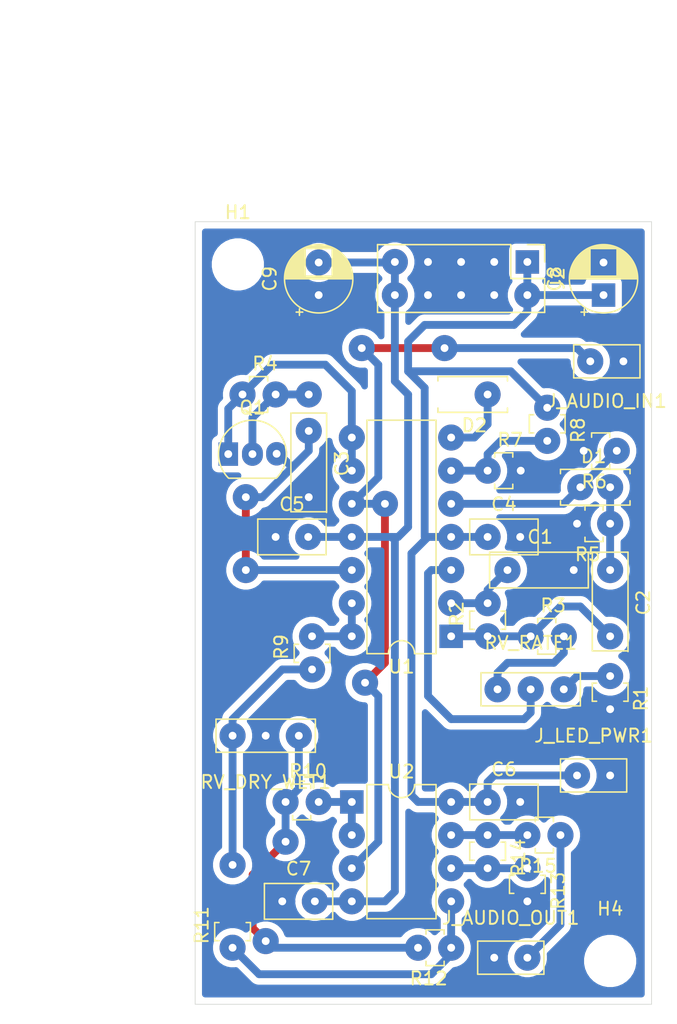
<source format=kicad_pcb>
(kicad_pcb (version 20171130) (host pcbnew "(5.1.7-0-10_14)")

  (general
    (thickness 1.6)
    (drawings 6)
    (tracks 137)
    (zones 0)
    (modules 37)
    (nets 25)
  )

  (page A4)
  (layers
    (0 F.Cu signal)
    (31 B.Cu signal)
    (32 B.Adhes user)
    (33 F.Adhes user)
    (34 B.Paste user)
    (35 F.Paste user)
    (36 B.SilkS user)
    (37 F.SilkS user)
    (38 B.Mask user)
    (39 F.Mask user)
    (40 Dwgs.User user)
    (41 Cmts.User user)
    (42 Eco1.User user)
    (43 Eco2.User user)
    (44 Edge.Cuts user)
    (45 Margin user)
    (46 B.CrtYd user)
    (47 F.CrtYd user)
    (48 B.Fab user)
    (49 F.Fab user)
  )

  (setup
    (last_trace_width 0.6)
    (user_trace_width 0.6)
    (trace_clearance 0.2)
    (zone_clearance 0.508)
    (zone_45_only no)
    (trace_min 0.2)
    (via_size 0.8)
    (via_drill 0.4)
    (via_min_size 0.4)
    (via_min_drill 0.3)
    (user_via 2 0.6)
    (uvia_size 0.3)
    (uvia_drill 0.1)
    (uvias_allowed no)
    (uvia_min_size 0.2)
    (uvia_min_drill 0.1)
    (edge_width 0.05)
    (segment_width 0.2)
    (pcb_text_width 0.3)
    (pcb_text_size 1.5 1.5)
    (mod_edge_width 0.12)
    (mod_text_size 1 1)
    (mod_text_width 0.15)
    (pad_size 1.524 1.524)
    (pad_drill 0.762)
    (pad_to_mask_clearance 0)
    (aux_axis_origin 0 0)
    (visible_elements FFFFFF7F)
    (pcbplotparams
      (layerselection 0x00000_fffffffe)
      (usegerberextensions false)
      (usegerberattributes true)
      (usegerberadvancedattributes true)
      (creategerberjobfile true)
      (excludeedgelayer true)
      (linewidth 0.100000)
      (plotframeref false)
      (viasonmask false)
      (mode 1)
      (useauxorigin false)
      (hpglpennumber 1)
      (hpglpenspeed 20)
      (hpglpendiameter 15.000000)
      (psnegative false)
      (psa4output false)
      (plotreference true)
      (plotvalue true)
      (plotinvisibletext false)
      (padsonsilk false)
      (subtractmaskfromsilk false)
      (outputformat 4)
      (mirror false)
      (drillshape 2)
      (scaleselection 1)
      (outputdirectory "plots/"))
  )

  (net 0 "")
  (net 1 GND)
  (net 2 "Net-(C1-Pad1)")
  (net 3 "Net-(C2-Pad1)")
  (net 4 "Net-(C2-Pad2)")
  (net 5 "Net-(C3-Pad1)")
  (net 6 +12V)
  (net 7 -12V)
  (net 8 "Net-(D1-Pad1)")
  (net 9 "Net-(D2-Pad1)")
  (net 10 "Net-(D2-Pad2)")
  (net 11 "Net-(Q1-Pad1)")
  (net 12 "Net-(R1-Pad1)")
  (net 13 "Net-(R3-Pad2)")
  (net 14 "Net-(R7-Pad1)")
  (net 15 "Net-(R11-Pad2)")
  (net 16 "Net-(R9-Pad2)")
  (net 17 "Net-(R10-Pad2)")
  (net 18 "Net-(R10-Pad1)")
  (net 19 "Net-(R11-Pad1)")
  (net 20 "Net-(R13-Pad1)")
  (net 21 "Net-(R14-Pad1)")
  (net 22 "Net-(RV_RATE1-Pad2)")
  (net 23 RAW_INPUT)
  (net 24 FX_OUT)

  (net_class Default "This is the default net class."
    (clearance 0.2)
    (trace_width 0.25)
    (via_dia 0.8)
    (via_drill 0.4)
    (uvia_dia 0.3)
    (uvia_drill 0.1)
    (add_net +12V)
    (add_net -12V)
    (add_net FX_OUT)
    (add_net GND)
    (add_net "Net-(C1-Pad1)")
    (add_net "Net-(C2-Pad1)")
    (add_net "Net-(C2-Pad2)")
    (add_net "Net-(C3-Pad1)")
    (add_net "Net-(D1-Pad1)")
    (add_net "Net-(D2-Pad1)")
    (add_net "Net-(D2-Pad2)")
    (add_net "Net-(Q1-Pad1)")
    (add_net "Net-(R1-Pad1)")
    (add_net "Net-(R10-Pad1)")
    (add_net "Net-(R10-Pad2)")
    (add_net "Net-(R11-Pad1)")
    (add_net "Net-(R11-Pad2)")
    (add_net "Net-(R13-Pad1)")
    (add_net "Net-(R14-Pad1)")
    (add_net "Net-(R3-Pad2)")
    (add_net "Net-(R7-Pad1)")
    (add_net "Net-(R9-Pad2)")
    (add_net "Net-(RV_RATE1-Pad2)")
    (add_net RAW_INPUT)
  )

  (module Zimo_Manual_PCB:C_Foil_P5.48mm (layer F.Cu) (tedit 617D632C) (tstamp 62B6B124)
    (at 123.952 76.708)
    (descr "C, Disc series, Radial, pin pitch=2.50mm, , diameter*width=5*2.5mm^2, Capacitor, http://cdn-reichelt.de/documents/datenblatt/B300/DS_KERKO_TC.pdf")
    (tags "C Disc series Radial pin pitch 2.50mm  diameter 5mm width 2.5mm Capacitor")
    (path /6314A168)
    (fp_text reference C1 (at 2.5 -2.54) (layer F.SilkS)
      (effects (font (size 1 1) (thickness 0.15)))
    )
    (fp_text value "100n (foil)" (at 1.802 2.54) (layer F.Fab)
      (effects (font (size 1 1) (thickness 0.15)))
    )
    (fp_line (start -1.25 -1.25) (end -1.25 1.25) (layer F.Fab) (width 0.1))
    (fp_line (start -1.25 1.25) (end 6.0452 1.25) (layer F.Fab) (width 0.1))
    (fp_line (start 6.0452 1.25) (end 6.0452 -1.25) (layer F.Fab) (width 0.1))
    (fp_line (start 5.9944 -1.25) (end -1.25 -1.25) (layer F.Fab) (width 0.1))
    (fp_line (start -1.37 -1.37) (end 6.2484 -1.3684) (layer F.SilkS) (width 0.12))
    (fp_line (start -1.37 1.37) (end 6.1976 1.3684) (layer F.SilkS) (width 0.12))
    (fp_line (start -1.37 -1.37) (end -1.37 1.37) (layer F.SilkS) (width 0.12))
    (fp_line (start 6.1976 -1.3716) (end 6.1976 1.3684) (layer F.SilkS) (width 0.12))
    (fp_line (start -1.5 -1.5) (end -1.5 1.5) (layer F.CrtYd) (width 0.05))
    (fp_line (start -1.5 1.5) (end 6.2992 1.4732) (layer F.CrtYd) (width 0.05))
    (fp_line (start 6.2992 1.4732) (end 6.2992 -1.5268) (layer F.CrtYd) (width 0.05))
    (fp_line (start 6.2992 -1.5268) (end -1.5 -1.5) (layer F.CrtYd) (width 0.05))
    (fp_text user %R (at 1.548 4.064) (layer F.Fab)
      (effects (font (size 1 1) (thickness 0.15)))
    )
    (pad 2 thru_hole circle (at 5.08 0) (size 2 2) (drill 0.6) (layers *.Cu *.Mask)
      (net 1 GND))
    (pad 1 thru_hole circle (at 0 0) (size 2 2) (drill 0.6) (layers *.Cu *.Mask)
      (net 2 "Net-(C1-Pad1)"))
    (model ${KISYS3DMOD}/Capacitor_THT.3dshapes/C_Disc_D5.0mm_W2.5mm_P2.50mm.wrl
      (at (xyz 0 0 0))
      (scale (xyz 1 1 1))
      (rotate (xyz 0 0 0))
    )
  )

  (module Zimo_Manual_PCB:C_Foil_P5.48mm (layer F.Cu) (tedit 617D632C) (tstamp 62B6B137)
    (at 131.826 76.708 270)
    (descr "C, Disc series, Radial, pin pitch=2.50mm, , diameter*width=5*2.5mm^2, Capacitor, http://cdn-reichelt.de/documents/datenblatt/B300/DS_KERKO_TC.pdf")
    (tags "C Disc series Radial pin pitch 2.50mm  diameter 5mm width 2.5mm Capacitor")
    (path /631540D0)
    (fp_text reference C2 (at 2.5 -2.54 90) (layer F.SilkS)
      (effects (font (size 1 1) (thickness 0.15)))
    )
    (fp_text value "1n (foil)" (at 1.802 2.54 90) (layer F.Fab)
      (effects (font (size 1 1) (thickness 0.15)))
    )
    (fp_line (start 6.2992 -1.5268) (end -1.5 -1.5) (layer F.CrtYd) (width 0.05))
    (fp_line (start 6.2992 1.4732) (end 6.2992 -1.5268) (layer F.CrtYd) (width 0.05))
    (fp_line (start -1.5 1.5) (end 6.2992 1.4732) (layer F.CrtYd) (width 0.05))
    (fp_line (start -1.5 -1.5) (end -1.5 1.5) (layer F.CrtYd) (width 0.05))
    (fp_line (start 6.1976 -1.3716) (end 6.1976 1.3684) (layer F.SilkS) (width 0.12))
    (fp_line (start -1.37 -1.37) (end -1.37 1.37) (layer F.SilkS) (width 0.12))
    (fp_line (start -1.37 1.37) (end 6.1976 1.3684) (layer F.SilkS) (width 0.12))
    (fp_line (start -1.37 -1.37) (end 6.2484 -1.3684) (layer F.SilkS) (width 0.12))
    (fp_line (start 5.9944 -1.25) (end -1.25 -1.25) (layer F.Fab) (width 0.1))
    (fp_line (start 6.0452 1.25) (end 6.0452 -1.25) (layer F.Fab) (width 0.1))
    (fp_line (start -1.25 1.25) (end 6.0452 1.25) (layer F.Fab) (width 0.1))
    (fp_line (start -1.25 -1.25) (end -1.25 1.25) (layer F.Fab) (width 0.1))
    (fp_text user %R (at 1.548 4.064 90) (layer F.Fab)
      (effects (font (size 1 1) (thickness 0.15)))
    )
    (pad 1 thru_hole circle (at 0 0 270) (size 2 2) (drill 0.6) (layers *.Cu *.Mask)
      (net 3 "Net-(C2-Pad1)"))
    (pad 2 thru_hole circle (at 5.08 0 270) (size 2 2) (drill 0.6) (layers *.Cu *.Mask)
      (net 4 "Net-(C2-Pad2)"))
    (model ${KISYS3DMOD}/Capacitor_THT.3dshapes/C_Disc_D5.0mm_W2.5mm_P2.50mm.wrl
      (at (xyz 0 0 0))
      (scale (xyz 1 1 1))
      (rotate (xyz 0 0 0))
    )
  )

  (module Zimo_Manual_PCB:C_Foil_P5.48mm (layer F.Cu) (tedit 617D632C) (tstamp 62B6B14A)
    (at 108.712 66.04 270)
    (descr "C, Disc series, Radial, pin pitch=2.50mm, , diameter*width=5*2.5mm^2, Capacitor, http://cdn-reichelt.de/documents/datenblatt/B300/DS_KERKO_TC.pdf")
    (tags "C Disc series Radial pin pitch 2.50mm  diameter 5mm width 2.5mm Capacitor")
    (path /6317B917)
    (fp_text reference C3 (at 2.5 -2.54 90) (layer F.SilkS)
      (effects (font (size 1 1) (thickness 0.15)))
    )
    (fp_text value "100n (foil)" (at 1.802 2.54 90) (layer F.Fab)
      (effects (font (size 1 1) (thickness 0.15)))
    )
    (fp_line (start -1.25 -1.25) (end -1.25 1.25) (layer F.Fab) (width 0.1))
    (fp_line (start -1.25 1.25) (end 6.0452 1.25) (layer F.Fab) (width 0.1))
    (fp_line (start 6.0452 1.25) (end 6.0452 -1.25) (layer F.Fab) (width 0.1))
    (fp_line (start 5.9944 -1.25) (end -1.25 -1.25) (layer F.Fab) (width 0.1))
    (fp_line (start -1.37 -1.37) (end 6.2484 -1.3684) (layer F.SilkS) (width 0.12))
    (fp_line (start -1.37 1.37) (end 6.1976 1.3684) (layer F.SilkS) (width 0.12))
    (fp_line (start -1.37 -1.37) (end -1.37 1.37) (layer F.SilkS) (width 0.12))
    (fp_line (start 6.1976 -1.3716) (end 6.1976 1.3684) (layer F.SilkS) (width 0.12))
    (fp_line (start -1.5 -1.5) (end -1.5 1.5) (layer F.CrtYd) (width 0.05))
    (fp_line (start -1.5 1.5) (end 6.2992 1.4732) (layer F.CrtYd) (width 0.05))
    (fp_line (start 6.2992 1.4732) (end 6.2992 -1.5268) (layer F.CrtYd) (width 0.05))
    (fp_line (start 6.2992 -1.5268) (end -1.5 -1.5) (layer F.CrtYd) (width 0.05))
    (fp_text user %R (at 1.548 4.064 90) (layer F.Fab)
      (effects (font (size 1 1) (thickness 0.15)))
    )
    (pad 2 thru_hole circle (at 5.08 0 270) (size 2 2) (drill 0.6) (layers *.Cu *.Mask)
      (net 1 GND))
    (pad 1 thru_hole circle (at 0 0 270) (size 2 2) (drill 0.6) (layers *.Cu *.Mask)
      (net 5 "Net-(C3-Pad1)"))
    (model ${KISYS3DMOD}/Capacitor_THT.3dshapes/C_Disc_D5.0mm_W2.5mm_P2.50mm.wrl
      (at (xyz 0 0 0))
      (scale (xyz 1 1 1))
      (rotate (xyz 0 0 0))
    )
  )

  (module Zimo_Manual_PCB:C_Disc_D5.0mm_W2.5mm_P2.50mm (layer F.Cu) (tedit 5FABF5A6) (tstamp 62B6B15D)
    (at 122.428 74.168)
    (descr "C, Disc series, Radial, pin pitch=2.50mm, , diameter*width=5*2.5mm^2, Capacitor, http://cdn-reichelt.de/documents/datenblatt/B300/DS_KERKO_TC.pdf")
    (tags "C Disc series Radial pin pitch 2.50mm  diameter 5mm width 2.5mm Capacitor")
    (path /631F35E1)
    (fp_text reference C4 (at 1.25 -2.5) (layer F.SilkS)
      (effects (font (size 1 1) (thickness 0.15)))
    )
    (fp_text value 100n (at 1.25 2.5) (layer F.Fab)
      (effects (font (size 1 1) (thickness 0.15)))
    )
    (fp_line (start -1.25 -1.25) (end -1.25 1.25) (layer F.Fab) (width 0.1))
    (fp_line (start -1.25 1.25) (end 3.75 1.25) (layer F.Fab) (width 0.1))
    (fp_line (start 3.75 1.25) (end 3.75 -1.25) (layer F.Fab) (width 0.1))
    (fp_line (start 3.75 -1.25) (end -1.25 -1.25) (layer F.Fab) (width 0.1))
    (fp_line (start -1.37 -1.37) (end 3.87 -1.37) (layer F.SilkS) (width 0.12))
    (fp_line (start -1.37 1.37) (end 3.87 1.37) (layer F.SilkS) (width 0.12))
    (fp_line (start -1.37 -1.37) (end -1.37 1.37) (layer F.SilkS) (width 0.12))
    (fp_line (start 3.87 -1.37) (end 3.87 1.37) (layer F.SilkS) (width 0.12))
    (fp_line (start -1.5 -1.5) (end -1.5 1.5) (layer F.CrtYd) (width 0.05))
    (fp_line (start -1.5 1.5) (end 4 1.5) (layer F.CrtYd) (width 0.05))
    (fp_line (start 4 1.5) (end 4 -1.5) (layer F.CrtYd) (width 0.05))
    (fp_line (start 4 -1.5) (end -1.5 -1.5) (layer F.CrtYd) (width 0.05))
    (fp_text user %R (at 1.25 0) (layer F.Fab)
      (effects (font (size 1 1) (thickness 0.15)))
    )
    (pad 2 thru_hole circle (at 2.5 0) (size 2 2) (drill 0.6) (layers *.Cu *.Mask)
      (net 1 GND))
    (pad 1 thru_hole circle (at 0 0) (size 2 2) (drill 0.6) (layers *.Cu *.Mask)
      (net 6 +12V))
    (model ${KISYS3DMOD}/Capacitor_THT.3dshapes/C_Disc_D5.0mm_W2.5mm_P2.50mm.wrl
      (at (xyz 0 0 0))
      (scale (xyz 1 1 1))
      (rotate (xyz 0 0 0))
    )
  )

  (module Zimo_Manual_PCB:C_Disc_D5.0mm_W2.5mm_P2.50mm (layer F.Cu) (tedit 5FABF5A6) (tstamp 62B6B170)
    (at 106.172 74.168)
    (descr "C, Disc series, Radial, pin pitch=2.50mm, , diameter*width=5*2.5mm^2, Capacitor, http://cdn-reichelt.de/documents/datenblatt/B300/DS_KERKO_TC.pdf")
    (tags "C Disc series Radial pin pitch 2.50mm  diameter 5mm width 2.5mm Capacitor")
    (path /631F3DE0)
    (fp_text reference C5 (at 1.25 -2.5) (layer F.SilkS)
      (effects (font (size 1 1) (thickness 0.15)))
    )
    (fp_text value 100n (at 1.25 2.5) (layer F.Fab)
      (effects (font (size 1 1) (thickness 0.15)))
    )
    (fp_line (start 4 -1.5) (end -1.5 -1.5) (layer F.CrtYd) (width 0.05))
    (fp_line (start 4 1.5) (end 4 -1.5) (layer F.CrtYd) (width 0.05))
    (fp_line (start -1.5 1.5) (end 4 1.5) (layer F.CrtYd) (width 0.05))
    (fp_line (start -1.5 -1.5) (end -1.5 1.5) (layer F.CrtYd) (width 0.05))
    (fp_line (start 3.87 -1.37) (end 3.87 1.37) (layer F.SilkS) (width 0.12))
    (fp_line (start -1.37 -1.37) (end -1.37 1.37) (layer F.SilkS) (width 0.12))
    (fp_line (start -1.37 1.37) (end 3.87 1.37) (layer F.SilkS) (width 0.12))
    (fp_line (start -1.37 -1.37) (end 3.87 -1.37) (layer F.SilkS) (width 0.12))
    (fp_line (start 3.75 -1.25) (end -1.25 -1.25) (layer F.Fab) (width 0.1))
    (fp_line (start 3.75 1.25) (end 3.75 -1.25) (layer F.Fab) (width 0.1))
    (fp_line (start -1.25 1.25) (end 3.75 1.25) (layer F.Fab) (width 0.1))
    (fp_line (start -1.25 -1.25) (end -1.25 1.25) (layer F.Fab) (width 0.1))
    (fp_text user %R (at 1.25 0) (layer F.Fab)
      (effects (font (size 1 1) (thickness 0.15)))
    )
    (pad 1 thru_hole circle (at 0 0) (size 2 2) (drill 0.6) (layers *.Cu *.Mask)
      (net 1 GND))
    (pad 2 thru_hole circle (at 2.5 0) (size 2 2) (drill 0.6) (layers *.Cu *.Mask)
      (net 7 -12V))
    (model ${KISYS3DMOD}/Capacitor_THT.3dshapes/C_Disc_D5.0mm_W2.5mm_P2.50mm.wrl
      (at (xyz 0 0 0))
      (scale (xyz 1 1 1))
      (rotate (xyz 0 0 0))
    )
  )

  (module Zimo_Manual_PCB:C_Disc_D5.0mm_W2.5mm_P2.50mm (layer F.Cu) (tedit 5FABF5A6) (tstamp 62B6B183)
    (at 122.428 94.488)
    (descr "C, Disc series, Radial, pin pitch=2.50mm, , diameter*width=5*2.5mm^2, Capacitor, http://cdn-reichelt.de/documents/datenblatt/B300/DS_KERKO_TC.pdf")
    (tags "C Disc series Radial pin pitch 2.50mm  diameter 5mm width 2.5mm Capacitor")
    (path /631F45ED)
    (fp_text reference C6 (at 1.25 -2.5) (layer F.SilkS)
      (effects (font (size 1 1) (thickness 0.15)))
    )
    (fp_text value 100n (at 1.25 2.5) (layer F.Fab)
      (effects (font (size 1 1) (thickness 0.15)))
    )
    (fp_line (start -1.25 -1.25) (end -1.25 1.25) (layer F.Fab) (width 0.1))
    (fp_line (start -1.25 1.25) (end 3.75 1.25) (layer F.Fab) (width 0.1))
    (fp_line (start 3.75 1.25) (end 3.75 -1.25) (layer F.Fab) (width 0.1))
    (fp_line (start 3.75 -1.25) (end -1.25 -1.25) (layer F.Fab) (width 0.1))
    (fp_line (start -1.37 -1.37) (end 3.87 -1.37) (layer F.SilkS) (width 0.12))
    (fp_line (start -1.37 1.37) (end 3.87 1.37) (layer F.SilkS) (width 0.12))
    (fp_line (start -1.37 -1.37) (end -1.37 1.37) (layer F.SilkS) (width 0.12))
    (fp_line (start 3.87 -1.37) (end 3.87 1.37) (layer F.SilkS) (width 0.12))
    (fp_line (start -1.5 -1.5) (end -1.5 1.5) (layer F.CrtYd) (width 0.05))
    (fp_line (start -1.5 1.5) (end 4 1.5) (layer F.CrtYd) (width 0.05))
    (fp_line (start 4 1.5) (end 4 -1.5) (layer F.CrtYd) (width 0.05))
    (fp_line (start 4 -1.5) (end -1.5 -1.5) (layer F.CrtYd) (width 0.05))
    (fp_text user %R (at 1.25 0) (layer F.Fab)
      (effects (font (size 1 1) (thickness 0.15)))
    )
    (pad 2 thru_hole circle (at 2.5 0) (size 2 2) (drill 0.6) (layers *.Cu *.Mask)
      (net 1 GND))
    (pad 1 thru_hole circle (at 0 0) (size 2 2) (drill 0.6) (layers *.Cu *.Mask)
      (net 6 +12V))
    (model ${KISYS3DMOD}/Capacitor_THT.3dshapes/C_Disc_D5.0mm_W2.5mm_P2.50mm.wrl
      (at (xyz 0 0 0))
      (scale (xyz 1 1 1))
      (rotate (xyz 0 0 0))
    )
  )

  (module Zimo_Manual_PCB:C_Disc_D5.0mm_W2.5mm_P2.50mm (layer F.Cu) (tedit 5FABF5A6) (tstamp 62B6B196)
    (at 106.68 102.108)
    (descr "C, Disc series, Radial, pin pitch=2.50mm, , diameter*width=5*2.5mm^2, Capacitor, http://cdn-reichelt.de/documents/datenblatt/B300/DS_KERKO_TC.pdf")
    (tags "C Disc series Radial pin pitch 2.50mm  diameter 5mm width 2.5mm Capacitor")
    (path /631F45F3)
    (fp_text reference C7 (at 1.25 -2.5) (layer F.SilkS)
      (effects (font (size 1 1) (thickness 0.15)))
    )
    (fp_text value 100n (at 1.25 2.5) (layer F.Fab)
      (effects (font (size 1 1) (thickness 0.15)))
    )
    (fp_line (start 4 -1.5) (end -1.5 -1.5) (layer F.CrtYd) (width 0.05))
    (fp_line (start 4 1.5) (end 4 -1.5) (layer F.CrtYd) (width 0.05))
    (fp_line (start -1.5 1.5) (end 4 1.5) (layer F.CrtYd) (width 0.05))
    (fp_line (start -1.5 -1.5) (end -1.5 1.5) (layer F.CrtYd) (width 0.05))
    (fp_line (start 3.87 -1.37) (end 3.87 1.37) (layer F.SilkS) (width 0.12))
    (fp_line (start -1.37 -1.37) (end -1.37 1.37) (layer F.SilkS) (width 0.12))
    (fp_line (start -1.37 1.37) (end 3.87 1.37) (layer F.SilkS) (width 0.12))
    (fp_line (start -1.37 -1.37) (end 3.87 -1.37) (layer F.SilkS) (width 0.12))
    (fp_line (start 3.75 -1.25) (end -1.25 -1.25) (layer F.Fab) (width 0.1))
    (fp_line (start 3.75 1.25) (end 3.75 -1.25) (layer F.Fab) (width 0.1))
    (fp_line (start -1.25 1.25) (end 3.75 1.25) (layer F.Fab) (width 0.1))
    (fp_line (start -1.25 -1.25) (end -1.25 1.25) (layer F.Fab) (width 0.1))
    (fp_text user %R (at 1.25 0) (layer F.Fab)
      (effects (font (size 1 1) (thickness 0.15)))
    )
    (pad 1 thru_hole circle (at 0 0) (size 2 2) (drill 0.6) (layers *.Cu *.Mask)
      (net 1 GND))
    (pad 2 thru_hole circle (at 2.5 0) (size 2 2) (drill 0.6) (layers *.Cu *.Mask)
      (net 7 -12V))
    (model ${KISYS3DMOD}/Capacitor_THT.3dshapes/C_Disc_D5.0mm_W2.5mm_P2.50mm.wrl
      (at (xyz 0 0 0))
      (scale (xyz 1 1 1))
      (rotate (xyz 0 0 0))
    )
  )

  (module Zimo_Manual_PCB:CP_Radial_D5.0mm_P2.50mm (layer F.Cu) (tedit 5FABF591) (tstamp 62B6B21A)
    (at 131.318 55.626 90)
    (descr "CP, Radial series, Radial, pin pitch=2.50mm, , diameter=5mm, Electrolytic Capacitor")
    (tags "CP Radial series Radial pin pitch 2.50mm  diameter 5mm Electrolytic Capacitor")
    (path /631F7475)
    (fp_text reference C8 (at 1.25 -3.75 90) (layer F.SilkS)
      (effects (font (size 1 1) (thickness 0.15)))
    )
    (fp_text value 10u (at 1.25 3.75 90) (layer F.Fab)
      (effects (font (size 1 1) (thickness 0.15)))
    )
    (fp_circle (center 1.25 0) (end 3.75 0) (layer F.Fab) (width 0.1))
    (fp_circle (center 1.25 0) (end 3.87 0) (layer F.SilkS) (width 0.12))
    (fp_circle (center 1.25 0) (end 4 0) (layer F.CrtYd) (width 0.05))
    (fp_line (start -0.883605 -1.0875) (end -0.383605 -1.0875) (layer F.Fab) (width 0.1))
    (fp_line (start -0.633605 -1.3375) (end -0.633605 -0.8375) (layer F.Fab) (width 0.1))
    (fp_line (start 1.25 -2.58) (end 1.25 2.58) (layer F.SilkS) (width 0.12))
    (fp_line (start 1.29 -2.58) (end 1.29 2.58) (layer F.SilkS) (width 0.12))
    (fp_line (start 1.33 -2.579) (end 1.33 2.579) (layer F.SilkS) (width 0.12))
    (fp_line (start 1.37 -2.578) (end 1.37 2.578) (layer F.SilkS) (width 0.12))
    (fp_line (start 1.41 -2.576) (end 1.41 2.576) (layer F.SilkS) (width 0.12))
    (fp_line (start 1.45 -2.573) (end 1.45 2.573) (layer F.SilkS) (width 0.12))
    (fp_line (start 1.49 -2.569) (end 1.49 -1.04) (layer F.SilkS) (width 0.12))
    (fp_line (start 1.49 1.04) (end 1.49 2.569) (layer F.SilkS) (width 0.12))
    (fp_line (start 1.53 -2.565) (end 1.53 -1.04) (layer F.SilkS) (width 0.12))
    (fp_line (start 1.53 1.04) (end 1.53 2.565) (layer F.SilkS) (width 0.12))
    (fp_line (start 1.57 -2.561) (end 1.57 -1.04) (layer F.SilkS) (width 0.12))
    (fp_line (start 1.57 1.04) (end 1.57 2.561) (layer F.SilkS) (width 0.12))
    (fp_line (start 1.61 -2.556) (end 1.61 -1.04) (layer F.SilkS) (width 0.12))
    (fp_line (start 1.61 1.04) (end 1.61 2.556) (layer F.SilkS) (width 0.12))
    (fp_line (start 1.65 -2.55) (end 1.65 -1.04) (layer F.SilkS) (width 0.12))
    (fp_line (start 1.65 1.04) (end 1.65 2.55) (layer F.SilkS) (width 0.12))
    (fp_line (start 1.69 -2.543) (end 1.69 -1.04) (layer F.SilkS) (width 0.12))
    (fp_line (start 1.69 1.04) (end 1.69 2.543) (layer F.SilkS) (width 0.12))
    (fp_line (start 1.73 -2.536) (end 1.73 -1.04) (layer F.SilkS) (width 0.12))
    (fp_line (start 1.73 1.04) (end 1.73 2.536) (layer F.SilkS) (width 0.12))
    (fp_line (start 1.77 -2.528) (end 1.77 -1.04) (layer F.SilkS) (width 0.12))
    (fp_line (start 1.77 1.04) (end 1.77 2.528) (layer F.SilkS) (width 0.12))
    (fp_line (start 1.81 -2.52) (end 1.81 -1.04) (layer F.SilkS) (width 0.12))
    (fp_line (start 1.81 1.04) (end 1.81 2.52) (layer F.SilkS) (width 0.12))
    (fp_line (start 1.85 -2.511) (end 1.85 -1.04) (layer F.SilkS) (width 0.12))
    (fp_line (start 1.85 1.04) (end 1.85 2.511) (layer F.SilkS) (width 0.12))
    (fp_line (start 1.89 -2.501) (end 1.89 -1.04) (layer F.SilkS) (width 0.12))
    (fp_line (start 1.89 1.04) (end 1.89 2.501) (layer F.SilkS) (width 0.12))
    (fp_line (start 1.93 -2.491) (end 1.93 -1.04) (layer F.SilkS) (width 0.12))
    (fp_line (start 1.93 1.04) (end 1.93 2.491) (layer F.SilkS) (width 0.12))
    (fp_line (start 1.971 -2.48) (end 1.971 -1.04) (layer F.SilkS) (width 0.12))
    (fp_line (start 1.971 1.04) (end 1.971 2.48) (layer F.SilkS) (width 0.12))
    (fp_line (start 2.011 -2.468) (end 2.011 -1.04) (layer F.SilkS) (width 0.12))
    (fp_line (start 2.011 1.04) (end 2.011 2.468) (layer F.SilkS) (width 0.12))
    (fp_line (start 2.051 -2.455) (end 2.051 -1.04) (layer F.SilkS) (width 0.12))
    (fp_line (start 2.051 1.04) (end 2.051 2.455) (layer F.SilkS) (width 0.12))
    (fp_line (start 2.091 -2.442) (end 2.091 -1.04) (layer F.SilkS) (width 0.12))
    (fp_line (start 2.091 1.04) (end 2.091 2.442) (layer F.SilkS) (width 0.12))
    (fp_line (start 2.131 -2.428) (end 2.131 -1.04) (layer F.SilkS) (width 0.12))
    (fp_line (start 2.131 1.04) (end 2.131 2.428) (layer F.SilkS) (width 0.12))
    (fp_line (start 2.171 -2.414) (end 2.171 -1.04) (layer F.SilkS) (width 0.12))
    (fp_line (start 2.171 1.04) (end 2.171 2.414) (layer F.SilkS) (width 0.12))
    (fp_line (start 2.211 -2.398) (end 2.211 -1.04) (layer F.SilkS) (width 0.12))
    (fp_line (start 2.211 1.04) (end 2.211 2.398) (layer F.SilkS) (width 0.12))
    (fp_line (start 2.251 -2.382) (end 2.251 -1.04) (layer F.SilkS) (width 0.12))
    (fp_line (start 2.251 1.04) (end 2.251 2.382) (layer F.SilkS) (width 0.12))
    (fp_line (start 2.291 -2.365) (end 2.291 -1.04) (layer F.SilkS) (width 0.12))
    (fp_line (start 2.291 1.04) (end 2.291 2.365) (layer F.SilkS) (width 0.12))
    (fp_line (start 2.331 -2.348) (end 2.331 -1.04) (layer F.SilkS) (width 0.12))
    (fp_line (start 2.331 1.04) (end 2.331 2.348) (layer F.SilkS) (width 0.12))
    (fp_line (start 2.371 -2.329) (end 2.371 -1.04) (layer F.SilkS) (width 0.12))
    (fp_line (start 2.371 1.04) (end 2.371 2.329) (layer F.SilkS) (width 0.12))
    (fp_line (start 2.411 -2.31) (end 2.411 -1.04) (layer F.SilkS) (width 0.12))
    (fp_line (start 2.411 1.04) (end 2.411 2.31) (layer F.SilkS) (width 0.12))
    (fp_line (start 2.451 -2.29) (end 2.451 -1.04) (layer F.SilkS) (width 0.12))
    (fp_line (start 2.451 1.04) (end 2.451 2.29) (layer F.SilkS) (width 0.12))
    (fp_line (start 2.491 -2.268) (end 2.491 -1.04) (layer F.SilkS) (width 0.12))
    (fp_line (start 2.491 1.04) (end 2.491 2.268) (layer F.SilkS) (width 0.12))
    (fp_line (start 2.531 -2.247) (end 2.531 -1.04) (layer F.SilkS) (width 0.12))
    (fp_line (start 2.531 1.04) (end 2.531 2.247) (layer F.SilkS) (width 0.12))
    (fp_line (start 2.571 -2.224) (end 2.571 -1.04) (layer F.SilkS) (width 0.12))
    (fp_line (start 2.571 1.04) (end 2.571 2.224) (layer F.SilkS) (width 0.12))
    (fp_line (start 2.611 -2.2) (end 2.611 -1.04) (layer F.SilkS) (width 0.12))
    (fp_line (start 2.611 1.04) (end 2.611 2.2) (layer F.SilkS) (width 0.12))
    (fp_line (start 2.651 -2.175) (end 2.651 -1.04) (layer F.SilkS) (width 0.12))
    (fp_line (start 2.651 1.04) (end 2.651 2.175) (layer F.SilkS) (width 0.12))
    (fp_line (start 2.691 -2.149) (end 2.691 -1.04) (layer F.SilkS) (width 0.12))
    (fp_line (start 2.691 1.04) (end 2.691 2.149) (layer F.SilkS) (width 0.12))
    (fp_line (start 2.731 -2.122) (end 2.731 -1.04) (layer F.SilkS) (width 0.12))
    (fp_line (start 2.731 1.04) (end 2.731 2.122) (layer F.SilkS) (width 0.12))
    (fp_line (start 2.771 -2.095) (end 2.771 -1.04) (layer F.SilkS) (width 0.12))
    (fp_line (start 2.771 1.04) (end 2.771 2.095) (layer F.SilkS) (width 0.12))
    (fp_line (start 2.811 -2.065) (end 2.811 -1.04) (layer F.SilkS) (width 0.12))
    (fp_line (start 2.811 1.04) (end 2.811 2.065) (layer F.SilkS) (width 0.12))
    (fp_line (start 2.851 -2.035) (end 2.851 -1.04) (layer F.SilkS) (width 0.12))
    (fp_line (start 2.851 1.04) (end 2.851 2.035) (layer F.SilkS) (width 0.12))
    (fp_line (start 2.891 -2.004) (end 2.891 -1.04) (layer F.SilkS) (width 0.12))
    (fp_line (start 2.891 1.04) (end 2.891 2.004) (layer F.SilkS) (width 0.12))
    (fp_line (start 2.931 -1.971) (end 2.931 -1.04) (layer F.SilkS) (width 0.12))
    (fp_line (start 2.931 1.04) (end 2.931 1.971) (layer F.SilkS) (width 0.12))
    (fp_line (start 2.971 -1.937) (end 2.971 -1.04) (layer F.SilkS) (width 0.12))
    (fp_line (start 2.971 1.04) (end 2.971 1.937) (layer F.SilkS) (width 0.12))
    (fp_line (start 3.011 -1.901) (end 3.011 -1.04) (layer F.SilkS) (width 0.12))
    (fp_line (start 3.011 1.04) (end 3.011 1.901) (layer F.SilkS) (width 0.12))
    (fp_line (start 3.051 -1.864) (end 3.051 -1.04) (layer F.SilkS) (width 0.12))
    (fp_line (start 3.051 1.04) (end 3.051 1.864) (layer F.SilkS) (width 0.12))
    (fp_line (start 3.091 -1.826) (end 3.091 -1.04) (layer F.SilkS) (width 0.12))
    (fp_line (start 3.091 1.04) (end 3.091 1.826) (layer F.SilkS) (width 0.12))
    (fp_line (start 3.131 -1.785) (end 3.131 -1.04) (layer F.SilkS) (width 0.12))
    (fp_line (start 3.131 1.04) (end 3.131 1.785) (layer F.SilkS) (width 0.12))
    (fp_line (start 3.171 -1.743) (end 3.171 -1.04) (layer F.SilkS) (width 0.12))
    (fp_line (start 3.171 1.04) (end 3.171 1.743) (layer F.SilkS) (width 0.12))
    (fp_line (start 3.211 -1.699) (end 3.211 -1.04) (layer F.SilkS) (width 0.12))
    (fp_line (start 3.211 1.04) (end 3.211 1.699) (layer F.SilkS) (width 0.12))
    (fp_line (start 3.251 -1.653) (end 3.251 -1.04) (layer F.SilkS) (width 0.12))
    (fp_line (start 3.251 1.04) (end 3.251 1.653) (layer F.SilkS) (width 0.12))
    (fp_line (start 3.291 -1.605) (end 3.291 -1.04) (layer F.SilkS) (width 0.12))
    (fp_line (start 3.291 1.04) (end 3.291 1.605) (layer F.SilkS) (width 0.12))
    (fp_line (start 3.331 -1.554) (end 3.331 -1.04) (layer F.SilkS) (width 0.12))
    (fp_line (start 3.331 1.04) (end 3.331 1.554) (layer F.SilkS) (width 0.12))
    (fp_line (start 3.371 -1.5) (end 3.371 -1.04) (layer F.SilkS) (width 0.12))
    (fp_line (start 3.371 1.04) (end 3.371 1.5) (layer F.SilkS) (width 0.12))
    (fp_line (start 3.411 -1.443) (end 3.411 -1.04) (layer F.SilkS) (width 0.12))
    (fp_line (start 3.411 1.04) (end 3.411 1.443) (layer F.SilkS) (width 0.12))
    (fp_line (start 3.451 -1.383) (end 3.451 -1.04) (layer F.SilkS) (width 0.12))
    (fp_line (start 3.451 1.04) (end 3.451 1.383) (layer F.SilkS) (width 0.12))
    (fp_line (start 3.491 -1.319) (end 3.491 -1.04) (layer F.SilkS) (width 0.12))
    (fp_line (start 3.491 1.04) (end 3.491 1.319) (layer F.SilkS) (width 0.12))
    (fp_line (start 3.531 -1.251) (end 3.531 -1.04) (layer F.SilkS) (width 0.12))
    (fp_line (start 3.531 1.04) (end 3.531 1.251) (layer F.SilkS) (width 0.12))
    (fp_line (start 3.571 -1.178) (end 3.571 1.178) (layer F.SilkS) (width 0.12))
    (fp_line (start 3.611 -1.098) (end 3.611 1.098) (layer F.SilkS) (width 0.12))
    (fp_line (start 3.651 -1.011) (end 3.651 1.011) (layer F.SilkS) (width 0.12))
    (fp_line (start 3.691 -0.915) (end 3.691 0.915) (layer F.SilkS) (width 0.12))
    (fp_line (start 3.731 -0.805) (end 3.731 0.805) (layer F.SilkS) (width 0.12))
    (fp_line (start 3.771 -0.677) (end 3.771 0.677) (layer F.SilkS) (width 0.12))
    (fp_line (start 3.811 -0.518) (end 3.811 0.518) (layer F.SilkS) (width 0.12))
    (fp_line (start 3.851 -0.284) (end 3.851 0.284) (layer F.SilkS) (width 0.12))
    (fp_line (start -1.554775 -1.475) (end -1.054775 -1.475) (layer F.SilkS) (width 0.12))
    (fp_line (start -1.304775 -1.725) (end -1.304775 -1.225) (layer F.SilkS) (width 0.12))
    (fp_text user %R (at 1.25 0 90) (layer F.Fab)
      (effects (font (size 1 1) (thickness 0.15)))
    )
    (pad 2 thru_hole circle (at 2.5 0 90) (size 2 2) (drill 0.6) (layers *.Cu *.Mask)
      (net 1 GND))
    (pad 1 thru_hole rect (at 0 0 90) (size 1.8 1.8) (drill 0.6) (layers *.Cu *.Mask)
      (net 6 +12V))
    (model ${KISYS3DMOD}/Capacitor_THT.3dshapes/CP_Radial_D5.0mm_P2.50mm.wrl
      (at (xyz 0 0 0))
      (scale (xyz 1 1 1))
      (rotate (xyz 0 0 0))
    )
  )

  (module Zimo_Manual_PCB:CP_Radial_D5.0mm_P2.50mm (layer F.Cu) (tedit 5FABF591) (tstamp 62B6B29E)
    (at 109.474 55.626 90)
    (descr "CP, Radial series, Radial, pin pitch=2.50mm, , diameter=5mm, Electrolytic Capacitor")
    (tags "CP Radial series Radial pin pitch 2.50mm  diameter 5mm Electrolytic Capacitor")
    (path /631F78B2)
    (fp_text reference C9 (at 1.25 -3.75 90) (layer F.SilkS)
      (effects (font (size 1 1) (thickness 0.15)))
    )
    (fp_text value 10u (at 1.25 3.75 90) (layer F.Fab)
      (effects (font (size 1 1) (thickness 0.15)))
    )
    (fp_line (start -1.304775 -1.725) (end -1.304775 -1.225) (layer F.SilkS) (width 0.12))
    (fp_line (start -1.554775 -1.475) (end -1.054775 -1.475) (layer F.SilkS) (width 0.12))
    (fp_line (start 3.851 -0.284) (end 3.851 0.284) (layer F.SilkS) (width 0.12))
    (fp_line (start 3.811 -0.518) (end 3.811 0.518) (layer F.SilkS) (width 0.12))
    (fp_line (start 3.771 -0.677) (end 3.771 0.677) (layer F.SilkS) (width 0.12))
    (fp_line (start 3.731 -0.805) (end 3.731 0.805) (layer F.SilkS) (width 0.12))
    (fp_line (start 3.691 -0.915) (end 3.691 0.915) (layer F.SilkS) (width 0.12))
    (fp_line (start 3.651 -1.011) (end 3.651 1.011) (layer F.SilkS) (width 0.12))
    (fp_line (start 3.611 -1.098) (end 3.611 1.098) (layer F.SilkS) (width 0.12))
    (fp_line (start 3.571 -1.178) (end 3.571 1.178) (layer F.SilkS) (width 0.12))
    (fp_line (start 3.531 1.04) (end 3.531 1.251) (layer F.SilkS) (width 0.12))
    (fp_line (start 3.531 -1.251) (end 3.531 -1.04) (layer F.SilkS) (width 0.12))
    (fp_line (start 3.491 1.04) (end 3.491 1.319) (layer F.SilkS) (width 0.12))
    (fp_line (start 3.491 -1.319) (end 3.491 -1.04) (layer F.SilkS) (width 0.12))
    (fp_line (start 3.451 1.04) (end 3.451 1.383) (layer F.SilkS) (width 0.12))
    (fp_line (start 3.451 -1.383) (end 3.451 -1.04) (layer F.SilkS) (width 0.12))
    (fp_line (start 3.411 1.04) (end 3.411 1.443) (layer F.SilkS) (width 0.12))
    (fp_line (start 3.411 -1.443) (end 3.411 -1.04) (layer F.SilkS) (width 0.12))
    (fp_line (start 3.371 1.04) (end 3.371 1.5) (layer F.SilkS) (width 0.12))
    (fp_line (start 3.371 -1.5) (end 3.371 -1.04) (layer F.SilkS) (width 0.12))
    (fp_line (start 3.331 1.04) (end 3.331 1.554) (layer F.SilkS) (width 0.12))
    (fp_line (start 3.331 -1.554) (end 3.331 -1.04) (layer F.SilkS) (width 0.12))
    (fp_line (start 3.291 1.04) (end 3.291 1.605) (layer F.SilkS) (width 0.12))
    (fp_line (start 3.291 -1.605) (end 3.291 -1.04) (layer F.SilkS) (width 0.12))
    (fp_line (start 3.251 1.04) (end 3.251 1.653) (layer F.SilkS) (width 0.12))
    (fp_line (start 3.251 -1.653) (end 3.251 -1.04) (layer F.SilkS) (width 0.12))
    (fp_line (start 3.211 1.04) (end 3.211 1.699) (layer F.SilkS) (width 0.12))
    (fp_line (start 3.211 -1.699) (end 3.211 -1.04) (layer F.SilkS) (width 0.12))
    (fp_line (start 3.171 1.04) (end 3.171 1.743) (layer F.SilkS) (width 0.12))
    (fp_line (start 3.171 -1.743) (end 3.171 -1.04) (layer F.SilkS) (width 0.12))
    (fp_line (start 3.131 1.04) (end 3.131 1.785) (layer F.SilkS) (width 0.12))
    (fp_line (start 3.131 -1.785) (end 3.131 -1.04) (layer F.SilkS) (width 0.12))
    (fp_line (start 3.091 1.04) (end 3.091 1.826) (layer F.SilkS) (width 0.12))
    (fp_line (start 3.091 -1.826) (end 3.091 -1.04) (layer F.SilkS) (width 0.12))
    (fp_line (start 3.051 1.04) (end 3.051 1.864) (layer F.SilkS) (width 0.12))
    (fp_line (start 3.051 -1.864) (end 3.051 -1.04) (layer F.SilkS) (width 0.12))
    (fp_line (start 3.011 1.04) (end 3.011 1.901) (layer F.SilkS) (width 0.12))
    (fp_line (start 3.011 -1.901) (end 3.011 -1.04) (layer F.SilkS) (width 0.12))
    (fp_line (start 2.971 1.04) (end 2.971 1.937) (layer F.SilkS) (width 0.12))
    (fp_line (start 2.971 -1.937) (end 2.971 -1.04) (layer F.SilkS) (width 0.12))
    (fp_line (start 2.931 1.04) (end 2.931 1.971) (layer F.SilkS) (width 0.12))
    (fp_line (start 2.931 -1.971) (end 2.931 -1.04) (layer F.SilkS) (width 0.12))
    (fp_line (start 2.891 1.04) (end 2.891 2.004) (layer F.SilkS) (width 0.12))
    (fp_line (start 2.891 -2.004) (end 2.891 -1.04) (layer F.SilkS) (width 0.12))
    (fp_line (start 2.851 1.04) (end 2.851 2.035) (layer F.SilkS) (width 0.12))
    (fp_line (start 2.851 -2.035) (end 2.851 -1.04) (layer F.SilkS) (width 0.12))
    (fp_line (start 2.811 1.04) (end 2.811 2.065) (layer F.SilkS) (width 0.12))
    (fp_line (start 2.811 -2.065) (end 2.811 -1.04) (layer F.SilkS) (width 0.12))
    (fp_line (start 2.771 1.04) (end 2.771 2.095) (layer F.SilkS) (width 0.12))
    (fp_line (start 2.771 -2.095) (end 2.771 -1.04) (layer F.SilkS) (width 0.12))
    (fp_line (start 2.731 1.04) (end 2.731 2.122) (layer F.SilkS) (width 0.12))
    (fp_line (start 2.731 -2.122) (end 2.731 -1.04) (layer F.SilkS) (width 0.12))
    (fp_line (start 2.691 1.04) (end 2.691 2.149) (layer F.SilkS) (width 0.12))
    (fp_line (start 2.691 -2.149) (end 2.691 -1.04) (layer F.SilkS) (width 0.12))
    (fp_line (start 2.651 1.04) (end 2.651 2.175) (layer F.SilkS) (width 0.12))
    (fp_line (start 2.651 -2.175) (end 2.651 -1.04) (layer F.SilkS) (width 0.12))
    (fp_line (start 2.611 1.04) (end 2.611 2.2) (layer F.SilkS) (width 0.12))
    (fp_line (start 2.611 -2.2) (end 2.611 -1.04) (layer F.SilkS) (width 0.12))
    (fp_line (start 2.571 1.04) (end 2.571 2.224) (layer F.SilkS) (width 0.12))
    (fp_line (start 2.571 -2.224) (end 2.571 -1.04) (layer F.SilkS) (width 0.12))
    (fp_line (start 2.531 1.04) (end 2.531 2.247) (layer F.SilkS) (width 0.12))
    (fp_line (start 2.531 -2.247) (end 2.531 -1.04) (layer F.SilkS) (width 0.12))
    (fp_line (start 2.491 1.04) (end 2.491 2.268) (layer F.SilkS) (width 0.12))
    (fp_line (start 2.491 -2.268) (end 2.491 -1.04) (layer F.SilkS) (width 0.12))
    (fp_line (start 2.451 1.04) (end 2.451 2.29) (layer F.SilkS) (width 0.12))
    (fp_line (start 2.451 -2.29) (end 2.451 -1.04) (layer F.SilkS) (width 0.12))
    (fp_line (start 2.411 1.04) (end 2.411 2.31) (layer F.SilkS) (width 0.12))
    (fp_line (start 2.411 -2.31) (end 2.411 -1.04) (layer F.SilkS) (width 0.12))
    (fp_line (start 2.371 1.04) (end 2.371 2.329) (layer F.SilkS) (width 0.12))
    (fp_line (start 2.371 -2.329) (end 2.371 -1.04) (layer F.SilkS) (width 0.12))
    (fp_line (start 2.331 1.04) (end 2.331 2.348) (layer F.SilkS) (width 0.12))
    (fp_line (start 2.331 -2.348) (end 2.331 -1.04) (layer F.SilkS) (width 0.12))
    (fp_line (start 2.291 1.04) (end 2.291 2.365) (layer F.SilkS) (width 0.12))
    (fp_line (start 2.291 -2.365) (end 2.291 -1.04) (layer F.SilkS) (width 0.12))
    (fp_line (start 2.251 1.04) (end 2.251 2.382) (layer F.SilkS) (width 0.12))
    (fp_line (start 2.251 -2.382) (end 2.251 -1.04) (layer F.SilkS) (width 0.12))
    (fp_line (start 2.211 1.04) (end 2.211 2.398) (layer F.SilkS) (width 0.12))
    (fp_line (start 2.211 -2.398) (end 2.211 -1.04) (layer F.SilkS) (width 0.12))
    (fp_line (start 2.171 1.04) (end 2.171 2.414) (layer F.SilkS) (width 0.12))
    (fp_line (start 2.171 -2.414) (end 2.171 -1.04) (layer F.SilkS) (width 0.12))
    (fp_line (start 2.131 1.04) (end 2.131 2.428) (layer F.SilkS) (width 0.12))
    (fp_line (start 2.131 -2.428) (end 2.131 -1.04) (layer F.SilkS) (width 0.12))
    (fp_line (start 2.091 1.04) (end 2.091 2.442) (layer F.SilkS) (width 0.12))
    (fp_line (start 2.091 -2.442) (end 2.091 -1.04) (layer F.SilkS) (width 0.12))
    (fp_line (start 2.051 1.04) (end 2.051 2.455) (layer F.SilkS) (width 0.12))
    (fp_line (start 2.051 -2.455) (end 2.051 -1.04) (layer F.SilkS) (width 0.12))
    (fp_line (start 2.011 1.04) (end 2.011 2.468) (layer F.SilkS) (width 0.12))
    (fp_line (start 2.011 -2.468) (end 2.011 -1.04) (layer F.SilkS) (width 0.12))
    (fp_line (start 1.971 1.04) (end 1.971 2.48) (layer F.SilkS) (width 0.12))
    (fp_line (start 1.971 -2.48) (end 1.971 -1.04) (layer F.SilkS) (width 0.12))
    (fp_line (start 1.93 1.04) (end 1.93 2.491) (layer F.SilkS) (width 0.12))
    (fp_line (start 1.93 -2.491) (end 1.93 -1.04) (layer F.SilkS) (width 0.12))
    (fp_line (start 1.89 1.04) (end 1.89 2.501) (layer F.SilkS) (width 0.12))
    (fp_line (start 1.89 -2.501) (end 1.89 -1.04) (layer F.SilkS) (width 0.12))
    (fp_line (start 1.85 1.04) (end 1.85 2.511) (layer F.SilkS) (width 0.12))
    (fp_line (start 1.85 -2.511) (end 1.85 -1.04) (layer F.SilkS) (width 0.12))
    (fp_line (start 1.81 1.04) (end 1.81 2.52) (layer F.SilkS) (width 0.12))
    (fp_line (start 1.81 -2.52) (end 1.81 -1.04) (layer F.SilkS) (width 0.12))
    (fp_line (start 1.77 1.04) (end 1.77 2.528) (layer F.SilkS) (width 0.12))
    (fp_line (start 1.77 -2.528) (end 1.77 -1.04) (layer F.SilkS) (width 0.12))
    (fp_line (start 1.73 1.04) (end 1.73 2.536) (layer F.SilkS) (width 0.12))
    (fp_line (start 1.73 -2.536) (end 1.73 -1.04) (layer F.SilkS) (width 0.12))
    (fp_line (start 1.69 1.04) (end 1.69 2.543) (layer F.SilkS) (width 0.12))
    (fp_line (start 1.69 -2.543) (end 1.69 -1.04) (layer F.SilkS) (width 0.12))
    (fp_line (start 1.65 1.04) (end 1.65 2.55) (layer F.SilkS) (width 0.12))
    (fp_line (start 1.65 -2.55) (end 1.65 -1.04) (layer F.SilkS) (width 0.12))
    (fp_line (start 1.61 1.04) (end 1.61 2.556) (layer F.SilkS) (width 0.12))
    (fp_line (start 1.61 -2.556) (end 1.61 -1.04) (layer F.SilkS) (width 0.12))
    (fp_line (start 1.57 1.04) (end 1.57 2.561) (layer F.SilkS) (width 0.12))
    (fp_line (start 1.57 -2.561) (end 1.57 -1.04) (layer F.SilkS) (width 0.12))
    (fp_line (start 1.53 1.04) (end 1.53 2.565) (layer F.SilkS) (width 0.12))
    (fp_line (start 1.53 -2.565) (end 1.53 -1.04) (layer F.SilkS) (width 0.12))
    (fp_line (start 1.49 1.04) (end 1.49 2.569) (layer F.SilkS) (width 0.12))
    (fp_line (start 1.49 -2.569) (end 1.49 -1.04) (layer F.SilkS) (width 0.12))
    (fp_line (start 1.45 -2.573) (end 1.45 2.573) (layer F.SilkS) (width 0.12))
    (fp_line (start 1.41 -2.576) (end 1.41 2.576) (layer F.SilkS) (width 0.12))
    (fp_line (start 1.37 -2.578) (end 1.37 2.578) (layer F.SilkS) (width 0.12))
    (fp_line (start 1.33 -2.579) (end 1.33 2.579) (layer F.SilkS) (width 0.12))
    (fp_line (start 1.29 -2.58) (end 1.29 2.58) (layer F.SilkS) (width 0.12))
    (fp_line (start 1.25 -2.58) (end 1.25 2.58) (layer F.SilkS) (width 0.12))
    (fp_line (start -0.633605 -1.3375) (end -0.633605 -0.8375) (layer F.Fab) (width 0.1))
    (fp_line (start -0.883605 -1.0875) (end -0.383605 -1.0875) (layer F.Fab) (width 0.1))
    (fp_circle (center 1.25 0) (end 4 0) (layer F.CrtYd) (width 0.05))
    (fp_circle (center 1.25 0) (end 3.87 0) (layer F.SilkS) (width 0.12))
    (fp_circle (center 1.25 0) (end 3.75 0) (layer F.Fab) (width 0.1))
    (fp_text user %R (at 1.25 0 90) (layer F.Fab)
      (effects (font (size 1 1) (thickness 0.15)))
    )
    (pad 1 thru_hole rect (at 0 0 90) (size 1.8 1.8) (drill 0.6) (layers *.Cu *.Mask)
      (net 1 GND))
    (pad 2 thru_hole circle (at 2.5 0 90) (size 2 2) (drill 0.6) (layers *.Cu *.Mask)
      (net 7 -12V))
    (model ${KISYS3DMOD}/Capacitor_THT.3dshapes/CP_Radial_D5.0mm_P2.50mm.wrl
      (at (xyz 0 0 0))
      (scale (xyz 1 1 1))
      (rotate (xyz 0 0 0))
    )
  )

  (module Zimo_Manual_PCB:Eurorack_Power_Supply (layer F.Cu) (tedit 5FB01352) (tstamp 62B6B302)
    (at 125.476 53.086 270)
    (descr "Through hole straight pin header, 2x05, 2.54mm pitch, double rows")
    (tags "Through hole pin header THT 2x05 2.54mm double row")
    (path /631F0496)
    (fp_text reference J2 (at 1.27 -2.33 90) (layer F.SilkS)
      (effects (font (size 1 1) (thickness 0.15)))
    )
    (fp_text value "Eurorack power" (at 1.27 12.49 90) (layer F.Fab)
      (effects (font (size 1 1) (thickness 0.15)))
    )
    (fp_line (start 0 -1.27) (end 3.81 -1.27) (layer F.Fab) (width 0.1))
    (fp_line (start 3.81 -1.27) (end 3.81 11.43) (layer F.Fab) (width 0.1))
    (fp_line (start 3.81 11.43) (end -1.27 11.43) (layer F.Fab) (width 0.1))
    (fp_line (start -1.27 11.43) (end -1.27 0) (layer F.Fab) (width 0.1))
    (fp_line (start -1.27 0) (end 0 -1.27) (layer F.Fab) (width 0.1))
    (fp_line (start -1.33 11.49) (end 3.87 11.49) (layer F.SilkS) (width 0.12))
    (fp_line (start -1.33 1.27) (end -1.33 11.49) (layer F.SilkS) (width 0.12))
    (fp_line (start 3.87 -1.33) (end 3.87 11.49) (layer F.SilkS) (width 0.12))
    (fp_line (start -1.33 1.27) (end 1.27 1.27) (layer F.SilkS) (width 0.12))
    (fp_line (start 1.27 1.27) (end 1.27 -1.33) (layer F.SilkS) (width 0.12))
    (fp_line (start 1.27 -1.33) (end 3.87 -1.33) (layer F.SilkS) (width 0.12))
    (fp_line (start -1.33 0) (end -1.33 -1.33) (layer F.SilkS) (width 0.12))
    (fp_line (start -1.33 -1.33) (end 0 -1.33) (layer F.SilkS) (width 0.12))
    (fp_line (start -1.8 -1.8) (end -1.8 11.95) (layer F.CrtYd) (width 0.05))
    (fp_line (start -1.8 11.95) (end 4.35 11.95) (layer F.CrtYd) (width 0.05))
    (fp_line (start 4.35 11.95) (end 4.35 -1.8) (layer F.CrtYd) (width 0.05))
    (fp_line (start 4.35 -1.8) (end -1.8 -1.8) (layer F.CrtYd) (width 0.05))
    (fp_text user %R (at 1.27 5.08) (layer F.Fab)
      (effects (font (size 1 1) (thickness 0.15)))
    )
    (pad 10 thru_hole oval (at 2.54 10.16 270) (size 2 2) (drill 0.6) (layers *.Cu *.Mask)
      (net 7 -12V))
    (pad 9 thru_hole oval (at 0 10.16 270) (size 2 2) (drill 0.6) (layers *.Cu *.Mask)
      (net 7 -12V))
    (pad 8 thru_hole oval (at 2.54 7.62 270) (size 2 2) (drill 0.6) (layers *.Cu *.Mask)
      (net 1 GND))
    (pad 7 thru_hole oval (at 0 7.62 270) (size 2 2) (drill 0.6) (layers *.Cu *.Mask)
      (net 1 GND))
    (pad 6 thru_hole oval (at 2.54 5.08 270) (size 2 2) (drill 0.6) (layers *.Cu *.Mask)
      (net 1 GND))
    (pad 5 thru_hole oval (at 0 5.08 270) (size 2 2) (drill 0.6) (layers *.Cu *.Mask)
      (net 1 GND))
    (pad 4 thru_hole oval (at 2.54 2.54 270) (size 2 2) (drill 0.6) (layers *.Cu *.Mask)
      (net 1 GND))
    (pad 3 thru_hole oval (at 0 2.54 270) (size 2 2) (drill 0.6) (layers *.Cu *.Mask)
      (net 1 GND))
    (pad 2 thru_hole oval (at 2.54 0 270) (size 2 2) (drill 0.6) (layers *.Cu *.Mask)
      (net 6 +12V))
    (pad 1 thru_hole rect (at 0 0 270) (size 1.8 1.8) (drill 0.6) (layers *.Cu *.Mask)
      (net 6 +12V))
    (model ${KISYS3DMOD}/Connector_PinHeader_2.54mm.3dshapes/PinHeader_2x05_P2.54mm_Vertical.wrl
      (at (xyz 0 0 0))
      (scale (xyz 1 1 1))
      (rotate (xyz 0 0 0))
    )
  )

  (module Zimo_Manual_PCB:NSL25_01x02_Vertical-AudioJack-TS (layer F.Cu) (tedit 62075CC3) (tstamp 62B6B310)
    (at 130.302 60.706)
    (path /6316AE64)
    (fp_text reference J_AUDIO_IN1 (at 1.27 3.048) (layer F.SilkS)
      (effects (font (size 1 1) (thickness 0.15)))
    )
    (fp_text value "3.5mm jack" (at 1.524 -4.064) (layer F.Fab)
      (effects (font (size 1 1) (thickness 0.15)))
    )
    (fp_line (start -1.27 -1.27) (end 3.81 -1.27) (layer F.SilkS) (width 0.12))
    (fp_line (start 3.81 -1.27) (end 3.81 1.27) (layer F.SilkS) (width 0.12))
    (fp_line (start 3.81 1.27) (end -1.27 1.27) (layer F.SilkS) (width 0.12))
    (fp_line (start -1.27 1.27) (end -1.27 -1.27) (layer F.SilkS) (width 0.12))
    (fp_line (start -1.524 -2.54) (end -1.524 2.032) (layer Dwgs.User) (width 0.12))
    (fp_line (start -1.524 2.032) (end 4.064 2.032) (layer Dwgs.User) (width 0.12))
    (fp_line (start 4.064 2.032) (end 4.064 -2.54) (layer Dwgs.User) (width 0.12))
    (fp_line (start 4.064 -2.54) (end -1.524 -2.54) (layer Dwgs.User) (width 0.12))
    (pad T thru_hole circle (at 0 0) (size 2 2) (drill 0.6) (layers *.Cu *.Mask)
      (net 23 RAW_INPUT))
    (pad S thru_hole circle (at 2.54 0) (size 2 2) (drill 0.6) (layers *.Cu *.Mask)
      (net 1 GND))
  )

  (module Zimo_Manual_PCB:NSL25_01x02_Vertical-AudioJack-TS (layer F.Cu) (tedit 62075CC3) (tstamp 62B6B31E)
    (at 125.476 106.426 180)
    (path /631C181B)
    (fp_text reference J_AUDIO_OUT1 (at 1.27 3.048) (layer F.SilkS)
      (effects (font (size 1 1) (thickness 0.15)))
    )
    (fp_text value "3.5mm jack" (at 1.524 -4.064) (layer F.Fab)
      (effects (font (size 1 1) (thickness 0.15)))
    )
    (fp_line (start 4.064 -2.54) (end -1.524 -2.54) (layer Dwgs.User) (width 0.12))
    (fp_line (start 4.064 2.032) (end 4.064 -2.54) (layer Dwgs.User) (width 0.12))
    (fp_line (start -1.524 2.032) (end 4.064 2.032) (layer Dwgs.User) (width 0.12))
    (fp_line (start -1.524 -2.54) (end -1.524 2.032) (layer Dwgs.User) (width 0.12))
    (fp_line (start -1.27 1.27) (end -1.27 -1.27) (layer F.SilkS) (width 0.12))
    (fp_line (start 3.81 1.27) (end -1.27 1.27) (layer F.SilkS) (width 0.12))
    (fp_line (start 3.81 -1.27) (end 3.81 1.27) (layer F.SilkS) (width 0.12))
    (fp_line (start -1.27 -1.27) (end 3.81 -1.27) (layer F.SilkS) (width 0.12))
    (pad S thru_hole circle (at 2.54 0 180) (size 2 2) (drill 0.6) (layers *.Cu *.Mask)
      (net 1 GND))
    (pad T thru_hole circle (at 0 0 180) (size 2 2) (drill 0.6) (layers *.Cu *.Mask)
      (net 24 FX_OUT))
  )

  (module Zimo_Manual_PCB:TO-92_Inline (layer F.Cu) (tedit 5FFA2951) (tstamp 62B6B330)
    (at 103.124 67.818)
    (descr "TO-92 leads in-line, narrow, oval pads, drill 0.75mm (see NXP sot054_po.pdf)")
    (tags "to-92 sc-43 sc-43a sot54 PA33 transistor")
    (path /6316F8C5)
    (fp_text reference Q1 (at 1.27 -3.56) (layer F.SilkS)
      (effects (font (size 1 1) (thickness 0.15)))
    )
    (fp_text value 2N3819 (at 1.27 2.79) (layer F.Fab)
      (effects (font (size 1 1) (thickness 0.15)))
    )
    (fp_line (start 4 2.01) (end -1.46 2.01) (layer F.CrtYd) (width 0.05))
    (fp_line (start 4 2.01) (end 4 -2.73) (layer F.CrtYd) (width 0.05))
    (fp_line (start -1.46 -2.73) (end -1.46 2.01) (layer F.CrtYd) (width 0.05))
    (fp_line (start -1.46 -2.73) (end 4 -2.73) (layer F.CrtYd) (width 0.05))
    (fp_line (start -0.5 1.75) (end 3 1.75) (layer F.Fab) (width 0.1))
    (fp_line (start -0.53 1.85) (end 3.07 1.85) (layer F.SilkS) (width 0.12))
    (fp_text user %R (at 1.27 0) (layer F.Fab)
      (effects (font (size 1 1) (thickness 0.15)))
    )
    (fp_arc (start 1.27 0) (end 1.27 -2.48) (angle 135) (layer F.Fab) (width 0.1))
    (fp_arc (start 1.27 0) (end 1.27 -2.6) (angle -135) (layer F.SilkS) (width 0.12))
    (fp_arc (start 1.27 0) (end 1.27 -2.48) (angle -135) (layer F.Fab) (width 0.1))
    (fp_arc (start 1.27 0) (end 1.27 -2.6) (angle 135) (layer F.SilkS) (width 0.12))
    (pad 2 thru_hole oval (at 1.27 0) (size 1.6 1.8) (drill 0.6) (layers *.Cu *.Mask)
      (net 10 "Net-(D2-Pad2)"))
    (pad 3 thru_hole oval (at 3.1242 -0.0254) (size 1.6 1.8) (drill 0.6) (layers *.Cu *.Mask)
      (net 5 "Net-(C3-Pad1)"))
    (pad 1 thru_hole rect (at -0.5842 0) (size 1.5 1.8) (drill 0.6) (layers *.Cu *.Mask)
      (net 11 "Net-(Q1-Pad1)"))
    (model ${KISYS3DMOD}/Package_TO_SOT_THT.3dshapes/TO-92_Inline.wrl
      (at (xyz 0 0 0))
      (scale (xyz 1 1 1))
      (rotate (xyz 0 0 0))
    )
  )

  (module Zimo_Manual_PCB:R_Axial_Vertical (layer F.Cu) (tedit 61646B4C) (tstamp 62B6B346)
    (at 131.826 84.836 270)
    (descr "Resistor, Axial_DIN0207 series, Axial, Horizontal, pin pitch=7.62mm, 0.25W = 1/4W, length*diameter=6.3*2.5mm^2, http://cdn-reichelt.de/documents/datenblatt/B400/1_4W%23YAG.pdf")
    (tags "Resistor Axial_DIN0207 series Axial Horizontal pin pitch 7.62mm 0.25W = 1/4W length 6.3mm diameter 2.5mm")
    (path /6314EB0E)
    (fp_text reference R1 (at 1.7272 -2.3622 90) (layer F.SilkS)
      (effects (font (size 1 1) (thickness 0.15)))
    )
    (fp_text value 10k (at 1.4478 3.937 90) (layer F.Fab)
      (effects (font (size 1 1) (thickness 0.15)))
    )
    (fp_line (start 3.4544 -1.4986) (end -1.05 -1.5) (layer F.CrtYd) (width 0.05))
    (fp_line (start 3.4544 1.5014) (end 3.4544 -1.4986) (layer F.CrtYd) (width 0.05))
    (fp_line (start -1.05 1.5) (end 3.4544 1.5014) (layer F.CrtYd) (width 0.05))
    (fp_line (start -1.05 -1.5) (end -1.05 1.5) (layer F.CrtYd) (width 0.05))
    (fp_line (start 1.9304 1.37) (end 1.9304 1.04) (layer F.SilkS) (width 0.12))
    (fp_line (start 0.54 1.37) (end 1.9304 1.37) (layer F.SilkS) (width 0.12))
    (fp_line (start 0.54 1.04) (end 0.54 1.37) (layer F.SilkS) (width 0.12))
    (fp_line (start 1.9304 -1.3714) (end 1.9304 -1.0414) (layer F.SilkS) (width 0.12))
    (fp_line (start 0.54 -1.37) (end 1.9304 -1.3716) (layer F.SilkS) (width 0.12))
    (fp_line (start 0.54 -1.04) (end 0.54 -1.37) (layer F.SilkS) (width 0.12))
    (fp_line (start 0 0) (end 0.66 0) (layer F.Fab) (width 0.1))
    (fp_line (start 1.8034 -1.25) (end 0.66 -1.25) (layer F.Fab) (width 0.1))
    (fp_line (start 1.8034 1.2554) (end 1.8034 -1.2446) (layer F.Fab) (width 0.1))
    (fp_line (start 0.66 1.25) (end 1.8034 1.25) (layer F.Fab) (width 0.1))
    (fp_line (start 0.66 -1.25) (end 0.66 1.25) (layer F.Fab) (width 0.1))
    (fp_text user %R (at 1.651 2.54 90) (layer F.Fab)
      (effects (font (size 1 1) (thickness 0.15)))
    )
    (pad 1 thru_hole circle (at 0 0 270) (size 2 2) (drill 0.6) (layers *.Cu *.Mask)
      (net 12 "Net-(R1-Pad1)"))
    (pad 2 thru_hole oval (at 2.54 0 270) (size 2 2) (drill 0.6) (layers *.Cu *.Mask)
      (net 1 GND))
    (model ${KISYS3DMOD}/Resistor_THT.3dshapes/R_Axial_DIN0207_L6.3mm_D2.5mm_P7.62mm_Horizontal.wrl
      (at (xyz 0 0 0))
      (scale (xyz 1 1 1))
      (rotate (xyz 0 0 0))
    )
  )

  (module Zimo_Manual_PCB:R_Axial_Vertical (layer F.Cu) (tedit 61646B4C) (tstamp 62B6B35C)
    (at 122.428 81.788 90)
    (descr "Resistor, Axial_DIN0207 series, Axial, Horizontal, pin pitch=7.62mm, 0.25W = 1/4W, length*diameter=6.3*2.5mm^2, http://cdn-reichelt.de/documents/datenblatt/B400/1_4W%23YAG.pdf")
    (tags "Resistor Axial_DIN0207 series Axial Horizontal pin pitch 7.62mm 0.25W = 1/4W length 6.3mm diameter 2.5mm")
    (path /63150C14)
    (fp_text reference R2 (at 1.7272 -2.3622 90) (layer F.SilkS)
      (effects (font (size 1 1) (thickness 0.15)))
    )
    (fp_text value 10k (at 1.4478 3.937 90) (layer F.Fab)
      (effects (font (size 1 1) (thickness 0.15)))
    )
    (fp_line (start 0.66 -1.25) (end 0.66 1.25) (layer F.Fab) (width 0.1))
    (fp_line (start 0.66 1.25) (end 1.8034 1.25) (layer F.Fab) (width 0.1))
    (fp_line (start 1.8034 1.2554) (end 1.8034 -1.2446) (layer F.Fab) (width 0.1))
    (fp_line (start 1.8034 -1.25) (end 0.66 -1.25) (layer F.Fab) (width 0.1))
    (fp_line (start 0 0) (end 0.66 0) (layer F.Fab) (width 0.1))
    (fp_line (start 0.54 -1.04) (end 0.54 -1.37) (layer F.SilkS) (width 0.12))
    (fp_line (start 0.54 -1.37) (end 1.9304 -1.3716) (layer F.SilkS) (width 0.12))
    (fp_line (start 1.9304 -1.3714) (end 1.9304 -1.0414) (layer F.SilkS) (width 0.12))
    (fp_line (start 0.54 1.04) (end 0.54 1.37) (layer F.SilkS) (width 0.12))
    (fp_line (start 0.54 1.37) (end 1.9304 1.37) (layer F.SilkS) (width 0.12))
    (fp_line (start 1.9304 1.37) (end 1.9304 1.04) (layer F.SilkS) (width 0.12))
    (fp_line (start -1.05 -1.5) (end -1.05 1.5) (layer F.CrtYd) (width 0.05))
    (fp_line (start -1.05 1.5) (end 3.4544 1.5014) (layer F.CrtYd) (width 0.05))
    (fp_line (start 3.4544 1.5014) (end 3.4544 -1.4986) (layer F.CrtYd) (width 0.05))
    (fp_line (start 3.4544 -1.4986) (end -1.05 -1.5) (layer F.CrtYd) (width 0.05))
    (fp_text user %R (at 1.651 2.54 90) (layer F.Fab)
      (effects (font (size 1 1) (thickness 0.15)))
    )
    (pad 2 thru_hole oval (at 2.54 0 90) (size 2 2) (drill 0.6) (layers *.Cu *.Mask)
      (net 2 "Net-(C1-Pad1)"))
    (pad 1 thru_hole circle (at 0 0 90) (size 2 2) (drill 0.6) (layers *.Cu *.Mask)
      (net 4 "Net-(C2-Pad2)"))
    (model ${KISYS3DMOD}/Resistor_THT.3dshapes/R_Axial_DIN0207_L6.3mm_D2.5mm_P7.62mm_Horizontal.wrl
      (at (xyz 0 0 0))
      (scale (xyz 1 1 1))
      (rotate (xyz 0 0 0))
    )
  )

  (module Zimo_Manual_PCB:R_Axial_Vertical (layer F.Cu) (tedit 61646B4C) (tstamp 62B6B372)
    (at 125.73 81.788)
    (descr "Resistor, Axial_DIN0207 series, Axial, Horizontal, pin pitch=7.62mm, 0.25W = 1/4W, length*diameter=6.3*2.5mm^2, http://cdn-reichelt.de/documents/datenblatt/B400/1_4W%23YAG.pdf")
    (tags "Resistor Axial_DIN0207 series Axial Horizontal pin pitch 7.62mm 0.25W = 1/4W length 6.3mm diameter 2.5mm")
    (path /6314D55E)
    (fp_text reference R3 (at 1.7272 -2.3622) (layer F.SilkS)
      (effects (font (size 1 1) (thickness 0.15)))
    )
    (fp_text value 100k (at 1.4478 3.937) (layer F.Fab)
      (effects (font (size 1 1) (thickness 0.15)))
    )
    (fp_line (start 0.66 -1.25) (end 0.66 1.25) (layer F.Fab) (width 0.1))
    (fp_line (start 0.66 1.25) (end 1.8034 1.25) (layer F.Fab) (width 0.1))
    (fp_line (start 1.8034 1.2554) (end 1.8034 -1.2446) (layer F.Fab) (width 0.1))
    (fp_line (start 1.8034 -1.25) (end 0.66 -1.25) (layer F.Fab) (width 0.1))
    (fp_line (start 0 0) (end 0.66 0) (layer F.Fab) (width 0.1))
    (fp_line (start 0.54 -1.04) (end 0.54 -1.37) (layer F.SilkS) (width 0.12))
    (fp_line (start 0.54 -1.37) (end 1.9304 -1.3716) (layer F.SilkS) (width 0.12))
    (fp_line (start 1.9304 -1.3714) (end 1.9304 -1.0414) (layer F.SilkS) (width 0.12))
    (fp_line (start 0.54 1.04) (end 0.54 1.37) (layer F.SilkS) (width 0.12))
    (fp_line (start 0.54 1.37) (end 1.9304 1.37) (layer F.SilkS) (width 0.12))
    (fp_line (start 1.9304 1.37) (end 1.9304 1.04) (layer F.SilkS) (width 0.12))
    (fp_line (start -1.05 -1.5) (end -1.05 1.5) (layer F.CrtYd) (width 0.05))
    (fp_line (start -1.05 1.5) (end 3.4544 1.5014) (layer F.CrtYd) (width 0.05))
    (fp_line (start 3.4544 1.5014) (end 3.4544 -1.4986) (layer F.CrtYd) (width 0.05))
    (fp_line (start 3.4544 -1.4986) (end -1.05 -1.5) (layer F.CrtYd) (width 0.05))
    (fp_text user %R (at 1.651 2.54) (layer F.Fab)
      (effects (font (size 1 1) (thickness 0.15)))
    )
    (pad 2 thru_hole oval (at 2.54 0) (size 2 2) (drill 0.6) (layers *.Cu *.Mask)
      (net 13 "Net-(R3-Pad2)"))
    (pad 1 thru_hole circle (at 0 0) (size 2 2) (drill 0.6) (layers *.Cu *.Mask)
      (net 4 "Net-(C2-Pad2)"))
    (model ${KISYS3DMOD}/Resistor_THT.3dshapes/R_Axial_DIN0207_L6.3mm_D2.5mm_P7.62mm_Horizontal.wrl
      (at (xyz 0 0 0))
      (scale (xyz 1 1 1))
      (rotate (xyz 0 0 0))
    )
  )

  (module Zimo_Manual_PCB:R_Axial_Vertical (layer F.Cu) (tedit 61646B4C) (tstamp 62B6B388)
    (at 103.632 63.246)
    (descr "Resistor, Axial_DIN0207 series, Axial, Horizontal, pin pitch=7.62mm, 0.25W = 1/4W, length*diameter=6.3*2.5mm^2, http://cdn-reichelt.de/documents/datenblatt/B400/1_4W%23YAG.pdf")
    (tags "Resistor Axial_DIN0207 series Axial Horizontal pin pitch 7.62mm 0.25W = 1/4W length 6.3mm diameter 2.5mm")
    (path /63172A23)
    (fp_text reference R4 (at 1.7272 -2.3622) (layer F.SilkS)
      (effects (font (size 1 1) (thickness 0.15)))
    )
    (fp_text value 1M (at 1.4478 3.937) (layer F.Fab)
      (effects (font (size 1 1) (thickness 0.15)))
    )
    (fp_line (start 3.4544 -1.4986) (end -1.05 -1.5) (layer F.CrtYd) (width 0.05))
    (fp_line (start 3.4544 1.5014) (end 3.4544 -1.4986) (layer F.CrtYd) (width 0.05))
    (fp_line (start -1.05 1.5) (end 3.4544 1.5014) (layer F.CrtYd) (width 0.05))
    (fp_line (start -1.05 -1.5) (end -1.05 1.5) (layer F.CrtYd) (width 0.05))
    (fp_line (start 1.9304 1.37) (end 1.9304 1.04) (layer F.SilkS) (width 0.12))
    (fp_line (start 0.54 1.37) (end 1.9304 1.37) (layer F.SilkS) (width 0.12))
    (fp_line (start 0.54 1.04) (end 0.54 1.37) (layer F.SilkS) (width 0.12))
    (fp_line (start 1.9304 -1.3714) (end 1.9304 -1.0414) (layer F.SilkS) (width 0.12))
    (fp_line (start 0.54 -1.37) (end 1.9304 -1.3716) (layer F.SilkS) (width 0.12))
    (fp_line (start 0.54 -1.04) (end 0.54 -1.37) (layer F.SilkS) (width 0.12))
    (fp_line (start 0 0) (end 0.66 0) (layer F.Fab) (width 0.1))
    (fp_line (start 1.8034 -1.25) (end 0.66 -1.25) (layer F.Fab) (width 0.1))
    (fp_line (start 1.8034 1.2554) (end 1.8034 -1.2446) (layer F.Fab) (width 0.1))
    (fp_line (start 0.66 1.25) (end 1.8034 1.25) (layer F.Fab) (width 0.1))
    (fp_line (start 0.66 -1.25) (end 0.66 1.25) (layer F.Fab) (width 0.1))
    (fp_text user %R (at 1.651 2.54) (layer F.Fab)
      (effects (font (size 1 1) (thickness 0.15)))
    )
    (pad 1 thru_hole circle (at 0 0) (size 2 2) (drill 0.6) (layers *.Cu *.Mask)
      (net 11 "Net-(Q1-Pad1)"))
    (pad 2 thru_hole oval (at 2.54 0) (size 2 2) (drill 0.6) (layers *.Cu *.Mask)
      (net 10 "Net-(D2-Pad2)"))
    (model ${KISYS3DMOD}/Resistor_THT.3dshapes/R_Axial_DIN0207_L6.3mm_D2.5mm_P7.62mm_Horizontal.wrl
      (at (xyz 0 0 0))
      (scale (xyz 1 1 1))
      (rotate (xyz 0 0 0))
    )
  )

  (module Zimo_Manual_PCB:R_Axial_Vertical (layer F.Cu) (tedit 61646B4C) (tstamp 62B6B39E)
    (at 131.826 73.152 180)
    (descr "Resistor, Axial_DIN0207 series, Axial, Horizontal, pin pitch=7.62mm, 0.25W = 1/4W, length*diameter=6.3*2.5mm^2, http://cdn-reichelt.de/documents/datenblatt/B400/1_4W%23YAG.pdf")
    (tags "Resistor Axial_DIN0207 series Axial Horizontal pin pitch 7.62mm 0.25W = 1/4W length 6.3mm diameter 2.5mm")
    (path /631554D6)
    (fp_text reference R5 (at 1.7272 -2.3622) (layer F.SilkS)
      (effects (font (size 1 1) (thickness 0.15)))
    )
    (fp_text value 100k (at 1.4478 3.937) (layer F.Fab)
      (effects (font (size 1 1) (thickness 0.15)))
    )
    (fp_line (start 3.4544 -1.4986) (end -1.05 -1.5) (layer F.CrtYd) (width 0.05))
    (fp_line (start 3.4544 1.5014) (end 3.4544 -1.4986) (layer F.CrtYd) (width 0.05))
    (fp_line (start -1.05 1.5) (end 3.4544 1.5014) (layer F.CrtYd) (width 0.05))
    (fp_line (start -1.05 -1.5) (end -1.05 1.5) (layer F.CrtYd) (width 0.05))
    (fp_line (start 1.9304 1.37) (end 1.9304 1.04) (layer F.SilkS) (width 0.12))
    (fp_line (start 0.54 1.37) (end 1.9304 1.37) (layer F.SilkS) (width 0.12))
    (fp_line (start 0.54 1.04) (end 0.54 1.37) (layer F.SilkS) (width 0.12))
    (fp_line (start 1.9304 -1.3714) (end 1.9304 -1.0414) (layer F.SilkS) (width 0.12))
    (fp_line (start 0.54 -1.37) (end 1.9304 -1.3716) (layer F.SilkS) (width 0.12))
    (fp_line (start 0.54 -1.04) (end 0.54 -1.37) (layer F.SilkS) (width 0.12))
    (fp_line (start 0 0) (end 0.66 0) (layer F.Fab) (width 0.1))
    (fp_line (start 1.8034 -1.25) (end 0.66 -1.25) (layer F.Fab) (width 0.1))
    (fp_line (start 1.8034 1.2554) (end 1.8034 -1.2446) (layer F.Fab) (width 0.1))
    (fp_line (start 0.66 1.25) (end 1.8034 1.25) (layer F.Fab) (width 0.1))
    (fp_line (start 0.66 -1.25) (end 0.66 1.25) (layer F.Fab) (width 0.1))
    (fp_text user %R (at 1.651 2.54) (layer F.Fab)
      (effects (font (size 1 1) (thickness 0.15)))
    )
    (pad 1 thru_hole circle (at 0 0 180) (size 2 2) (drill 0.6) (layers *.Cu *.Mask)
      (net 3 "Net-(C2-Pad1)"))
    (pad 2 thru_hole oval (at 2.54 0 180) (size 2 2) (drill 0.6) (layers *.Cu *.Mask)
      (net 1 GND))
    (model ${KISYS3DMOD}/Resistor_THT.3dshapes/R_Axial_DIN0207_L6.3mm_D2.5mm_P7.62mm_Horizontal.wrl
      (at (xyz 0 0 0))
      (scale (xyz 1 1 1))
      (rotate (xyz 0 0 0))
    )
  )

  (module Zimo_Manual_PCB:R_Axial_Vertical (layer F.Cu) (tedit 61646B4C) (tstamp 62B6B3B4)
    (at 132.334 67.564 180)
    (descr "Resistor, Axial_DIN0207 series, Axial, Horizontal, pin pitch=7.62mm, 0.25W = 1/4W, length*diameter=6.3*2.5mm^2, http://cdn-reichelt.de/documents/datenblatt/B400/1_4W%23YAG.pdf")
    (tags "Resistor Axial_DIN0207 series Axial Horizontal pin pitch 7.62mm 0.25W = 1/4W length 6.3mm diameter 2.5mm")
    (path /63159DB4)
    (fp_text reference R6 (at 1.7272 -2.3622) (layer F.SilkS)
      (effects (font (size 1 1) (thickness 0.15)))
    )
    (fp_text value 100k (at 1.4478 3.937) (layer F.Fab)
      (effects (font (size 1 1) (thickness 0.15)))
    )
    (fp_line (start 0.66 -1.25) (end 0.66 1.25) (layer F.Fab) (width 0.1))
    (fp_line (start 0.66 1.25) (end 1.8034 1.25) (layer F.Fab) (width 0.1))
    (fp_line (start 1.8034 1.2554) (end 1.8034 -1.2446) (layer F.Fab) (width 0.1))
    (fp_line (start 1.8034 -1.25) (end 0.66 -1.25) (layer F.Fab) (width 0.1))
    (fp_line (start 0 0) (end 0.66 0) (layer F.Fab) (width 0.1))
    (fp_line (start 0.54 -1.04) (end 0.54 -1.37) (layer F.SilkS) (width 0.12))
    (fp_line (start 0.54 -1.37) (end 1.9304 -1.3716) (layer F.SilkS) (width 0.12))
    (fp_line (start 1.9304 -1.3714) (end 1.9304 -1.0414) (layer F.SilkS) (width 0.12))
    (fp_line (start 0.54 1.04) (end 0.54 1.37) (layer F.SilkS) (width 0.12))
    (fp_line (start 0.54 1.37) (end 1.9304 1.37) (layer F.SilkS) (width 0.12))
    (fp_line (start 1.9304 1.37) (end 1.9304 1.04) (layer F.SilkS) (width 0.12))
    (fp_line (start -1.05 -1.5) (end -1.05 1.5) (layer F.CrtYd) (width 0.05))
    (fp_line (start -1.05 1.5) (end 3.4544 1.5014) (layer F.CrtYd) (width 0.05))
    (fp_line (start 3.4544 1.5014) (end 3.4544 -1.4986) (layer F.CrtYd) (width 0.05))
    (fp_line (start 3.4544 -1.4986) (end -1.05 -1.5) (layer F.CrtYd) (width 0.05))
    (fp_text user %R (at 1.651 2.54) (layer F.Fab)
      (effects (font (size 1 1) (thickness 0.15)))
    )
    (pad 2 thru_hole oval (at 2.54 0 180) (size 2 2) (drill 0.6) (layers *.Cu *.Mask)
      (net 1 GND))
    (pad 1 thru_hole circle (at 0 0 180) (size 2 2) (drill 0.6) (layers *.Cu *.Mask)
      (net 8 "Net-(D1-Pad1)"))
    (model ${KISYS3DMOD}/Resistor_THT.3dshapes/R_Axial_DIN0207_L6.3mm_D2.5mm_P7.62mm_Horizontal.wrl
      (at (xyz 0 0 0))
      (scale (xyz 1 1 1))
      (rotate (xyz 0 0 0))
    )
  )

  (module Zimo_Manual_PCB:R_Axial_Vertical (layer F.Cu) (tedit 61646B4C) (tstamp 62B6B3CA)
    (at 122.428 69.088)
    (descr "Resistor, Axial_DIN0207 series, Axial, Horizontal, pin pitch=7.62mm, 0.25W = 1/4W, length*diameter=6.3*2.5mm^2, http://cdn-reichelt.de/documents/datenblatt/B400/1_4W%23YAG.pdf")
    (tags "Resistor Axial_DIN0207 series Axial Horizontal pin pitch 7.62mm 0.25W = 1/4W length 6.3mm diameter 2.5mm")
    (path /6315DF75)
    (fp_text reference R7 (at 1.7272 -2.3622) (layer F.SilkS)
      (effects (font (size 1 1) (thickness 0.15)))
    )
    (fp_text value 33k (at 1.4478 3.937) (layer F.Fab)
      (effects (font (size 1 1) (thickness 0.15)))
    )
    (fp_line (start 0.66 -1.25) (end 0.66 1.25) (layer F.Fab) (width 0.1))
    (fp_line (start 0.66 1.25) (end 1.8034 1.25) (layer F.Fab) (width 0.1))
    (fp_line (start 1.8034 1.2554) (end 1.8034 -1.2446) (layer F.Fab) (width 0.1))
    (fp_line (start 1.8034 -1.25) (end 0.66 -1.25) (layer F.Fab) (width 0.1))
    (fp_line (start 0 0) (end 0.66 0) (layer F.Fab) (width 0.1))
    (fp_line (start 0.54 -1.04) (end 0.54 -1.37) (layer F.SilkS) (width 0.12))
    (fp_line (start 0.54 -1.37) (end 1.9304 -1.3716) (layer F.SilkS) (width 0.12))
    (fp_line (start 1.9304 -1.3714) (end 1.9304 -1.0414) (layer F.SilkS) (width 0.12))
    (fp_line (start 0.54 1.04) (end 0.54 1.37) (layer F.SilkS) (width 0.12))
    (fp_line (start 0.54 1.37) (end 1.9304 1.37) (layer F.SilkS) (width 0.12))
    (fp_line (start 1.9304 1.37) (end 1.9304 1.04) (layer F.SilkS) (width 0.12))
    (fp_line (start -1.05 -1.5) (end -1.05 1.5) (layer F.CrtYd) (width 0.05))
    (fp_line (start -1.05 1.5) (end 3.4544 1.5014) (layer F.CrtYd) (width 0.05))
    (fp_line (start 3.4544 1.5014) (end 3.4544 -1.4986) (layer F.CrtYd) (width 0.05))
    (fp_line (start 3.4544 -1.4986) (end -1.05 -1.5) (layer F.CrtYd) (width 0.05))
    (fp_text user %R (at 1.651 2.54) (layer F.Fab)
      (effects (font (size 1 1) (thickness 0.15)))
    )
    (pad 2 thru_hole oval (at 2.54 0) (size 2 2) (drill 0.6) (layers *.Cu *.Mask)
      (net 1 GND))
    (pad 1 thru_hole circle (at 0 0) (size 2 2) (drill 0.6) (layers *.Cu *.Mask)
      (net 14 "Net-(R7-Pad1)"))
    (model ${KISYS3DMOD}/Resistor_THT.3dshapes/R_Axial_DIN0207_L6.3mm_D2.5mm_P7.62mm_Horizontal.wrl
      (at (xyz 0 0 0))
      (scale (xyz 1 1 1))
      (rotate (xyz 0 0 0))
    )
  )

  (module Zimo_Manual_PCB:R_Axial_Vertical (layer F.Cu) (tedit 61646B4C) (tstamp 62B6B3E0)
    (at 127 64.262 270)
    (descr "Resistor, Axial_DIN0207 series, Axial, Horizontal, pin pitch=7.62mm, 0.25W = 1/4W, length*diameter=6.3*2.5mm^2, http://cdn-reichelt.de/documents/datenblatt/B400/1_4W%23YAG.pdf")
    (tags "Resistor Axial_DIN0207 series Axial Horizontal pin pitch 7.62mm 0.25W = 1/4W length 6.3mm diameter 2.5mm")
    (path /6315B617)
    (fp_text reference R8 (at 1.7272 -2.3622 90) (layer F.SilkS)
      (effects (font (size 1 1) (thickness 0.15)))
    )
    (fp_text value 100k (at 1.4478 3.937 90) (layer F.Fab)
      (effects (font (size 1 1) (thickness 0.15)))
    )
    (fp_line (start 3.4544 -1.4986) (end -1.05 -1.5) (layer F.CrtYd) (width 0.05))
    (fp_line (start 3.4544 1.5014) (end 3.4544 -1.4986) (layer F.CrtYd) (width 0.05))
    (fp_line (start -1.05 1.5) (end 3.4544 1.5014) (layer F.CrtYd) (width 0.05))
    (fp_line (start -1.05 -1.5) (end -1.05 1.5) (layer F.CrtYd) (width 0.05))
    (fp_line (start 1.9304 1.37) (end 1.9304 1.04) (layer F.SilkS) (width 0.12))
    (fp_line (start 0.54 1.37) (end 1.9304 1.37) (layer F.SilkS) (width 0.12))
    (fp_line (start 0.54 1.04) (end 0.54 1.37) (layer F.SilkS) (width 0.12))
    (fp_line (start 1.9304 -1.3714) (end 1.9304 -1.0414) (layer F.SilkS) (width 0.12))
    (fp_line (start 0.54 -1.37) (end 1.9304 -1.3716) (layer F.SilkS) (width 0.12))
    (fp_line (start 0.54 -1.04) (end 0.54 -1.37) (layer F.SilkS) (width 0.12))
    (fp_line (start 0 0) (end 0.66 0) (layer F.Fab) (width 0.1))
    (fp_line (start 1.8034 -1.25) (end 0.66 -1.25) (layer F.Fab) (width 0.1))
    (fp_line (start 1.8034 1.2554) (end 1.8034 -1.2446) (layer F.Fab) (width 0.1))
    (fp_line (start 0.66 1.25) (end 1.8034 1.25) (layer F.Fab) (width 0.1))
    (fp_line (start 0.66 -1.25) (end 0.66 1.25) (layer F.Fab) (width 0.1))
    (fp_text user %R (at 1.651 2.54 90) (layer F.Fab)
      (effects (font (size 1 1) (thickness 0.15)))
    )
    (pad 1 thru_hole circle (at 0 0 270) (size 2 2) (drill 0.6) (layers *.Cu *.Mask)
      (net 6 +12V))
    (pad 2 thru_hole oval (at 2.54 0 270) (size 2 2) (drill 0.6) (layers *.Cu *.Mask)
      (net 14 "Net-(R7-Pad1)"))
    (model ${KISYS3DMOD}/Resistor_THT.3dshapes/R_Axial_DIN0207_L6.3mm_D2.5mm_P7.62mm_Horizontal.wrl
      (at (xyz 0 0 0))
      (scale (xyz 1 1 1))
      (rotate (xyz 0 0 0))
    )
  )

  (module Zimo_Manual_PCB:R_Axial_Vertical (layer F.Cu) (tedit 61646B4C) (tstamp 62B6B3F6)
    (at 108.966 84.328 90)
    (descr "Resistor, Axial_DIN0207 series, Axial, Horizontal, pin pitch=7.62mm, 0.25W = 1/4W, length*diameter=6.3*2.5mm^2, http://cdn-reichelt.de/documents/datenblatt/B400/1_4W%23YAG.pdf")
    (tags "Resistor Axial_DIN0207 series Axial Horizontal pin pitch 7.62mm 0.25W = 1/4W length 6.3mm diameter 2.5mm")
    (path /6319FC63)
    (fp_text reference R9 (at 1.7272 -2.3622 90) (layer F.SilkS)
      (effects (font (size 1 1) (thickness 0.15)))
    )
    (fp_text value 10k (at 1.4478 3.937 90) (layer F.Fab)
      (effects (font (size 1 1) (thickness 0.15)))
    )
    (fp_line (start 3.4544 -1.4986) (end -1.05 -1.5) (layer F.CrtYd) (width 0.05))
    (fp_line (start 3.4544 1.5014) (end 3.4544 -1.4986) (layer F.CrtYd) (width 0.05))
    (fp_line (start -1.05 1.5) (end 3.4544 1.5014) (layer F.CrtYd) (width 0.05))
    (fp_line (start -1.05 -1.5) (end -1.05 1.5) (layer F.CrtYd) (width 0.05))
    (fp_line (start 1.9304 1.37) (end 1.9304 1.04) (layer F.SilkS) (width 0.12))
    (fp_line (start 0.54 1.37) (end 1.9304 1.37) (layer F.SilkS) (width 0.12))
    (fp_line (start 0.54 1.04) (end 0.54 1.37) (layer F.SilkS) (width 0.12))
    (fp_line (start 1.9304 -1.3714) (end 1.9304 -1.0414) (layer F.SilkS) (width 0.12))
    (fp_line (start 0.54 -1.37) (end 1.9304 -1.3716) (layer F.SilkS) (width 0.12))
    (fp_line (start 0.54 -1.04) (end 0.54 -1.37) (layer F.SilkS) (width 0.12))
    (fp_line (start 0 0) (end 0.66 0) (layer F.Fab) (width 0.1))
    (fp_line (start 1.8034 -1.25) (end 0.66 -1.25) (layer F.Fab) (width 0.1))
    (fp_line (start 1.8034 1.2554) (end 1.8034 -1.2446) (layer F.Fab) (width 0.1))
    (fp_line (start 0.66 1.25) (end 1.8034 1.25) (layer F.Fab) (width 0.1))
    (fp_line (start 0.66 -1.25) (end 0.66 1.25) (layer F.Fab) (width 0.1))
    (fp_text user %R (at 1.651 2.54 90) (layer F.Fab)
      (effects (font (size 1 1) (thickness 0.15)))
    )
    (pad 1 thru_hole circle (at 0 0 90) (size 2 2) (drill 0.6) (layers *.Cu *.Mask)
      (net 15 "Net-(R11-Pad2)"))
    (pad 2 thru_hole oval (at 2.54 0 90) (size 2 2) (drill 0.6) (layers *.Cu *.Mask)
      (net 16 "Net-(R9-Pad2)"))
    (model ${KISYS3DMOD}/Resistor_THT.3dshapes/R_Axial_DIN0207_L6.3mm_D2.5mm_P7.62mm_Horizontal.wrl
      (at (xyz 0 0 0))
      (scale (xyz 1 1 1))
      (rotate (xyz 0 0 0))
    )
  )

  (module Zimo_Manual_PCB:R_Axial_Vertical (layer F.Cu) (tedit 61646B4C) (tstamp 62B6B40C)
    (at 106.934 94.488)
    (descr "Resistor, Axial_DIN0207 series, Axial, Horizontal, pin pitch=7.62mm, 0.25W = 1/4W, length*diameter=6.3*2.5mm^2, http://cdn-reichelt.de/documents/datenblatt/B400/1_4W%23YAG.pdf")
    (tags "Resistor Axial_DIN0207 series Axial Horizontal pin pitch 7.62mm 0.25W = 1/4W length 6.3mm diameter 2.5mm")
    (path /631959FB)
    (fp_text reference R10 (at 1.7272 -2.3622) (layer F.SilkS)
      (effects (font (size 1 1) (thickness 0.15)))
    )
    (fp_text value 10k (at 1.4478 3.937) (layer F.Fab)
      (effects (font (size 1 1) (thickness 0.15)))
    )
    (fp_line (start 0.66 -1.25) (end 0.66 1.25) (layer F.Fab) (width 0.1))
    (fp_line (start 0.66 1.25) (end 1.8034 1.25) (layer F.Fab) (width 0.1))
    (fp_line (start 1.8034 1.2554) (end 1.8034 -1.2446) (layer F.Fab) (width 0.1))
    (fp_line (start 1.8034 -1.25) (end 0.66 -1.25) (layer F.Fab) (width 0.1))
    (fp_line (start 0 0) (end 0.66 0) (layer F.Fab) (width 0.1))
    (fp_line (start 0.54 -1.04) (end 0.54 -1.37) (layer F.SilkS) (width 0.12))
    (fp_line (start 0.54 -1.37) (end 1.9304 -1.3716) (layer F.SilkS) (width 0.12))
    (fp_line (start 1.9304 -1.3714) (end 1.9304 -1.0414) (layer F.SilkS) (width 0.12))
    (fp_line (start 0.54 1.04) (end 0.54 1.37) (layer F.SilkS) (width 0.12))
    (fp_line (start 0.54 1.37) (end 1.9304 1.37) (layer F.SilkS) (width 0.12))
    (fp_line (start 1.9304 1.37) (end 1.9304 1.04) (layer F.SilkS) (width 0.12))
    (fp_line (start -1.05 -1.5) (end -1.05 1.5) (layer F.CrtYd) (width 0.05))
    (fp_line (start -1.05 1.5) (end 3.4544 1.5014) (layer F.CrtYd) (width 0.05))
    (fp_line (start 3.4544 1.5014) (end 3.4544 -1.4986) (layer F.CrtYd) (width 0.05))
    (fp_line (start 3.4544 -1.4986) (end -1.05 -1.5) (layer F.CrtYd) (width 0.05))
    (fp_text user %R (at 1.651 2.54) (layer F.Fab)
      (effects (font (size 1 1) (thickness 0.15)))
    )
    (pad 2 thru_hole oval (at 2.54 0) (size 2 2) (drill 0.6) (layers *.Cu *.Mask)
      (net 17 "Net-(R10-Pad2)"))
    (pad 1 thru_hole circle (at 0 0) (size 2 2) (drill 0.6) (layers *.Cu *.Mask)
      (net 18 "Net-(R10-Pad1)"))
    (model ${KISYS3DMOD}/Resistor_THT.3dshapes/R_Axial_DIN0207_L6.3mm_D2.5mm_P7.62mm_Horizontal.wrl
      (at (xyz 0 0 0))
      (scale (xyz 1 1 1))
      (rotate (xyz 0 0 0))
    )
  )

  (module Zimo_Manual_PCB:R_Axial_Vertical (layer F.Cu) (tedit 61646B4C) (tstamp 62B6B422)
    (at 102.87 105.664 90)
    (descr "Resistor, Axial_DIN0207 series, Axial, Horizontal, pin pitch=7.62mm, 0.25W = 1/4W, length*diameter=6.3*2.5mm^2, http://cdn-reichelt.de/documents/datenblatt/B400/1_4W%23YAG.pdf")
    (tags "Resistor Axial_DIN0207 series Axial Horizontal pin pitch 7.62mm 0.25W = 1/4W length 6.3mm diameter 2.5mm")
    (path /631AC495)
    (fp_text reference R11 (at 1.7272 -2.3622 90) (layer F.SilkS)
      (effects (font (size 1 1) (thickness 0.15)))
    )
    (fp_text value 10k (at 1.4478 3.937 90) (layer F.Fab)
      (effects (font (size 1 1) (thickness 0.15)))
    )
    (fp_line (start 0.66 -1.25) (end 0.66 1.25) (layer F.Fab) (width 0.1))
    (fp_line (start 0.66 1.25) (end 1.8034 1.25) (layer F.Fab) (width 0.1))
    (fp_line (start 1.8034 1.2554) (end 1.8034 -1.2446) (layer F.Fab) (width 0.1))
    (fp_line (start 1.8034 -1.25) (end 0.66 -1.25) (layer F.Fab) (width 0.1))
    (fp_line (start 0 0) (end 0.66 0) (layer F.Fab) (width 0.1))
    (fp_line (start 0.54 -1.04) (end 0.54 -1.37) (layer F.SilkS) (width 0.12))
    (fp_line (start 0.54 -1.37) (end 1.9304 -1.3716) (layer F.SilkS) (width 0.12))
    (fp_line (start 1.9304 -1.3714) (end 1.9304 -1.0414) (layer F.SilkS) (width 0.12))
    (fp_line (start 0.54 1.04) (end 0.54 1.37) (layer F.SilkS) (width 0.12))
    (fp_line (start 0.54 1.37) (end 1.9304 1.37) (layer F.SilkS) (width 0.12))
    (fp_line (start 1.9304 1.37) (end 1.9304 1.04) (layer F.SilkS) (width 0.12))
    (fp_line (start -1.05 -1.5) (end -1.05 1.5) (layer F.CrtYd) (width 0.05))
    (fp_line (start -1.05 1.5) (end 3.4544 1.5014) (layer F.CrtYd) (width 0.05))
    (fp_line (start 3.4544 1.5014) (end 3.4544 -1.4986) (layer F.CrtYd) (width 0.05))
    (fp_line (start 3.4544 -1.4986) (end -1.05 -1.5) (layer F.CrtYd) (width 0.05))
    (fp_text user %R (at 1.651 2.54 90) (layer F.Fab)
      (effects (font (size 1 1) (thickness 0.15)))
    )
    (pad 2 thru_hole oval (at 6.35 0 90) (size 2 2) (drill 0.6) (layers *.Cu *.Mask)
      (net 15 "Net-(R11-Pad2)"))
    (pad 1 thru_hole circle (at 0 0 90) (size 2 2) (drill 0.6) (layers *.Cu *.Mask)
      (net 19 "Net-(R11-Pad1)"))
    (model ${KISYS3DMOD}/Resistor_THT.3dshapes/R_Axial_DIN0207_L6.3mm_D2.5mm_P7.62mm_Horizontal.wrl
      (at (xyz 0 0 0))
      (scale (xyz 1 1 1))
      (rotate (xyz 0 0 0))
    )
  )

  (module Zimo_Manual_PCB:R_Axial_Vertical (layer F.Cu) (tedit 61646B4C) (tstamp 62B6C9D9)
    (at 119.634 105.664 180)
    (descr "Resistor, Axial_DIN0207 series, Axial, Horizontal, pin pitch=7.62mm, 0.25W = 1/4W, length*diameter=6.3*2.5mm^2, http://cdn-reichelt.de/documents/datenblatt/B400/1_4W%23YAG.pdf")
    (tags "Resistor Axial_DIN0207 series Axial Horizontal pin pitch 7.62mm 0.25W = 1/4W length 6.3mm diameter 2.5mm")
    (path /631ACD84)
    (fp_text reference R12 (at 1.7272 -2.3622) (layer F.SilkS)
      (effects (font (size 1 1) (thickness 0.15)))
    )
    (fp_text value 10k (at 1.4478 3.937) (layer F.Fab)
      (effects (font (size 1 1) (thickness 0.15)))
    )
    (fp_line (start 3.4544 -1.4986) (end -1.05 -1.5) (layer F.CrtYd) (width 0.05))
    (fp_line (start 3.4544 1.5014) (end 3.4544 -1.4986) (layer F.CrtYd) (width 0.05))
    (fp_line (start -1.05 1.5) (end 3.4544 1.5014) (layer F.CrtYd) (width 0.05))
    (fp_line (start -1.05 -1.5) (end -1.05 1.5) (layer F.CrtYd) (width 0.05))
    (fp_line (start 1.9304 1.37) (end 1.9304 1.04) (layer F.SilkS) (width 0.12))
    (fp_line (start 0.54 1.37) (end 1.9304 1.37) (layer F.SilkS) (width 0.12))
    (fp_line (start 0.54 1.04) (end 0.54 1.37) (layer F.SilkS) (width 0.12))
    (fp_line (start 1.9304 -1.3714) (end 1.9304 -1.0414) (layer F.SilkS) (width 0.12))
    (fp_line (start 0.54 -1.37) (end 1.9304 -1.3716) (layer F.SilkS) (width 0.12))
    (fp_line (start 0.54 -1.04) (end 0.54 -1.37) (layer F.SilkS) (width 0.12))
    (fp_line (start 0 0) (end 0.66 0) (layer F.Fab) (width 0.1))
    (fp_line (start 1.8034 -1.25) (end 0.66 -1.25) (layer F.Fab) (width 0.1))
    (fp_line (start 1.8034 1.2554) (end 1.8034 -1.2446) (layer F.Fab) (width 0.1))
    (fp_line (start 0.66 1.25) (end 1.8034 1.25) (layer F.Fab) (width 0.1))
    (fp_line (start 0.66 -1.25) (end 0.66 1.25) (layer F.Fab) (width 0.1))
    (fp_text user %R (at 1.651 2.54) (layer F.Fab)
      (effects (font (size 1 1) (thickness 0.15)))
    )
    (pad 1 thru_hole circle (at 0 0 180) (size 2 2) (drill 0.6) (layers *.Cu *.Mask)
      (net 19 "Net-(R11-Pad1)"))
    (pad 2 thru_hole oval (at 2.54 0 180) (size 2 2) (drill 0.6) (layers *.Cu *.Mask)
      (net 18 "Net-(R10-Pad1)"))
    (model ${KISYS3DMOD}/Resistor_THT.3dshapes/R_Axial_DIN0207_L6.3mm_D2.5mm_P7.62mm_Horizontal.wrl
      (at (xyz 0 0 0))
      (scale (xyz 1 1 1))
      (rotate (xyz 0 0 0))
    )
  )

  (module Zimo_Manual_PCB:R_Axial_Vertical (layer F.Cu) (tedit 61646B4C) (tstamp 62B6B44E)
    (at 125.476 99.568 270)
    (descr "Resistor, Axial_DIN0207 series, Axial, Horizontal, pin pitch=7.62mm, 0.25W = 1/4W, length*diameter=6.3*2.5mm^2, http://cdn-reichelt.de/documents/datenblatt/B400/1_4W%23YAG.pdf")
    (tags "Resistor Axial_DIN0207 series Axial Horizontal pin pitch 7.62mm 0.25W = 1/4W length 6.3mm diameter 2.5mm")
    (path /631B6892)
    (fp_text reference R13 (at 1.7272 -2.3622 90) (layer F.SilkS)
      (effects (font (size 1 1) (thickness 0.15)))
    )
    (fp_text value 10k (at 1.4478 3.937 90) (layer F.Fab)
      (effects (font (size 1 1) (thickness 0.15)))
    )
    (fp_line (start 0.66 -1.25) (end 0.66 1.25) (layer F.Fab) (width 0.1))
    (fp_line (start 0.66 1.25) (end 1.8034 1.25) (layer F.Fab) (width 0.1))
    (fp_line (start 1.8034 1.2554) (end 1.8034 -1.2446) (layer F.Fab) (width 0.1))
    (fp_line (start 1.8034 -1.25) (end 0.66 -1.25) (layer F.Fab) (width 0.1))
    (fp_line (start 0 0) (end 0.66 0) (layer F.Fab) (width 0.1))
    (fp_line (start 0.54 -1.04) (end 0.54 -1.37) (layer F.SilkS) (width 0.12))
    (fp_line (start 0.54 -1.37) (end 1.9304 -1.3716) (layer F.SilkS) (width 0.12))
    (fp_line (start 1.9304 -1.3714) (end 1.9304 -1.0414) (layer F.SilkS) (width 0.12))
    (fp_line (start 0.54 1.04) (end 0.54 1.37) (layer F.SilkS) (width 0.12))
    (fp_line (start 0.54 1.37) (end 1.9304 1.37) (layer F.SilkS) (width 0.12))
    (fp_line (start 1.9304 1.37) (end 1.9304 1.04) (layer F.SilkS) (width 0.12))
    (fp_line (start -1.05 -1.5) (end -1.05 1.5) (layer F.CrtYd) (width 0.05))
    (fp_line (start -1.05 1.5) (end 3.4544 1.5014) (layer F.CrtYd) (width 0.05))
    (fp_line (start 3.4544 1.5014) (end 3.4544 -1.4986) (layer F.CrtYd) (width 0.05))
    (fp_line (start 3.4544 -1.4986) (end -1.05 -1.5) (layer F.CrtYd) (width 0.05))
    (fp_text user %R (at 1.651 2.54 90) (layer F.Fab)
      (effects (font (size 1 1) (thickness 0.15)))
    )
    (pad 2 thru_hole oval (at 2.54 0 270) (size 2 2) (drill 0.6) (layers *.Cu *.Mask)
      (net 1 GND))
    (pad 1 thru_hole circle (at 0 0 270) (size 2 2) (drill 0.6) (layers *.Cu *.Mask)
      (net 20 "Net-(R13-Pad1)"))
    (model ${KISYS3DMOD}/Resistor_THT.3dshapes/R_Axial_DIN0207_L6.3mm_D2.5mm_P7.62mm_Horizontal.wrl
      (at (xyz 0 0 0))
      (scale (xyz 1 1 1))
      (rotate (xyz 0 0 0))
    )
  )

  (module Zimo_Manual_PCB:R_Axial_Vertical (layer F.Cu) (tedit 61646B4C) (tstamp 62B6B464)
    (at 122.428 97.028 270)
    (descr "Resistor, Axial_DIN0207 series, Axial, Horizontal, pin pitch=7.62mm, 0.25W = 1/4W, length*diameter=6.3*2.5mm^2, http://cdn-reichelt.de/documents/datenblatt/B400/1_4W%23YAG.pdf")
    (tags "Resistor Axial_DIN0207 series Axial Horizontal pin pitch 7.62mm 0.25W = 1/4W length 6.3mm diameter 2.5mm")
    (path /631BA35D)
    (fp_text reference R14 (at 1.7272 -2.3622 90) (layer F.SilkS)
      (effects (font (size 1 1) (thickness 0.15)))
    )
    (fp_text value 27k (at 1.4478 3.937 90) (layer F.Fab)
      (effects (font (size 1 1) (thickness 0.15)))
    )
    (fp_line (start 3.4544 -1.4986) (end -1.05 -1.5) (layer F.CrtYd) (width 0.05))
    (fp_line (start 3.4544 1.5014) (end 3.4544 -1.4986) (layer F.CrtYd) (width 0.05))
    (fp_line (start -1.05 1.5) (end 3.4544 1.5014) (layer F.CrtYd) (width 0.05))
    (fp_line (start -1.05 -1.5) (end -1.05 1.5) (layer F.CrtYd) (width 0.05))
    (fp_line (start 1.9304 1.37) (end 1.9304 1.04) (layer F.SilkS) (width 0.12))
    (fp_line (start 0.54 1.37) (end 1.9304 1.37) (layer F.SilkS) (width 0.12))
    (fp_line (start 0.54 1.04) (end 0.54 1.37) (layer F.SilkS) (width 0.12))
    (fp_line (start 1.9304 -1.3714) (end 1.9304 -1.0414) (layer F.SilkS) (width 0.12))
    (fp_line (start 0.54 -1.37) (end 1.9304 -1.3716) (layer F.SilkS) (width 0.12))
    (fp_line (start 0.54 -1.04) (end 0.54 -1.37) (layer F.SilkS) (width 0.12))
    (fp_line (start 0 0) (end 0.66 0) (layer F.Fab) (width 0.1))
    (fp_line (start 1.8034 -1.25) (end 0.66 -1.25) (layer F.Fab) (width 0.1))
    (fp_line (start 1.8034 1.2554) (end 1.8034 -1.2446) (layer F.Fab) (width 0.1))
    (fp_line (start 0.66 1.25) (end 1.8034 1.25) (layer F.Fab) (width 0.1))
    (fp_line (start 0.66 -1.25) (end 0.66 1.25) (layer F.Fab) (width 0.1))
    (fp_text user %R (at 1.651 2.54 90) (layer F.Fab)
      (effects (font (size 1 1) (thickness 0.15)))
    )
    (pad 1 thru_hole circle (at 0 0 270) (size 2 2) (drill 0.6) (layers *.Cu *.Mask)
      (net 21 "Net-(R14-Pad1)"))
    (pad 2 thru_hole oval (at 2.54 0 270) (size 2 2) (drill 0.6) (layers *.Cu *.Mask)
      (net 20 "Net-(R13-Pad1)"))
    (model ${KISYS3DMOD}/Resistor_THT.3dshapes/R_Axial_DIN0207_L6.3mm_D2.5mm_P7.62mm_Horizontal.wrl
      (at (xyz 0 0 0))
      (scale (xyz 1 1 1))
      (rotate (xyz 0 0 0))
    )
  )

  (module Zimo_Manual_PCB:R_Axial_Vertical (layer F.Cu) (tedit 61646B4C) (tstamp 62B6B47A)
    (at 128.016 97.028 180)
    (descr "Resistor, Axial_DIN0207 series, Axial, Horizontal, pin pitch=7.62mm, 0.25W = 1/4W, length*diameter=6.3*2.5mm^2, http://cdn-reichelt.de/documents/datenblatt/B400/1_4W%23YAG.pdf")
    (tags "Resistor Axial_DIN0207 series Axial Horizontal pin pitch 7.62mm 0.25W = 1/4W length 6.3mm diameter 2.5mm")
    (path /631BEC1A)
    (fp_text reference R15 (at 1.7272 -2.3622) (layer F.SilkS)
      (effects (font (size 1 1) (thickness 0.15)))
    )
    (fp_text value 1k (at 1.4478 3.937) (layer F.Fab)
      (effects (font (size 1 1) (thickness 0.15)))
    )
    (fp_line (start 0.66 -1.25) (end 0.66 1.25) (layer F.Fab) (width 0.1))
    (fp_line (start 0.66 1.25) (end 1.8034 1.25) (layer F.Fab) (width 0.1))
    (fp_line (start 1.8034 1.2554) (end 1.8034 -1.2446) (layer F.Fab) (width 0.1))
    (fp_line (start 1.8034 -1.25) (end 0.66 -1.25) (layer F.Fab) (width 0.1))
    (fp_line (start 0 0) (end 0.66 0) (layer F.Fab) (width 0.1))
    (fp_line (start 0.54 -1.04) (end 0.54 -1.37) (layer F.SilkS) (width 0.12))
    (fp_line (start 0.54 -1.37) (end 1.9304 -1.3716) (layer F.SilkS) (width 0.12))
    (fp_line (start 1.9304 -1.3714) (end 1.9304 -1.0414) (layer F.SilkS) (width 0.12))
    (fp_line (start 0.54 1.04) (end 0.54 1.37) (layer F.SilkS) (width 0.12))
    (fp_line (start 0.54 1.37) (end 1.9304 1.37) (layer F.SilkS) (width 0.12))
    (fp_line (start 1.9304 1.37) (end 1.9304 1.04) (layer F.SilkS) (width 0.12))
    (fp_line (start -1.05 -1.5) (end -1.05 1.5) (layer F.CrtYd) (width 0.05))
    (fp_line (start -1.05 1.5) (end 3.4544 1.5014) (layer F.CrtYd) (width 0.05))
    (fp_line (start 3.4544 1.5014) (end 3.4544 -1.4986) (layer F.CrtYd) (width 0.05))
    (fp_line (start 3.4544 -1.4986) (end -1.05 -1.5) (layer F.CrtYd) (width 0.05))
    (fp_text user %R (at 1.651 2.54) (layer F.Fab)
      (effects (font (size 1 1) (thickness 0.15)))
    )
    (pad 2 thru_hole oval (at 2.54 0 180) (size 2 2) (drill 0.6) (layers *.Cu *.Mask)
      (net 21 "Net-(R14-Pad1)"))
    (pad 1 thru_hole circle (at 0 0 180) (size 2 2) (drill 0.6) (layers *.Cu *.Mask)
      (net 24 FX_OUT))
    (model ${KISYS3DMOD}/Resistor_THT.3dshapes/R_Axial_DIN0207_L6.3mm_D2.5mm_P7.62mm_Horizontal.wrl
      (at (xyz 0 0 0))
      (scale (xyz 1 1 1))
      (rotate (xyz 0 0 0))
    )
  )

  (module Zimo_Manual_PCB:NSL25_01x03_Vertical (layer F.Cu) (tedit 5FB01507) (tstamp 62B6B489)
    (at 102.87 89.408)
    (path /6319BF6D)
    (fp_text reference RV_DRY_WET1 (at 2.54 3.556) (layer F.SilkS)
      (effects (font (size 1 1) (thickness 0.15)))
    )
    (fp_text value 100k (at 3.048 -4.064) (layer F.Fab)
      (effects (font (size 1 1) (thickness 0.15)))
    )
    (fp_line (start -1.27 -1.27) (end 6.35 -1.27) (layer F.SilkS) (width 0.12))
    (fp_line (start 6.35 1.27) (end -1.27 1.27) (layer F.SilkS) (width 0.12))
    (fp_line (start -1.27 1.27) (end -1.27 -1.27) (layer F.SilkS) (width 0.12))
    (fp_line (start -1.524 -2.54) (end -1.524 2.032) (layer Dwgs.User) (width 0.12))
    (fp_line (start -1.524 2.032) (end 6.604 2.032) (layer Dwgs.User) (width 0.12))
    (fp_line (start 6.604 -2.54) (end -1.524 -2.54) (layer Dwgs.User) (width 0.12))
    (fp_line (start 6.35 -1.27) (end 6.35 1.27) (layer F.SilkS) (width 0.12))
    (fp_line (start 6.604 -2.54) (end 6.604 2.032) (layer Dwgs.User) (width 0.12))
    (pad 3 thru_hole circle (at 5.08 0) (size 2 2) (drill 0.6) (layers *.Cu *.Mask)
      (net 18 "Net-(R10-Pad1)"))
    (pad 2 thru_hole circle (at 2.54 0) (size 2 2) (drill 0.6) (layers *.Cu *.Mask)
      (net 1 GND))
    (pad 1 thru_hole circle (at 0 0) (size 2 2) (drill 0.6) (layers *.Cu *.Mask)
      (net 15 "Net-(R11-Pad2)"))
  )

  (module Zimo_Manual_PCB:NSL25_01x03_Vertical (layer F.Cu) (tedit 5FB01507) (tstamp 62B6B498)
    (at 128.27 85.852 180)
    (path /6314C464)
    (fp_text reference RV_RATE1 (at 2.54 3.556) (layer F.SilkS)
      (effects (font (size 1 1) (thickness 0.15)))
    )
    (fp_text value 1M (at 3.048 -4.064) (layer F.Fab)
      (effects (font (size 1 1) (thickness 0.15)))
    )
    (fp_line (start 6.604 -2.54) (end 6.604 2.032) (layer Dwgs.User) (width 0.12))
    (fp_line (start 6.35 -1.27) (end 6.35 1.27) (layer F.SilkS) (width 0.12))
    (fp_line (start 6.604 -2.54) (end -1.524 -2.54) (layer Dwgs.User) (width 0.12))
    (fp_line (start -1.524 2.032) (end 6.604 2.032) (layer Dwgs.User) (width 0.12))
    (fp_line (start -1.524 -2.54) (end -1.524 2.032) (layer Dwgs.User) (width 0.12))
    (fp_line (start -1.27 1.27) (end -1.27 -1.27) (layer F.SilkS) (width 0.12))
    (fp_line (start 6.35 1.27) (end -1.27 1.27) (layer F.SilkS) (width 0.12))
    (fp_line (start -1.27 -1.27) (end 6.35 -1.27) (layer F.SilkS) (width 0.12))
    (pad 1 thru_hole circle (at 0 0 180) (size 2 2) (drill 0.6) (layers *.Cu *.Mask)
      (net 12 "Net-(R1-Pad1)"))
    (pad 2 thru_hole circle (at 2.54 0 180) (size 2 2) (drill 0.6) (layers *.Cu *.Mask)
      (net 22 "Net-(RV_RATE1-Pad2)"))
    (pad 3 thru_hole circle (at 5.08 0 180) (size 2 2) (drill 0.6) (layers *.Cu *.Mask)
      (net 13 "Net-(R3-Pad2)"))
  )

  (module Zimo_Manual_PCB:DIP-14_W7.62mm (layer F.Cu) (tedit 5FABF67B) (tstamp 62B6B4BA)
    (at 119.634 81.788 180)
    (descr "14-lead though-hole mounted DIP package, row spacing 7.62 mm (300 mils)")
    (tags "THT DIP DIL PDIP 2.54mm 7.62mm 300mil")
    (path /63128982)
    (fp_text reference U1 (at 3.81 -2.33) (layer F.SilkS)
      (effects (font (size 1 1) (thickness 0.15)))
    )
    (fp_text value TL074 (at 3.81 17.57) (layer F.Fab)
      (effects (font (size 1 1) (thickness 0.15)))
    )
    (fp_line (start 1.635 -1.27) (end 6.985 -1.27) (layer F.Fab) (width 0.1))
    (fp_line (start 6.985 -1.27) (end 6.985 16.51) (layer F.Fab) (width 0.1))
    (fp_line (start 6.985 16.51) (end 0.635 16.51) (layer F.Fab) (width 0.1))
    (fp_line (start 0.635 16.51) (end 0.635 -0.27) (layer F.Fab) (width 0.1))
    (fp_line (start 0.635 -0.27) (end 1.635 -1.27) (layer F.Fab) (width 0.1))
    (fp_line (start 2.81 -1.33) (end 1.16 -1.33) (layer F.SilkS) (width 0.12))
    (fp_line (start 1.16 -1.33) (end 1.16 16.57) (layer F.SilkS) (width 0.12))
    (fp_line (start 1.16 16.57) (end 6.46 16.57) (layer F.SilkS) (width 0.12))
    (fp_line (start 6.46 16.57) (end 6.46 -1.33) (layer F.SilkS) (width 0.12))
    (fp_line (start 6.46 -1.33) (end 4.81 -1.33) (layer F.SilkS) (width 0.12))
    (fp_line (start -1.1 -1.55) (end -1.1 16.8) (layer F.CrtYd) (width 0.05))
    (fp_line (start -1.1 16.8) (end 8.7 16.8) (layer F.CrtYd) (width 0.05))
    (fp_line (start 8.7 16.8) (end 8.7 -1.55) (layer F.CrtYd) (width 0.05))
    (fp_line (start 8.7 -1.55) (end -1.1 -1.55) (layer F.CrtYd) (width 0.05))
    (fp_text user %R (at 3.81 7.62) (layer F.Fab)
      (effects (font (size 1 1) (thickness 0.15)))
    )
    (fp_arc (start 3.81 -1.33) (end 2.81 -1.33) (angle -180) (layer F.SilkS) (width 0.12))
    (pad 14 thru_hole oval (at 7.62 0 180) (size 2 2) (drill 0.6) (layers *.Cu *.Mask)
      (net 16 "Net-(R9-Pad2)"))
    (pad 7 thru_hole oval (at 0 15.24 180) (size 2 2) (drill 0.6) (layers *.Cu *.Mask)
      (net 9 "Net-(D2-Pad1)"))
    (pad 13 thru_hole oval (at 7.62 2.54 180) (size 2 2) (drill 0.6) (layers *.Cu *.Mask)
      (net 16 "Net-(R9-Pad2)"))
    (pad 6 thru_hole oval (at 0 12.7 180) (size 2 2) (drill 0.6) (layers *.Cu *.Mask)
      (net 14 "Net-(R7-Pad1)"))
    (pad 12 thru_hole oval (at 7.62 5.08 180) (size 2 2) (drill 0.6) (layers *.Cu *.Mask)
      (net 5 "Net-(C3-Pad1)"))
    (pad 5 thru_hole oval (at 0 10.16 180) (size 2 2) (drill 0.6) (layers *.Cu *.Mask)
      (net 8 "Net-(D1-Pad1)"))
    (pad 11 thru_hole oval (at 7.62 7.62 180) (size 2 2) (drill 0.6) (layers *.Cu *.Mask)
      (net 7 -12V))
    (pad 4 thru_hole oval (at 0 7.62 180) (size 2 2) (drill 0.6) (layers *.Cu *.Mask)
      (net 6 +12V))
    (pad 10 thru_hole oval (at 7.62 10.16 180) (size 2 2) (drill 0.6) (layers *.Cu *.Mask)
      (net 23 RAW_INPUT))
    (pad 3 thru_hole oval (at 0 5.08 180) (size 2 2) (drill 0.6) (layers *.Cu *.Mask)
      (net 22 "Net-(RV_RATE1-Pad2)"))
    (pad 9 thru_hole oval (at 7.62 12.7 180) (size 2 2) (drill 0.6) (layers *.Cu *.Mask)
      (net 11 "Net-(Q1-Pad1)"))
    (pad 2 thru_hole oval (at 0 2.54 180) (size 2 2) (drill 0.6) (layers *.Cu *.Mask)
      (net 2 "Net-(C1-Pad1)"))
    (pad 8 thru_hole oval (at 7.62 15.24 180) (size 2 2) (drill 0.6) (layers *.Cu *.Mask)
      (net 11 "Net-(Q1-Pad1)"))
    (pad 1 thru_hole rect (at 0 0 180) (size 1.8 1.8) (drill 0.6) (layers *.Cu *.Mask)
      (net 4 "Net-(C2-Pad2)"))
    (model ${KISYS3DMOD}/Package_DIP.3dshapes/DIP-14_W7.62mm.wrl
      (at (xyz 0 0 0))
      (scale (xyz 1 1 1))
      (rotate (xyz 0 0 0))
    )
  )

  (module Zimo_Manual_PCB:DIP-8_W7.62mm (layer F.Cu) (tedit 5FABF60F) (tstamp 62B6B4D6)
    (at 112.014 94.488)
    (descr "8-lead though-hole mounted DIP package, row spacing 7.62 mm (300 mils)")
    (tags "THT DIP DIL PDIP 2.54mm 7.62mm 300mil")
    (path /6313710F)
    (fp_text reference U2 (at 3.81 -2.33) (layer F.SilkS)
      (effects (font (size 1 1) (thickness 0.15)))
    )
    (fp_text value TL072 (at 3.81 9.95) (layer F.Fab)
      (effects (font (size 1 1) (thickness 0.15)))
    )
    (fp_line (start 1.635 -1.27) (end 6.985 -1.27) (layer F.Fab) (width 0.1))
    (fp_line (start 6.985 -1.27) (end 6.985 8.89) (layer F.Fab) (width 0.1))
    (fp_line (start 6.985 8.89) (end 0.635 8.89) (layer F.Fab) (width 0.1))
    (fp_line (start 0.635 8.89) (end 0.635 -0.27) (layer F.Fab) (width 0.1))
    (fp_line (start 0.635 -0.27) (end 1.635 -1.27) (layer F.Fab) (width 0.1))
    (fp_line (start 2.81 -1.33) (end 1.16 -1.33) (layer F.SilkS) (width 0.12))
    (fp_line (start 1.16 -1.33) (end 1.16 8.95) (layer F.SilkS) (width 0.12))
    (fp_line (start 1.16 8.95) (end 6.46 8.95) (layer F.SilkS) (width 0.12))
    (fp_line (start 6.46 8.95) (end 6.46 -1.33) (layer F.SilkS) (width 0.12))
    (fp_line (start 6.46 -1.33) (end 4.81 -1.33) (layer F.SilkS) (width 0.12))
    (fp_line (start -1.1 -1.55) (end -1.1 9.15) (layer F.CrtYd) (width 0.05))
    (fp_line (start -1.1 9.15) (end 8.7 9.15) (layer F.CrtYd) (width 0.05))
    (fp_line (start 8.7 9.15) (end 8.7 -1.55) (layer F.CrtYd) (width 0.05))
    (fp_line (start 8.7 -1.55) (end -1.1 -1.55) (layer F.CrtYd) (width 0.05))
    (fp_text user %R (at 3.81 3.81) (layer F.Fab)
      (effects (font (size 1 1) (thickness 0.15)))
    )
    (fp_arc (start 3.81 -1.33) (end 2.81 -1.33) (angle -180) (layer F.SilkS) (width 0.12))
    (pad 8 thru_hole oval (at 7.62 0) (size 2 2) (drill 0.6) (layers *.Cu *.Mask)
      (net 6 +12V))
    (pad 4 thru_hole oval (at 0 7.62) (size 2 2) (drill 0.6) (layers *.Cu *.Mask)
      (net 7 -12V))
    (pad 7 thru_hole oval (at 7.62 2.54) (size 2 2) (drill 0.6) (layers *.Cu *.Mask)
      (net 21 "Net-(R14-Pad1)"))
    (pad 3 thru_hole oval (at 0 5.08) (size 2 2) (drill 0.6) (layers *.Cu *.Mask)
      (net 23 RAW_INPUT))
    (pad 6 thru_hole oval (at 7.62 5.08) (size 2 2) (drill 0.6) (layers *.Cu *.Mask)
      (net 20 "Net-(R13-Pad1)"))
    (pad 2 thru_hole oval (at 0 2.54) (size 2 2) (drill 0.6) (layers *.Cu *.Mask)
      (net 17 "Net-(R10-Pad2)"))
    (pad 5 thru_hole oval (at 7.62 7.62) (size 2 2) (drill 0.6) (layers *.Cu *.Mask)
      (net 19 "Net-(R11-Pad1)"))
    (pad 1 thru_hole rect (at 0 0) (size 1.8 1.8) (drill 0.6) (layers *.Cu *.Mask)
      (net 17 "Net-(R10-Pad2)"))
    (model ${KISYS3DMOD}/Package_DIP.3dshapes/DIP-8_W7.62mm.wrl
      (at (xyz 0 0 0))
      (scale (xyz 1 1 1))
      (rotate (xyz 0 0 0))
    )
  )

  (module MountingHole:MountingHole_3mm (layer F.Cu) (tedit 56D1B4CB) (tstamp 62B6BC5A)
    (at 103.275001 53.275001)
    (descr "Mounting Hole 3mm, no annular")
    (tags "mounting hole 3mm no annular")
    (path /632AEBC5)
    (attr virtual)
    (fp_text reference H1 (at 0 -4) (layer F.SilkS)
      (effects (font (size 1 1) (thickness 0.15)))
    )
    (fp_text value MountingHole (at 0 4) (layer F.Fab)
      (effects (font (size 1 1) (thickness 0.15)))
    )
    (fp_circle (center 0 0) (end 3.25 0) (layer F.CrtYd) (width 0.05))
    (fp_circle (center 0 0) (end 3 0) (layer Cmts.User) (width 0.15))
    (fp_text user %R (at 0.3 0) (layer F.Fab)
      (effects (font (size 1 1) (thickness 0.15)))
    )
    (pad 1 np_thru_hole circle (at 0 0) (size 3 3) (drill 3) (layers *.Cu *.Mask))
  )

  (module MountingHole:MountingHole_3mm (layer F.Cu) (tedit 56D1B4CB) (tstamp 62B6CE2F)
    (at 131.826 106.68)
    (descr "Mounting Hole 3mm, no annular")
    (tags "mounting hole 3mm no annular")
    (path /632AF671)
    (attr virtual)
    (fp_text reference H4 (at 0 -4) (layer F.SilkS)
      (effects (font (size 1 1) (thickness 0.15)))
    )
    (fp_text value MountingHole (at 0 4) (layer F.Fab)
      (effects (font (size 1 1) (thickness 0.15)))
    )
    (fp_circle (center 0 0) (end 3 0) (layer Cmts.User) (width 0.15))
    (fp_circle (center 0 0) (end 3.25 0) (layer F.CrtYd) (width 0.05))
    (fp_text user %R (at 0.3 0) (layer F.Fab)
      (effects (font (size 1 1) (thickness 0.15)))
    )
    (pad 1 np_thru_hole circle (at 0 0) (size 3 3) (drill 3) (layers *.Cu *.Mask))
  )

  (module Zimo_Manual_PCB:D_Axial-Vertical (layer F.Cu) (tedit 6095B9C3) (tstamp 62B6C37C)
    (at 129.54 70.358)
    (descr "Resistor, Axial_DIN0207 series, Axial, Horizontal, pin pitch=7.62mm, 0.25W = 1/4W, length*diameter=6.3*2.5mm^2, http://cdn-reichelt.de/documents/datenblatt/B400/1_4W%23YAG.pdf")
    (tags "Resistor Axial_DIN0207 series Axial Horizontal pin pitch 7.62mm 0.25W = 1/4W length 6.3mm diameter 2.5mm")
    (path /63157BD0)
    (fp_text reference D1 (at 1.016 -2.37) (layer F.SilkS)
      (effects (font (size 1 1) (thickness 0.15)))
    )
    (fp_text value 1N4148 (at 1.016 2.37) (layer F.Fab)
      (effects (font (size 1 1) (thickness 0.15)))
    )
    (fp_line (start 0.508 -1.27) (end 0.508 1.27) (layer F.Fab) (width 0.12))
    (fp_line (start 0.508 0) (end 1.778 -1.27) (layer F.Fab) (width 0.12))
    (fp_line (start 1.778 1.27) (end 0.508 0) (layer F.Fab) (width 0.12))
    (fp_line (start 1.778 -1.27) (end 1.778 1.27) (layer F.Fab) (width 0.12))
    (fp_line (start 3.81 1.37) (end 3.81 1.04) (layer F.SilkS) (width 0.12))
    (fp_line (start -1.524 1.37) (end 3.81 1.37) (layer F.SilkS) (width 0.12))
    (fp_line (start -1.524 1.04) (end -1.524 1.37) (layer F.SilkS) (width 0.12))
    (fp_line (start 3.81 -1.37) (end 3.81 -1.04) (layer F.SilkS) (width 0.12))
    (fp_line (start -1.524 -1.37) (end 3.81 -1.37) (layer F.SilkS) (width 0.12))
    (fp_line (start -1.524 -1.04) (end -1.524 -1.37) (layer F.SilkS) (width 0.12))
    (fp_line (start 3.556 -1.25) (end -1.27 -1.25) (layer F.Fab) (width 0.1))
    (fp_line (start 3.556 1.25) (end 3.556 -1.25) (layer F.Fab) (width 0.1))
    (fp_line (start -1.27 1.25) (end 3.556 1.27) (layer F.Fab) (width 0.1))
    (fp_line (start -1.27 -1.25) (end -1.27 1.25) (layer F.Fab) (width 0.1))
    (fp_text user %R (at 1.016 -4.064) (layer F.Fab)
      (effects (font (size 1 1) (thickness 0.15)))
    )
    (pad 2 thru_hole oval (at 2.286 0) (size 2 2) (drill 0.6) (layers *.Cu *.Mask)
      (net 3 "Net-(C2-Pad1)"))
    (pad 1 thru_hole circle (at 0 0) (size 2 2) (drill 0.6) (layers *.Cu *.Mask)
      (net 8 "Net-(D1-Pad1)"))
    (model ${KISYS3DMOD}/Resistor_THT.3dshapes/R_Axial_DIN0207_L6.3mm_D2.5mm_P7.62mm_Horizontal.wrl
      (at (xyz 0 0 0))
      (scale (xyz 1 1 1))
      (rotate (xyz 0 0 0))
    )
  )

  (module Zimo_Manual_PCB:D_Axial-Vertical (layer F.Cu) (tedit 6095B9C3) (tstamp 62B6C390)
    (at 122.428 63.246 180)
    (descr "Resistor, Axial_DIN0207 series, Axial, Horizontal, pin pitch=7.62mm, 0.25W = 1/4W, length*diameter=6.3*2.5mm^2, http://cdn-reichelt.de/documents/datenblatt/B400/1_4W%23YAG.pdf")
    (tags "Resistor Axial_DIN0207 series Axial Horizontal pin pitch 7.62mm 0.25W = 1/4W length 6.3mm diameter 2.5mm")
    (path /63174F07)
    (fp_text reference D2 (at 1.016 -2.37) (layer F.SilkS)
      (effects (font (size 1 1) (thickness 0.15)))
    )
    (fp_text value 1N4148 (at 1.016 2.37) (layer F.Fab)
      (effects (font (size 1 1) (thickness 0.15)))
    )
    (fp_line (start -1.27 -1.25) (end -1.27 1.25) (layer F.Fab) (width 0.1))
    (fp_line (start -1.27 1.25) (end 3.556 1.27) (layer F.Fab) (width 0.1))
    (fp_line (start 3.556 1.25) (end 3.556 -1.25) (layer F.Fab) (width 0.1))
    (fp_line (start 3.556 -1.25) (end -1.27 -1.25) (layer F.Fab) (width 0.1))
    (fp_line (start -1.524 -1.04) (end -1.524 -1.37) (layer F.SilkS) (width 0.12))
    (fp_line (start -1.524 -1.37) (end 3.81 -1.37) (layer F.SilkS) (width 0.12))
    (fp_line (start 3.81 -1.37) (end 3.81 -1.04) (layer F.SilkS) (width 0.12))
    (fp_line (start -1.524 1.04) (end -1.524 1.37) (layer F.SilkS) (width 0.12))
    (fp_line (start -1.524 1.37) (end 3.81 1.37) (layer F.SilkS) (width 0.12))
    (fp_line (start 3.81 1.37) (end 3.81 1.04) (layer F.SilkS) (width 0.12))
    (fp_line (start 1.778 -1.27) (end 1.778 1.27) (layer F.Fab) (width 0.12))
    (fp_line (start 1.778 1.27) (end 0.508 0) (layer F.Fab) (width 0.12))
    (fp_line (start 0.508 0) (end 1.778 -1.27) (layer F.Fab) (width 0.12))
    (fp_line (start 0.508 -1.27) (end 0.508 1.27) (layer F.Fab) (width 0.12))
    (fp_text user %R (at 1.016 -4.064) (layer F.Fab)
      (effects (font (size 1 1) (thickness 0.15)))
    )
    (pad 1 thru_hole circle (at 0 0 180) (size 2 2) (drill 0.6) (layers *.Cu *.Mask)
      (net 9 "Net-(D2-Pad1)"))
    (pad 2 thru_hole oval (at 13.716 0 180) (size 2 2) (drill 0.6) (layers *.Cu *.Mask)
      (net 10 "Net-(D2-Pad2)"))
    (model ${KISYS3DMOD}/Resistor_THT.3dshapes/R_Axial_DIN0207_L6.3mm_D2.5mm_P7.62mm_Horizontal.wrl
      (at (xyz 0 0 0))
      (scale (xyz 1 1 1))
      (rotate (xyz 0 0 0))
    )
  )

  (module Zimo_Manual_PCB:NSL25_01x02_Vertical (layer F.Cu) (tedit 5FB01468) (tstamp 62B8017D)
    (at 131.826 92.456 180)
    (path /63421677)
    (fp_text reference J_LED_PWR1 (at 1.27 3.048) (layer F.SilkS)
      (effects (font (size 1 1) (thickness 0.15)))
    )
    (fp_text value "LED Power" (at 1.524 -4.064) (layer F.Fab)
      (effects (font (size 1 1) (thickness 0.15)))
    )
    (fp_line (start 4.064 -2.54) (end -1.524 -2.54) (layer Dwgs.User) (width 0.12))
    (fp_line (start 4.064 2.032) (end 4.064 -2.54) (layer Dwgs.User) (width 0.12))
    (fp_line (start -1.524 2.032) (end 4.064 2.032) (layer Dwgs.User) (width 0.12))
    (fp_line (start -1.524 -2.54) (end -1.524 2.032) (layer Dwgs.User) (width 0.12))
    (fp_line (start -1.27 1.27) (end -1.27 -1.27) (layer F.SilkS) (width 0.12))
    (fp_line (start 3.81 1.27) (end -1.27 1.27) (layer F.SilkS) (width 0.12))
    (fp_line (start 3.81 -1.27) (end 3.81 1.27) (layer F.SilkS) (width 0.12))
    (fp_line (start -1.27 -1.27) (end 3.81 -1.27) (layer F.SilkS) (width 0.12))
    (pad 1 thru_hole circle (at 0 0 180) (size 2 2) (drill 0.6) (layers *.Cu *.Mask)
      (net 1 GND))
    (pad 2 thru_hole circle (at 2.54 0 180) (size 2 2) (drill 0.6) (layers *.Cu *.Mask)
      (net 6 +12V))
  )

  (dimension 60 (width 0.15) (layer Dwgs.User)
    (gr_text "60.000 mm" (at 88.7 80 270) (layer Dwgs.User)
      (effects (font (size 1 1) (thickness 0.15)))
    )
    (feature1 (pts (xy 100 110) (xy 89.413579 110)))
    (feature2 (pts (xy 100 50) (xy 89.413579 50)))
    (crossbar (pts (xy 90 50) (xy 90 110)))
    (arrow1a (pts (xy 90 110) (xy 89.413579 108.873496)))
    (arrow1b (pts (xy 90 110) (xy 90.586421 108.873496)))
    (arrow2a (pts (xy 90 50) (xy 89.413579 51.126504)))
    (arrow2b (pts (xy 90 50) (xy 90.586421 51.126504)))
  )
  (dimension 35 (width 0.15) (layer Dwgs.User)
    (gr_text "35.000 mm" (at 117.5 33.7) (layer Dwgs.User)
      (effects (font (size 1 1) (thickness 0.15)))
    )
    (feature1 (pts (xy 135 50) (xy 135 34.413579)))
    (feature2 (pts (xy 100 50) (xy 100 34.413579)))
    (crossbar (pts (xy 100 35) (xy 135 35)))
    (arrow1a (pts (xy 135 35) (xy 133.873496 35.586421)))
    (arrow1b (pts (xy 135 35) (xy 133.873496 34.413579)))
    (arrow2a (pts (xy 100 35) (xy 101.126504 35.586421)))
    (arrow2b (pts (xy 100 35) (xy 101.126504 34.413579)))
  )
  (gr_line (start 100 110) (end 100 50) (layer Edge.Cuts) (width 0.05) (tstamp 62B6A9C8))
  (gr_line (start 135 110) (end 100 110) (layer Edge.Cuts) (width 0.05))
  (gr_line (start 135 50) (end 135 110) (layer Edge.Cuts) (width 0.05))
  (gr_line (start 100 50) (end 135 50) (layer Edge.Cuts) (width 0.05))

  (segment (start 119.634 79.248) (end 122.428 79.248) (width 0.6) (layer B.Cu) (net 2))
  (segment (start 122.428 78.232) (end 123.952 76.708) (width 0.6) (layer B.Cu) (net 2))
  (segment (start 122.428 79.248) (end 122.428 78.232) (width 0.6) (layer B.Cu) (net 2))
  (segment (start 131.826 73.152) (end 131.826 76.708) (width 0.6) (layer B.Cu) (net 3))
  (segment (start 131.826 73.152) (end 131.826 70.358) (width 0.6) (layer B.Cu) (net 3))
  (segment (start 119.634 81.788) (end 122.428 81.788) (width 0.6) (layer B.Cu) (net 4))
  (segment (start 122.428 81.788) (end 125.73 81.788) (width 0.6) (layer B.Cu) (net 4))
  (segment (start 128.016 79.502) (end 125.73 81.788) (width 0.6) (layer B.Cu) (net 4))
  (segment (start 129.54 79.502) (end 128.016 79.502) (width 0.6) (layer B.Cu) (net 4))
  (segment (start 131.826 81.788) (end 129.54 79.502) (width 0.6) (layer B.Cu) (net 4))
  (segment (start 112.014 76.708) (end 103.886 76.708) (width 0.6) (layer B.Cu) (net 5))
  (via (at 103.886 76.708) (size 2) (drill 0.6) (layers F.Cu B.Cu) (net 5))
  (segment (start 103.886 76.708) (end 103.886 71.12) (width 0.6) (layer F.Cu) (net 5))
  (via (at 103.886 71.12) (size 2) (drill 0.6) (layers F.Cu B.Cu) (net 5))
  (segment (start 105.156 71.12) (end 103.886 71.12) (width 0.6) (layer B.Cu) (net 5))
  (segment (start 108.712 66.04) (end 108.712 67.564) (width 0.6) (layer B.Cu) (net 5))
  (segment (start 106.4006 67.7926) (end 107.442 68.834) (width 0.6) (layer B.Cu) (net 5))
  (segment (start 106.2482 67.7926) (end 106.4006 67.7926) (width 0.6) (layer B.Cu) (net 5))
  (segment (start 107.442 68.834) (end 105.156 71.12) (width 0.6) (layer B.Cu) (net 5))
  (segment (start 108.712 67.564) (end 107.442 68.834) (width 0.6) (layer B.Cu) (net 5))
  (segment (start 125.476 53.086) (end 125.476 55.626) (width 0.6) (layer B.Cu) (net 6))
  (segment (start 125.476 55.626) (end 131.318 55.626) (width 0.6) (layer B.Cu) (net 6))
  (segment (start 119.634 74.168) (end 122.428 74.168) (width 0.6) (layer B.Cu) (net 6))
  (segment (start 119.634 94.488) (end 122.428 94.488) (width 0.6) (layer B.Cu) (net 6))
  (segment (start 124.46 57.912) (end 117.602 57.912) (width 0.6) (layer B.Cu) (net 6))
  (segment (start 117.602 57.912) (end 116.332 59.182) (width 0.6) (layer B.Cu) (net 6))
  (segment (start 125.476 56.896) (end 124.46 57.912) (width 0.6) (layer B.Cu) (net 6))
  (segment (start 125.476 55.626) (end 125.476 56.896) (width 0.6) (layer B.Cu) (net 6))
  (segment (start 116.332 59.182) (end 116.332 61.468) (width 0.6) (layer B.Cu) (net 6))
  (segment (start 124.206 61.468) (end 116.332 61.468) (width 0.6) (layer B.Cu) (net 6))
  (segment (start 127 64.262) (end 124.206 61.468) (width 0.6) (layer B.Cu) (net 6))
  (segment (start 117.602 62.738) (end 117.602 74.168) (width 0.6) (layer B.Cu) (net 6))
  (segment (start 116.332 61.468) (end 117.602 62.738) (width 0.6) (layer B.Cu) (net 6))
  (segment (start 117.094 94.488) (end 119.634 94.488) (width 0.6) (layer B.Cu) (net 6))
  (segment (start 116.586 93.98) (end 117.094 94.488) (width 0.6) (layer B.Cu) (net 6))
  (segment (start 116.586 75.438) (end 116.586 93.98) (width 0.6) (layer B.Cu) (net 6))
  (segment (start 117.856 74.168) (end 116.586 75.438) (width 0.6) (layer B.Cu) (net 6))
  (segment (start 119.634 74.168) (end 117.856 74.168) (width 0.6) (layer B.Cu) (net 6))
  (segment (start 129.286 92.456) (end 122.936 92.456) (width 0.6) (layer B.Cu) (net 6))
  (segment (start 122.428 92.964) (end 122.428 94.488) (width 0.6) (layer B.Cu) (net 6))
  (segment (start 122.936 92.456) (end 122.428 92.964) (width 0.6) (layer B.Cu) (net 6))
  (segment (start 115.276 53.126) (end 115.316 53.086) (width 0.6) (layer B.Cu) (net 7))
  (segment (start 109.474 53.126) (end 115.276 53.126) (width 0.6) (layer B.Cu) (net 7))
  (segment (start 115.316 53.086) (end 115.316 55.626) (width 0.6) (layer B.Cu) (net 7))
  (segment (start 112.014 102.108) (end 109.18 102.108) (width 0.6) (layer B.Cu) (net 7))
  (segment (start 112.014 74.168) (end 115.062 74.168) (width 0.6) (layer B.Cu) (net 7))
  (segment (start 112.014 74.168) (end 108.672 74.168) (width 0.6) (layer B.Cu) (net 7))
  (segment (start 114.554 102.108) (end 112.014 102.108) (width 0.6) (layer B.Cu) (net 7))
  (segment (start 115.316 101.346) (end 114.554 102.108) (width 0.6) (layer B.Cu) (net 7))
  (segment (start 115.316 74.422) (end 115.316 101.346) (width 0.6) (layer B.Cu) (net 7))
  (segment (start 115.062 74.168) (end 115.316 74.422) (width 0.6) (layer B.Cu) (net 7))
  (segment (start 115.57 74.168) (end 115.062 74.168) (width 0.6) (layer B.Cu) (net 7))
  (segment (start 116.332 73.406) (end 115.57 74.168) (width 0.6) (layer B.Cu) (net 7))
  (segment (start 116.332 63.246) (end 116.332 73.406) (width 0.6) (layer B.Cu) (net 7))
  (segment (start 115.316 62.23) (end 116.332 63.246) (width 0.6) (layer B.Cu) (net 7))
  (segment (start 115.316 55.626) (end 115.316 62.23) (width 0.6) (layer B.Cu) (net 7))
  (segment (start 128.27 71.628) (end 129.54 70.358) (width 0.6) (layer B.Cu) (net 8))
  (segment (start 119.634 71.628) (end 128.27 71.628) (width 0.6) (layer B.Cu) (net 8))
  (segment (start 132.334 67.564) (end 129.54 70.358) (width 0.6) (layer B.Cu) (net 8))
  (segment (start 119.634 66.548) (end 121.412 66.548) (width 0.6) (layer B.Cu) (net 9))
  (segment (start 122.428 65.532) (end 122.428 63.246) (width 0.6) (layer B.Cu) (net 9))
  (segment (start 121.412 66.548) (end 122.428 65.532) (width 0.6) (layer B.Cu) (net 9))
  (segment (start 104.394 67.818) (end 104.648 67.564) (width 0.6) (layer B.Cu) (net 10))
  (segment (start 104.394 65.024) (end 106.172 63.246) (width 0.6) (layer B.Cu) (net 10))
  (segment (start 104.394 67.818) (end 104.394 65.024) (width 0.6) (layer B.Cu) (net 10))
  (segment (start 108.712 63.246) (end 106.172 63.246) (width 0.6) (layer B.Cu) (net 10))
  (segment (start 129.286 59.69) (end 119.126 59.69) (width 0.6) (layer B.Cu) (net 23))
  (segment (start 130.302 60.706) (end 129.286 59.69) (width 0.6) (layer B.Cu) (net 23))
  (via (at 119.126 59.69) (size 2) (drill 0.6) (layers F.Cu B.Cu) (net 23))
  (via (at 112.776 59.690004) (size 2) (drill 0.6) (layers F.Cu B.Cu) (net 23))
  (segment (start 114.046 69.596) (end 114.046 60.960004) (width 0.6) (layer B.Cu) (net 23))
  (segment (start 114.046 60.960004) (end 112.776 59.690004) (width 0.6) (layer B.Cu) (net 23))
  (segment (start 112.014 71.628) (end 114.046 69.596) (width 0.6) (layer B.Cu) (net 23))
  (segment (start 119.126 59.69) (end 112.776004 59.69) (width 0.6) (layer F.Cu) (net 23))
  (segment (start 112.776004 59.69) (end 112.776 59.690004) (width 0.6) (layer F.Cu) (net 23))
  (via (at 113.03 85.344) (size 2) (drill 0.6) (layers F.Cu B.Cu) (net 23))
  (segment (start 113.03 85.344) (end 114.046 86.36) (width 0.6) (layer B.Cu) (net 23))
  (segment (start 114.046 97.536) (end 112.014 99.568) (width 0.6) (layer B.Cu) (net 23))
  (segment (start 114.046 86.36) (end 114.046 97.536) (width 0.6) (layer B.Cu) (net 23))
  (via (at 114.553998 71.628) (size 2) (drill 0.6) (layers F.Cu B.Cu) (net 23))
  (segment (start 112.014 71.628) (end 114.553998 71.628) (width 0.6) (layer B.Cu) (net 23))
  (segment (start 113.03 85.344) (end 114.553998 83.820002) (width 0.6) (layer F.Cu) (net 23))
  (segment (start 114.553998 83.820002) (end 114.553998 71.628) (width 0.6) (layer F.Cu) (net 23))
  (segment (start 128.016 103.886) (end 125.476 106.426) (width 0.6) (layer B.Cu) (net 24))
  (segment (start 128.016 97.028) (end 128.016 103.886) (width 0.6) (layer B.Cu) (net 24))
  (segment (start 112.014 66.548) (end 112.014 69.088) (width 0.6) (layer B.Cu) (net 11))
  (segment (start 105.918 60.96) (end 109.982 60.96) (width 0.6) (layer B.Cu) (net 11))
  (segment (start 112.014 62.992) (end 112.014 66.548) (width 0.6) (layer B.Cu) (net 11))
  (segment (start 109.982 60.96) (end 112.014 62.992) (width 0.6) (layer B.Cu) (net 11))
  (segment (start 103.632 63.246) (end 105.918 60.96) (width 0.6) (layer B.Cu) (net 11))
  (segment (start 102.5398 64.3382) (end 102.5398 67.818) (width 0.6) (layer B.Cu) (net 11))
  (segment (start 103.632 63.246) (end 102.5398 64.3382) (width 0.6) (layer B.Cu) (net 11))
  (segment (start 129.286 84.836) (end 131.826 84.836) (width 0.6) (layer B.Cu) (net 12))
  (segment (start 128.27 85.852) (end 129.286 84.836) (width 0.6) (layer B.Cu) (net 12))
  (segment (start 128.27 83.058) (end 128.27 81.788) (width 0.6) (layer B.Cu) (net 13))
  (segment (start 127.508 83.82) (end 128.27 83.058) (width 0.6) (layer B.Cu) (net 13))
  (segment (start 123.19 84.582) (end 123.952 83.82) (width 0.6) (layer B.Cu) (net 13))
  (segment (start 123.952 83.82) (end 127.508 83.82) (width 0.6) (layer B.Cu) (net 13))
  (segment (start 123.19 85.852) (end 123.19 84.582) (width 0.6) (layer B.Cu) (net 13))
  (segment (start 119.634 69.088) (end 122.428 69.088) (width 0.6) (layer B.Cu) (net 14))
  (segment (start 123.444 66.802) (end 127 66.802) (width 0.6) (layer B.Cu) (net 14))
  (segment (start 122.428 67.818) (end 123.444 66.802) (width 0.6) (layer B.Cu) (net 14))
  (segment (start 122.428 69.088) (end 122.428 67.818) (width 0.6) (layer B.Cu) (net 14))
  (segment (start 106.68 84.328) (end 102.87 88.138) (width 0.6) (layer B.Cu) (net 15))
  (segment (start 102.87 88.138) (end 102.87 89.408) (width 0.6) (layer B.Cu) (net 15))
  (segment (start 108.966 84.328) (end 106.68 84.328) (width 0.6) (layer B.Cu) (net 15))
  (segment (start 102.87 99.314) (end 102.87 89.408) (width 0.6) (layer B.Cu) (net 15))
  (segment (start 108.966 81.788) (end 112.014 81.788) (width 0.6) (layer B.Cu) (net 16))
  (segment (start 112.014 81.788) (end 112.014 79.248) (width 0.6) (layer B.Cu) (net 16))
  (segment (start 109.474 94.488) (end 112.014 94.488) (width 0.6) (layer B.Cu) (net 17))
  (segment (start 112.014 94.488) (end 112.014 97.028) (width 0.6) (layer B.Cu) (net 17))
  (segment (start 107.95 93.472) (end 106.934 94.488) (width 0.6) (layer B.Cu) (net 18))
  (segment (start 107.95 89.408) (end 107.95 93.472) (width 0.6) (layer B.Cu) (net 18))
  (via (at 105.41 105.156) (size 2) (drill 0.6) (layers F.Cu B.Cu) (net 18))
  (segment (start 105.918 105.664) (end 105.41 105.156) (width 0.6) (layer B.Cu) (net 18))
  (segment (start 117.094 105.664) (end 105.918 105.664) (width 0.6) (layer B.Cu) (net 18))
  (segment (start 104.410001 100.059999) (end 106.934 97.536) (width 0.6) (layer F.Cu) (net 18))
  (segment (start 104.410001 104.156001) (end 104.410001 100.059999) (width 0.6) (layer F.Cu) (net 18))
  (via (at 106.934 97.536) (size 2) (drill 0.6) (layers F.Cu B.Cu) (net 18))
  (segment (start 105.41 105.156) (end 104.410001 104.156001) (width 0.6) (layer F.Cu) (net 18))
  (segment (start 106.934 97.536) (end 106.934 94.488) (width 0.6) (layer B.Cu) (net 18))
  (segment (start 119.634 106.172) (end 119.634 105.664) (width 0.6) (layer B.Cu) (net 19))
  (segment (start 118.11 107.696) (end 119.634 106.172) (width 0.6) (layer B.Cu) (net 19))
  (segment (start 104.902 107.696) (end 118.11 107.696) (width 0.6) (layer B.Cu) (net 19))
  (segment (start 102.87 105.664) (end 104.902 107.696) (width 0.6) (layer B.Cu) (net 19))
  (segment (start 119.634 102.108) (end 119.634 105.664) (width 0.6) (layer B.Cu) (net 19))
  (segment (start 119.634 99.568) (end 122.428 99.568) (width 0.6) (layer B.Cu) (net 20))
  (segment (start 122.428 99.568) (end 125.476 99.568) (width 0.6) (layer B.Cu) (net 20))
  (segment (start 119.634 97.028) (end 122.428 97.028) (width 0.6) (layer B.Cu) (net 21))
  (segment (start 122.428 97.028) (end 125.476 97.028) (width 0.6) (layer B.Cu) (net 21))
  (segment (start 125.222 88.138) (end 125.73 87.63) (width 0.6) (layer B.Cu) (net 22))
  (segment (start 117.856 86.36) (end 119.634 88.138) (width 0.6) (layer B.Cu) (net 22))
  (segment (start 125.73 87.63) (end 125.73 85.852) (width 0.6) (layer B.Cu) (net 22))
  (segment (start 119.634 88.138) (end 125.222 88.138) (width 0.6) (layer B.Cu) (net 22))
  (segment (start 117.856 76.962) (end 117.856 86.36) (width 0.6) (layer B.Cu) (net 22))
  (segment (start 118.11 76.708) (end 117.856 76.962) (width 0.6) (layer B.Cu) (net 22))
  (segment (start 119.634 76.708) (end 118.11 76.708) (width 0.6) (layer B.Cu) (net 22))

  (zone (net 1) (net_name GND) (layer B.Cu) (tstamp 62B75810) (hatch edge 0.508)
    (connect_pads yes (clearance 0.5))
    (min_thickness 0.5)
    (fill yes (arc_segments 32) (thermal_gap 0.5) (thermal_bridge_width 0.51))
    (polygon
      (pts
        (xy 135 110) (xy 100 110) (xy 100 50) (xy 135 50)
      )
    )
    (filled_polygon
      (pts
        (xy 134.225001 109.225) (xy 100.775 109.225) (xy 100.775 66.918) (xy 101.036172 66.918) (xy 101.036172 68.718)
        (xy 101.050653 68.865026) (xy 101.093539 69.006401) (xy 101.163181 69.136693) (xy 101.256905 69.250895) (xy 101.371107 69.344619)
        (xy 101.501399 69.414261) (xy 101.642774 69.457147) (xy 101.7898 69.471628) (xy 103.2898 69.471628) (xy 103.293409 69.471273)
        (xy 103.057064 69.56917) (xy 102.77044 69.760686) (xy 102.526686 70.00444) (xy 102.33517 70.291064) (xy 102.203251 70.609544)
        (xy 102.136 70.94764) (xy 102.136 71.29236) (xy 102.203251 71.630456) (xy 102.33517 71.948936) (xy 102.526686 72.23556)
        (xy 102.77044 72.479314) (xy 103.057064 72.67083) (xy 103.375544 72.802749) (xy 103.71364 72.87) (xy 104.05836 72.87)
        (xy 104.396456 72.802749) (xy 104.714936 72.67083) (xy 105.00156 72.479314) (xy 105.245314 72.23556) (xy 105.294864 72.161403)
        (xy 105.361836 72.154807) (xy 105.559762 72.094767) (xy 105.742171 71.997267) (xy 105.902054 71.866054) (xy 105.934937 71.825986)
        (xy 108.147996 69.612928) (xy 108.188054 69.580054) (xy 108.220928 69.539997) (xy 108.220933 69.539992) (xy 108.220942 69.539981)
        (xy 109.417996 68.342929) (xy 109.458054 68.310054) (xy 109.490928 68.269997) (xy 109.490933 68.269992) (xy 109.589266 68.150172)
        (xy 109.601113 68.128009) (xy 109.686767 67.967762) (xy 109.746807 67.769836) (xy 109.762 67.615578) (xy 109.762 67.615569)
        (xy 109.767079 67.564001) (xy 109.762 67.512433) (xy 109.762 67.44312) (xy 109.82756 67.399314) (xy 110.071314 67.15556)
        (xy 110.26283 66.868936) (xy 110.283586 66.818827) (xy 110.331251 67.058456) (xy 110.46317 67.376936) (xy 110.654686 67.66356)
        (xy 110.809126 67.818) (xy 110.654686 67.97244) (xy 110.46317 68.259064) (xy 110.331251 68.577544) (xy 110.264 68.91564)
        (xy 110.264 69.26036) (xy 110.331251 69.598456) (xy 110.46317 69.916936) (xy 110.654686 70.20356) (xy 110.809126 70.358)
        (xy 110.654686 70.51244) (xy 110.46317 70.799064) (xy 110.331251 71.117544) (xy 110.264 71.45564) (xy 110.264 71.80036)
        (xy 110.331251 72.138456) (xy 110.46317 72.456936) (xy 110.654686 72.74356) (xy 110.809126 72.898) (xy 110.654686 73.05244)
        (xy 110.61088 73.118) (xy 110.07512 73.118) (xy 110.031314 73.05244) (xy 109.78756 72.808686) (xy 109.500936 72.61717)
        (xy 109.182456 72.485251) (xy 108.84436 72.418) (xy 108.49964 72.418) (xy 108.161544 72.485251) (xy 107.843064 72.61717)
        (xy 107.55644 72.808686) (xy 107.312686 73.05244) (xy 107.12117 73.339064) (xy 106.989251 73.657544) (xy 106.922 73.99564)
        (xy 106.922 74.34036) (xy 106.989251 74.678456) (xy 107.12117 74.996936) (xy 107.312686 75.28356) (xy 107.55644 75.527314)
        (xy 107.752025 75.658) (xy 105.28912 75.658) (xy 105.245314 75.59244) (xy 105.00156 75.348686) (xy 104.714936 75.15717)
        (xy 104.396456 75.025251) (xy 104.05836 74.958) (xy 103.71364 74.958) (xy 103.375544 75.025251) (xy 103.057064 75.15717)
        (xy 102.77044 75.348686) (xy 102.526686 75.59244) (xy 102.33517 75.879064) (xy 102.203251 76.197544) (xy 102.136 76.53564)
        (xy 102.136 76.88036) (xy 102.203251 77.218456) (xy 102.33517 77.536936) (xy 102.526686 77.82356) (xy 102.77044 78.067314)
        (xy 103.057064 78.25883) (xy 103.375544 78.390749) (xy 103.71364 78.458) (xy 104.05836 78.458) (xy 104.396456 78.390749)
        (xy 104.714936 78.25883) (xy 105.00156 78.067314) (xy 105.245314 77.82356) (xy 105.28912 77.758) (xy 110.61088 77.758)
        (xy 110.654686 77.82356) (xy 110.809126 77.978) (xy 110.654686 78.13244) (xy 110.46317 78.419064) (xy 110.331251 78.737544)
        (xy 110.264 79.07564) (xy 110.264 79.42036) (xy 110.331251 79.758456) (xy 110.46317 80.076936) (xy 110.654686 80.36356)
        (xy 110.809126 80.518) (xy 110.654686 80.67244) (xy 110.61088 80.738) (xy 110.36912 80.738) (xy 110.325314 80.67244)
        (xy 110.08156 80.428686) (xy 109.794936 80.23717) (xy 109.476456 80.105251) (xy 109.13836 80.038) (xy 108.79364 80.038)
        (xy 108.455544 80.105251) (xy 108.137064 80.23717) (xy 107.85044 80.428686) (xy 107.606686 80.67244) (xy 107.41517 80.959064)
        (xy 107.283251 81.277544) (xy 107.216 81.61564) (xy 107.216 81.96036) (xy 107.283251 82.298456) (xy 107.41517 82.616936)
        (xy 107.606686 82.90356) (xy 107.761126 83.058) (xy 107.606686 83.21244) (xy 107.56288 83.278) (xy 106.731571 83.278)
        (xy 106.68 83.272921) (xy 106.628429 83.278) (xy 106.628422 83.278) (xy 106.474164 83.293193) (xy 106.276238 83.353233)
        (xy 106.093829 83.450733) (xy 105.976293 83.547193) (xy 105.933946 83.581946) (xy 105.901067 83.622009) (xy 102.164014 87.359063)
        (xy 102.123946 87.391946) (xy 101.992733 87.551829) (xy 101.895233 87.734239) (xy 101.835193 87.932165) (xy 101.828597 87.999136)
        (xy 101.75444 88.048686) (xy 101.510686 88.29244) (xy 101.31917 88.579064) (xy 101.187251 88.897544) (xy 101.12 89.23564)
        (xy 101.12 89.58036) (xy 101.187251 89.918456) (xy 101.31917 90.236936) (xy 101.510686 90.52356) (xy 101.75444 90.767314)
        (xy 101.820001 90.81112) (xy 101.82 97.91088) (xy 101.75444 97.954686) (xy 101.510686 98.19844) (xy 101.31917 98.485064)
        (xy 101.187251 98.803544) (xy 101.12 99.14164) (xy 101.12 99.48636) (xy 101.187251 99.824456) (xy 101.31917 100.142936)
        (xy 101.510686 100.42956) (xy 101.75444 100.673314) (xy 102.041064 100.86483) (xy 102.359544 100.996749) (xy 102.69764 101.064)
        (xy 103.04236 101.064) (xy 103.380456 100.996749) (xy 103.698936 100.86483) (xy 103.98556 100.673314) (xy 104.229314 100.42956)
        (xy 104.42083 100.142936) (xy 104.552749 99.824456) (xy 104.62 99.48636) (xy 104.62 99.14164) (xy 104.552749 98.803544)
        (xy 104.42083 98.485064) (xy 104.229314 98.19844) (xy 103.98556 97.954686) (xy 103.92 97.91088) (xy 103.92 90.81112)
        (xy 103.98556 90.767314) (xy 104.229314 90.52356) (xy 104.42083 90.236936) (xy 104.552749 89.918456) (xy 104.62 89.58036)
        (xy 104.62 89.23564) (xy 104.552749 88.897544) (xy 104.42083 88.579064) (xy 104.229314 88.29244) (xy 104.214899 88.278025)
        (xy 107.114924 85.378) (xy 107.56288 85.378) (xy 107.606686 85.44356) (xy 107.85044 85.687314) (xy 108.137064 85.87883)
        (xy 108.455544 86.010749) (xy 108.79364 86.078) (xy 109.13836 86.078) (xy 109.476456 86.010749) (xy 109.794936 85.87883)
        (xy 110.08156 85.687314) (xy 110.325314 85.44356) (xy 110.51683 85.156936) (xy 110.648749 84.838456) (xy 110.716 84.50036)
        (xy 110.716 84.15564) (xy 110.648749 83.817544) (xy 110.51683 83.499064) (xy 110.325314 83.21244) (xy 110.170874 83.058)
        (xy 110.325314 82.90356) (xy 110.36912 82.838) (xy 110.61088 82.838) (xy 110.654686 82.90356) (xy 110.89844 83.147314)
        (xy 111.185064 83.33883) (xy 111.503544 83.470749) (xy 111.84164 83.538) (xy 112.18636 83.538) (xy 112.524456 83.470749)
        (xy 112.842936 83.33883) (xy 113.12956 83.147314) (xy 113.373314 82.90356) (xy 113.56483 82.616936) (xy 113.696749 82.298456)
        (xy 113.764 81.96036) (xy 113.764 81.61564) (xy 113.696749 81.277544) (xy 113.56483 80.959064) (xy 113.373314 80.67244)
        (xy 113.218874 80.518) (xy 113.373314 80.36356) (xy 113.56483 80.076936) (xy 113.696749 79.758456) (xy 113.764 79.42036)
        (xy 113.764 79.07564) (xy 113.696749 78.737544) (xy 113.56483 78.419064) (xy 113.373314 78.13244) (xy 113.218874 77.978)
        (xy 113.373314 77.82356) (xy 113.56483 77.536936) (xy 113.696749 77.218456) (xy 113.764 76.88036) (xy 113.764 76.53564)
        (xy 113.696749 76.197544) (xy 113.56483 75.879064) (xy 113.373314 75.59244) (xy 113.218874 75.438) (xy 113.373314 75.28356)
        (xy 113.41712 75.218) (xy 114.266 75.218) (xy 114.266 84.105126) (xy 114.14556 83.984686) (xy 113.858936 83.79317)
        (xy 113.540456 83.661251) (xy 113.20236 83.594) (xy 112.85764 83.594) (xy 112.519544 83.661251) (xy 112.201064 83.79317)
        (xy 111.91444 83.984686) (xy 111.670686 84.22844) (xy 111.47917 84.515064) (xy 111.347251 84.833544) (xy 111.28 85.17164)
        (xy 111.28 85.51636) (xy 111.347251 85.854456) (xy 111.47917 86.172936) (xy 111.670686 86.45956) (xy 111.91444 86.703314)
        (xy 112.201064 86.89483) (xy 112.519544 87.026749) (xy 112.85764 87.094) (xy 112.996 87.094) (xy 112.996001 92.842448)
        (xy 112.914 92.834372) (xy 111.114 92.834372) (xy 110.966974 92.848853) (xy 110.825599 92.891739) (xy 110.695307 92.961381)
        (xy 110.581105 93.055105) (xy 110.545099 93.098978) (xy 110.302936 92.93717) (xy 109.984456 92.805251) (xy 109.64636 92.738)
        (xy 109.30164 92.738) (xy 109 92.798) (xy 109 90.81112) (xy 109.06556 90.767314) (xy 109.309314 90.52356)
        (xy 109.50083 90.236936) (xy 109.632749 89.918456) (xy 109.7 89.58036) (xy 109.7 89.23564) (xy 109.632749 88.897544)
        (xy 109.50083 88.579064) (xy 109.309314 88.29244) (xy 109.06556 88.048686) (xy 108.778936 87.85717) (xy 108.460456 87.725251)
        (xy 108.12236 87.658) (xy 107.77764 87.658) (xy 107.439544 87.725251) (xy 107.121064 87.85717) (xy 106.83444 88.048686)
        (xy 106.590686 88.29244) (xy 106.39917 88.579064) (xy 106.267251 88.897544) (xy 106.2 89.23564) (xy 106.2 89.58036)
        (xy 106.267251 89.918456) (xy 106.39917 90.236936) (xy 106.590686 90.52356) (xy 106.83444 90.767314) (xy 106.9 90.81112)
        (xy 106.900001 92.738) (xy 106.76164 92.738) (xy 106.423544 92.805251) (xy 106.105064 92.93717) (xy 105.81844 93.128686)
        (xy 105.574686 93.37244) (xy 105.38317 93.659064) (xy 105.251251 93.977544) (xy 105.184 94.31564) (xy 105.184 94.66036)
        (xy 105.251251 94.998456) (xy 105.38317 95.316936) (xy 105.574686 95.60356) (xy 105.81844 95.847314) (xy 105.884001 95.89112)
        (xy 105.884 96.13288) (xy 105.81844 96.176686) (xy 105.574686 96.42044) (xy 105.38317 96.707064) (xy 105.251251 97.025544)
        (xy 105.184 97.36364) (xy 105.184 97.70836) (xy 105.251251 98.046456) (xy 105.38317 98.364936) (xy 105.574686 98.65156)
        (xy 105.81844 98.895314) (xy 106.105064 99.08683) (xy 106.423544 99.218749) (xy 106.76164 99.286) (xy 107.10636 99.286)
        (xy 107.444456 99.218749) (xy 107.762936 99.08683) (xy 108.04956 98.895314) (xy 108.293314 98.65156) (xy 108.48483 98.364936)
        (xy 108.616749 98.046456) (xy 108.684 97.70836) (xy 108.684 97.36364) (xy 108.616749 97.025544) (xy 108.48483 96.707064)
        (xy 108.293314 96.42044) (xy 108.04956 96.176686) (xy 107.984 96.13288) (xy 107.984 95.89112) (xy 108.04956 95.847314)
        (xy 108.204 95.692874) (xy 108.35844 95.847314) (xy 108.645064 96.03883) (xy 108.963544 96.170749) (xy 109.30164 96.238)
        (xy 109.64636 96.238) (xy 109.984456 96.170749) (xy 110.302936 96.03883) (xy 110.545099 95.877022) (xy 110.581105 95.920895)
        (xy 110.624978 95.956901) (xy 110.46317 96.199064) (xy 110.331251 96.517544) (xy 110.264 96.85564) (xy 110.264 97.20036)
        (xy 110.331251 97.538456) (xy 110.46317 97.856936) (xy 110.654686 98.14356) (xy 110.809126 98.298) (xy 110.654686 98.45244)
        (xy 110.46317 98.739064) (xy 110.331251 99.057544) (xy 110.264 99.39564) (xy 110.264 99.74036) (xy 110.331251 100.078456)
        (xy 110.46317 100.396936) (xy 110.654686 100.68356) (xy 110.809126 100.838) (xy 110.654686 100.99244) (xy 110.61088 101.058)
        (xy 110.58312 101.058) (xy 110.539314 100.99244) (xy 110.29556 100.748686) (xy 110.008936 100.55717) (xy 109.690456 100.425251)
        (xy 109.35236 100.358) (xy 109.00764 100.358) (xy 108.669544 100.425251) (xy 108.351064 100.55717) (xy 108.06444 100.748686)
        (xy 107.820686 100.99244) (xy 107.62917 101.279064) (xy 107.497251 101.597544) (xy 107.43 101.93564) (xy 107.43 102.28036)
        (xy 107.497251 102.618456) (xy 107.62917 102.936936) (xy 107.820686 103.22356) (xy 108.06444 103.467314) (xy 108.351064 103.65883)
        (xy 108.669544 103.790749) (xy 109.00764 103.858) (xy 109.35236 103.858) (xy 109.690456 103.790749) (xy 110.008936 103.65883)
        (xy 110.29556 103.467314) (xy 110.539314 103.22356) (xy 110.58312 103.158) (xy 110.61088 103.158) (xy 110.654686 103.22356)
        (xy 110.89844 103.467314) (xy 111.185064 103.65883) (xy 111.503544 103.790749) (xy 111.84164 103.858) (xy 112.18636 103.858)
        (xy 112.524456 103.790749) (xy 112.842936 103.65883) (xy 113.12956 103.467314) (xy 113.373314 103.22356) (xy 113.41712 103.158)
        (xy 114.502432 103.158) (xy 114.554 103.163079) (xy 114.605568 103.158) (xy 114.605578 103.158) (xy 114.759836 103.142807)
        (xy 114.957762 103.082767) (xy 115.140171 102.985267) (xy 115.300054 102.854054) (xy 115.332937 102.813986) (xy 116.021991 102.124933)
        (xy 116.062054 102.092054) (xy 116.193267 101.932171) (xy 116.290767 101.749762) (xy 116.350807 101.551836) (xy 116.366 101.397578)
        (xy 116.366 101.397571) (xy 116.371079 101.346) (xy 116.366 101.294429) (xy 116.366 95.248871) (xy 116.507829 95.365267)
        (xy 116.690238 95.462767) (xy 116.888164 95.522807) (xy 117.042422 95.538) (xy 117.042431 95.538) (xy 117.093999 95.543079)
        (xy 117.145567 95.538) (xy 118.23088 95.538) (xy 118.274686 95.60356) (xy 118.429126 95.758) (xy 118.274686 95.91244)
        (xy 118.08317 96.199064) (xy 117.951251 96.517544) (xy 117.884 96.85564) (xy 117.884 97.20036) (xy 117.951251 97.538456)
        (xy 118.08317 97.856936) (xy 118.274686 98.14356) (xy 118.429126 98.298) (xy 118.274686 98.45244) (xy 118.08317 98.739064)
        (xy 117.951251 99.057544) (xy 117.884 99.39564) (xy 117.884 99.74036) (xy 117.951251 100.078456) (xy 118.08317 100.396936)
        (xy 118.274686 100.68356) (xy 118.429126 100.838) (xy 118.274686 100.99244) (xy 118.08317 101.279064) (xy 117.951251 101.597544)
        (xy 117.884 101.93564) (xy 117.884 102.28036) (xy 117.951251 102.618456) (xy 118.08317 102.936936) (xy 118.274686 103.22356)
        (xy 118.51844 103.467314) (xy 118.584 103.51112) (xy 118.584001 104.26088) (xy 118.51844 104.304686) (xy 118.364 104.459126)
        (xy 118.20956 104.304686) (xy 117.922936 104.11317) (xy 117.604456 103.981251) (xy 117.26636 103.914) (xy 116.92164 103.914)
        (xy 116.583544 103.981251) (xy 116.265064 104.11317) (xy 115.97844 104.304686) (xy 115.734686 104.54844) (xy 115.69088 104.614)
        (xy 107.079683 104.614) (xy 106.96083 104.327064) (xy 106.769314 104.04044) (xy 106.52556 103.796686) (xy 106.238936 103.60517)
        (xy 105.920456 103.473251) (xy 105.58236 103.406) (xy 105.23764 103.406) (xy 104.899544 103.473251) (xy 104.581064 103.60517)
        (xy 104.29444 103.796686) (xy 104.050686 104.04044) (xy 103.908519 104.253209) (xy 103.698936 104.11317) (xy 103.380456 103.981251)
        (xy 103.04236 103.914) (xy 102.69764 103.914) (xy 102.359544 103.981251) (xy 102.041064 104.11317) (xy 101.75444 104.304686)
        (xy 101.510686 104.54844) (xy 101.31917 104.835064) (xy 101.187251 105.153544) (xy 101.12 105.49164) (xy 101.12 105.83636)
        (xy 101.187251 106.174456) (xy 101.31917 106.492936) (xy 101.510686 106.77956) (xy 101.75444 107.023314) (xy 102.041064 107.21483)
        (xy 102.359544 107.346749) (xy 102.69764 107.414) (xy 103.04236 107.414) (xy 103.119694 107.398617) (xy 104.123067 108.401991)
        (xy 104.155946 108.442054) (xy 104.315829 108.573267) (xy 104.498238 108.670767) (xy 104.696164 108.730807) (xy 104.850422 108.746)
        (xy 104.850432 108.746) (xy 104.902 108.751079) (xy 104.953568 108.746) (xy 118.058432 108.746) (xy 118.11 108.751079)
        (xy 118.161568 108.746) (xy 118.161578 108.746) (xy 118.315836 108.730807) (xy 118.513762 108.670767) (xy 118.696171 108.573267)
        (xy 118.856054 108.442054) (xy 118.888937 108.401986) (xy 119.894445 107.396479) (xy 120.144456 107.346749) (xy 120.462936 107.21483)
        (xy 120.74956 107.023314) (xy 120.993314 106.77956) (xy 121.18483 106.492936) (xy 121.316749 106.174456) (xy 121.384 105.83636)
        (xy 121.384 105.49164) (xy 121.316749 105.153544) (xy 121.18483 104.835064) (xy 120.993314 104.54844) (xy 120.74956 104.304686)
        (xy 120.684 104.26088) (xy 120.684 103.51112) (xy 120.74956 103.467314) (xy 120.993314 103.22356) (xy 121.18483 102.936936)
        (xy 121.316749 102.618456) (xy 121.384 102.28036) (xy 121.384 101.93564) (xy 121.316749 101.597544) (xy 121.18483 101.279064)
        (xy 120.993314 100.99244) (xy 120.838874 100.838) (xy 120.993314 100.68356) (xy 121.031 100.627159) (xy 121.068686 100.68356)
        (xy 121.31244 100.927314) (xy 121.599064 101.11883) (xy 121.917544 101.250749) (xy 122.25564 101.318) (xy 122.60036 101.318)
        (xy 122.938456 101.250749) (xy 123.256936 101.11883) (xy 123.54356 100.927314) (xy 123.787314 100.68356) (xy 123.83112 100.618)
        (xy 124.07288 100.618) (xy 124.116686 100.68356) (xy 124.36044 100.927314) (xy 124.647064 101.11883) (xy 124.965544 101.250749)
        (xy 125.30364 101.318) (xy 125.64836 101.318) (xy 125.986456 101.250749) (xy 126.304936 101.11883) (xy 126.59156 100.927314)
        (xy 126.835314 100.68356) (xy 126.966001 100.487974) (xy 126.966001 103.451075) (xy 125.725694 104.691383) (xy 125.64836 104.676)
        (xy 125.30364 104.676) (xy 124.965544 104.743251) (xy 124.647064 104.87517) (xy 124.36044 105.066686) (xy 124.116686 105.31044)
        (xy 123.92517 105.597064) (xy 123.793251 105.915544) (xy 123.726 106.25364) (xy 123.726 106.59836) (xy 123.793251 106.936456)
        (xy 123.92517 107.254936) (xy 124.116686 107.54156) (xy 124.36044 107.785314) (xy 124.647064 107.97683) (xy 124.965544 108.108749)
        (xy 125.30364 108.176) (xy 125.64836 108.176) (xy 125.986456 108.108749) (xy 126.304936 107.97683) (xy 126.59156 107.785314)
        (xy 126.835314 107.54156) (xy 127.02683 107.254936) (xy 127.158749 106.936456) (xy 127.226 106.59836) (xy 127.226 106.458394)
        (xy 129.576 106.458394) (xy 129.576 106.901606) (xy 129.662466 107.336301) (xy 129.832076 107.745775) (xy 130.078311 108.114292)
        (xy 130.391708 108.427689) (xy 130.760225 108.673924) (xy 131.169699 108.843534) (xy 131.604394 108.93) (xy 132.047606 108.93)
        (xy 132.482301 108.843534) (xy 132.891775 108.673924) (xy 133.260292 108.427689) (xy 133.573689 108.114292) (xy 133.819924 107.745775)
        (xy 133.989534 107.336301) (xy 134.076 106.901606) (xy 134.076 106.458394) (xy 133.989534 106.023699) (xy 133.819924 105.614225)
        (xy 133.573689 105.245708) (xy 133.260292 104.932311) (xy 132.891775 104.686076) (xy 132.482301 104.516466) (xy 132.047606 104.43)
        (xy 131.604394 104.43) (xy 131.169699 104.516466) (xy 130.760225 104.686076) (xy 130.391708 104.932311) (xy 130.078311 105.245708)
        (xy 129.832076 105.614225) (xy 129.662466 106.023699) (xy 129.576 106.458394) (xy 127.226 106.458394) (xy 127.226 106.25364)
        (xy 127.210617 106.176306) (xy 128.721991 104.664933) (xy 128.762054 104.632054) (xy 128.893267 104.472171) (xy 128.990767 104.289762)
        (xy 129.050807 104.091836) (xy 129.066 103.937578) (xy 129.066 103.937569) (xy 129.071079 103.886001) (xy 129.066 103.834433)
        (xy 129.066 98.43112) (xy 129.13156 98.387314) (xy 129.375314 98.14356) (xy 129.56683 97.856936) (xy 129.698749 97.538456)
        (xy 129.766 97.20036) (xy 129.766 96.85564) (xy 129.698749 96.517544) (xy 129.56683 96.199064) (xy 129.375314 95.91244)
        (xy 129.13156 95.668686) (xy 128.844936 95.47717) (xy 128.526456 95.345251) (xy 128.18836 95.278) (xy 127.84364 95.278)
        (xy 127.505544 95.345251) (xy 127.187064 95.47717) (xy 126.90044 95.668686) (xy 126.746 95.823126) (xy 126.59156 95.668686)
        (xy 126.304936 95.47717) (xy 125.986456 95.345251) (xy 125.64836 95.278) (xy 125.30364 95.278) (xy 124.965544 95.345251)
        (xy 124.647064 95.47717) (xy 124.36044 95.668686) (xy 124.116686 95.91244) (xy 124.07288 95.978) (xy 123.83112 95.978)
        (xy 123.787314 95.91244) (xy 123.632874 95.758) (xy 123.787314 95.60356) (xy 123.97883 95.316936) (xy 124.110749 94.998456)
        (xy 124.178 94.66036) (xy 124.178 94.31564) (xy 124.110749 93.977544) (xy 123.97883 93.659064) (xy 123.876556 93.506)
        (xy 127.88288 93.506) (xy 127.926686 93.57156) (xy 128.17044 93.815314) (xy 128.457064 94.00683) (xy 128.775544 94.138749)
        (xy 129.11364 94.206) (xy 129.45836 94.206) (xy 129.796456 94.138749) (xy 130.114936 94.00683) (xy 130.40156 93.815314)
        (xy 130.645314 93.57156) (xy 130.83683 93.284936) (xy 130.968749 92.966456) (xy 131.036 92.62836) (xy 131.036 92.28364)
        (xy 130.968749 91.945544) (xy 130.83683 91.627064) (xy 130.645314 91.34044) (xy 130.40156 91.096686) (xy 130.114936 90.90517)
        (xy 129.796456 90.773251) (xy 129.45836 90.706) (xy 129.11364 90.706) (xy 128.775544 90.773251) (xy 128.457064 90.90517)
        (xy 128.17044 91.096686) (xy 127.926686 91.34044) (xy 127.88288 91.406) (xy 122.987567 91.406) (xy 122.935999 91.400921)
        (xy 122.884431 91.406) (xy 122.884422 91.406) (xy 122.730164 91.421193) (xy 122.532238 91.481233) (xy 122.349829 91.578733)
        (xy 122.189946 91.709946) (xy 122.157063 91.750014) (xy 121.722014 92.185063) (xy 121.681946 92.217946) (xy 121.550733 92.377829)
        (xy 121.453233 92.560239) (xy 121.393193 92.758165) (xy 121.378 92.912423) (xy 121.378 92.912432) (xy 121.372921 92.964)
        (xy 121.378 93.015568) (xy 121.378 93.08488) (xy 121.31244 93.128686) (xy 121.068686 93.37244) (xy 121.031 93.428841)
        (xy 120.993314 93.37244) (xy 120.74956 93.128686) (xy 120.462936 92.93717) (xy 120.144456 92.805251) (xy 119.80636 92.738)
        (xy 119.46164 92.738) (xy 119.123544 92.805251) (xy 118.805064 92.93717) (xy 118.51844 93.128686) (xy 118.274686 93.37244)
        (xy 118.23088 93.438) (xy 117.636 93.438) (xy 117.636 87.624923) (xy 118.855067 88.843991) (xy 118.887946 88.884054)
        (xy 119.047829 89.015267) (xy 119.230238 89.112767) (xy 119.428164 89.172807) (xy 119.582422 89.188) (xy 119.582429 89.188)
        (xy 119.634 89.193079) (xy 119.685571 89.188) (xy 125.170432 89.188) (xy 125.222 89.193079) (xy 125.273568 89.188)
        (xy 125.273578 89.188) (xy 125.427836 89.172807) (xy 125.625762 89.112767) (xy 125.808171 89.015267) (xy 125.968054 88.884054)
        (xy 126.000937 88.843986) (xy 126.435986 88.408937) (xy 126.476054 88.376054) (xy 126.607267 88.216171) (xy 126.704767 88.033762)
        (xy 126.764807 87.835836) (xy 126.78 87.681578) (xy 126.78 87.681569) (xy 126.785079 87.630001) (xy 126.78 87.578433)
        (xy 126.78 87.25512) (xy 126.84556 87.211314) (xy 127 87.056874) (xy 127.15444 87.211314) (xy 127.441064 87.40283)
        (xy 127.759544 87.534749) (xy 128.09764 87.602) (xy 128.44236 87.602) (xy 128.780456 87.534749) (xy 129.098936 87.40283)
        (xy 129.38556 87.211314) (xy 129.629314 86.96756) (xy 129.82083 86.680936) (xy 129.952749 86.362456) (xy 130.02 86.02436)
        (xy 130.02 85.886) (xy 130.42288 85.886) (xy 130.466686 85.95156) (xy 130.71044 86.195314) (xy 130.997064 86.38683)
        (xy 131.315544 86.518749) (xy 131.65364 86.586) (xy 131.99836 86.586) (xy 132.336456 86.518749) (xy 132.654936 86.38683)
        (xy 132.94156 86.195314) (xy 133.185314 85.95156) (xy 133.37683 85.664936) (xy 133.508749 85.346456) (xy 133.576 85.00836)
        (xy 133.576 84.66364) (xy 133.508749 84.325544) (xy 133.37683 84.007064) (xy 133.185314 83.72044) (xy 132.94156 83.476686)
        (xy 132.69509 83.312) (xy 132.94156 83.147314) (xy 133.185314 82.90356) (xy 133.37683 82.616936) (xy 133.508749 82.298456)
        (xy 133.576 81.96036) (xy 133.576 81.61564) (xy 133.508749 81.277544) (xy 133.37683 80.959064) (xy 133.185314 80.67244)
        (xy 132.94156 80.428686) (xy 132.654936 80.23717) (xy 132.336456 80.105251) (xy 131.99836 80.038) (xy 131.65364 80.038)
        (xy 131.576307 80.053382) (xy 130.318937 78.796014) (xy 130.286054 78.755946) (xy 130.126171 78.624733) (xy 129.943762 78.527233)
        (xy 129.745836 78.467193) (xy 129.591578 78.452) (xy 129.591568 78.452) (xy 129.54 78.446921) (xy 129.488432 78.452)
        (xy 128.067567 78.452) (xy 128.015999 78.446921) (xy 127.964431 78.452) (xy 127.964422 78.452) (xy 127.810164 78.467193)
        (xy 127.612238 78.527233) (xy 127.429829 78.624733) (xy 127.429827 78.624734) (xy 127.429828 78.624734) (xy 127.310008 78.723067)
        (xy 127.310003 78.723072) (xy 127.269946 78.755946) (xy 127.237072 78.796004) (xy 125.979694 80.053383) (xy 125.90236 80.038)
        (xy 125.55764 80.038) (xy 125.219544 80.105251) (xy 124.901064 80.23717) (xy 124.61444 80.428686) (xy 124.370686 80.67244)
        (xy 124.32688 80.738) (xy 123.83112 80.738) (xy 123.787314 80.67244) (xy 123.632874 80.518) (xy 123.787314 80.36356)
        (xy 123.97883 80.076936) (xy 124.110749 79.758456) (xy 124.178 79.42036) (xy 124.178 79.07564) (xy 124.110749 78.737544)
        (xy 123.994958 78.458) (xy 124.12436 78.458) (xy 124.462456 78.390749) (xy 124.780936 78.25883) (xy 125.06756 78.067314)
        (xy 125.311314 77.82356) (xy 125.50283 77.536936) (xy 125.634749 77.218456) (xy 125.702 76.88036) (xy 125.702 76.53564)
        (xy 125.634749 76.197544) (xy 125.50283 75.879064) (xy 125.311314 75.59244) (xy 125.06756 75.348686) (xy 124.780936 75.15717)
        (xy 124.462456 75.025251) (xy 124.12436 74.958) (xy 123.994958 74.958) (xy 124.110749 74.678456) (xy 124.178 74.34036)
        (xy 124.178 73.99564) (xy 124.110749 73.657544) (xy 123.97883 73.339064) (xy 123.787314 73.05244) (xy 123.54356 72.808686)
        (xy 123.347975 72.678) (xy 128.218432 72.678) (xy 128.27 72.683079) (xy 128.321568 72.678) (xy 128.321578 72.678)
        (xy 128.475836 72.662807) (xy 128.673762 72.602767) (xy 128.856171 72.505267) (xy 129.016054 72.374054) (xy 129.048937 72.333986)
        (xy 129.290306 72.092617) (xy 129.36764 72.108) (xy 129.71236 72.108) (xy 130.050456 72.040749) (xy 130.368936 71.90883)
        (xy 130.65556 71.717314) (xy 130.683 71.689874) (xy 130.71044 71.717314) (xy 130.766841 71.755) (xy 130.71044 71.792686)
        (xy 130.466686 72.03644) (xy 130.27517 72.323064) (xy 130.143251 72.641544) (xy 130.076 72.97964) (xy 130.076 73.32436)
        (xy 130.143251 73.662456) (xy 130.27517 73.980936) (xy 130.466686 74.26756) (xy 130.71044 74.511314) (xy 130.776 74.55512)
        (xy 130.776001 75.30488) (xy 130.71044 75.348686) (xy 130.466686 75.59244) (xy 130.27517 75.879064) (xy 130.143251 76.197544)
        (xy 130.076 76.53564) (xy 130.076 76.88036) (xy 130.143251 77.218456) (xy 130.27517 77.536936) (xy 130.466686 77.82356)
        (xy 130.71044 78.067314) (xy 130.997064 78.25883) (xy 131.315544 78.390749) (xy 131.65364 78.458) (xy 131.99836 78.458)
        (xy 132.336456 78.390749) (xy 132.654936 78.25883) (xy 132.94156 78.067314) (xy 133.185314 77.82356) (xy 133.37683 77.536936)
        (xy 133.508749 77.218456) (xy 133.576 76.88036) (xy 133.576 76.53564) (xy 133.508749 76.197544) (xy 133.37683 75.879064)
        (xy 133.185314 75.59244) (xy 132.94156 75.348686) (xy 132.876 75.30488) (xy 132.876 74.55512) (xy 132.94156 74.511314)
        (xy 133.185314 74.26756) (xy 133.37683 73.980936) (xy 133.508749 73.662456) (xy 133.576 73.32436) (xy 133.576 72.97964)
        (xy 133.508749 72.641544) (xy 133.37683 72.323064) (xy 133.185314 72.03644) (xy 132.94156 71.792686) (xy 132.885159 71.755)
        (xy 132.94156 71.717314) (xy 133.185314 71.47356) (xy 133.37683 71.186936) (xy 133.508749 70.868456) (xy 133.576 70.53036)
        (xy 133.576 70.18564) (xy 133.508749 69.847544) (xy 133.37683 69.529064) (xy 133.185314 69.24244) (xy 133.088526 69.145652)
        (xy 133.162936 69.11483) (xy 133.44956 68.923314) (xy 133.693314 68.67956) (xy 133.88483 68.392936) (xy 134.016749 68.074456)
        (xy 134.084 67.73636) (xy 134.084 67.39164) (xy 134.016749 67.053544) (xy 133.88483 66.735064) (xy 133.693314 66.44844)
        (xy 133.44956 66.204686) (xy 133.162936 66.01317) (xy 132.844456 65.881251) (xy 132.50636 65.814) (xy 132.16164 65.814)
        (xy 131.823544 65.881251) (xy 131.505064 66.01317) (xy 131.21844 66.204686) (xy 130.974686 66.44844) (xy 130.78317 66.735064)
        (xy 130.651251 67.053544) (xy 130.584 67.39164) (xy 130.584 67.73636) (xy 130.599383 67.813694) (xy 129.789694 68.623383)
        (xy 129.71236 68.608) (xy 129.36764 68.608) (xy 129.029544 68.675251) (xy 128.711064 68.80717) (xy 128.42444 68.998686)
        (xy 128.180686 69.24244) (xy 127.98917 69.529064) (xy 127.857251 69.847544) (xy 127.79 70.18564) (xy 127.79 70.53036)
        (xy 127.799476 70.578) (xy 123.347975 70.578) (xy 123.54356 70.447314) (xy 123.787314 70.20356) (xy 123.97883 69.916936)
        (xy 124.110749 69.598456) (xy 124.178 69.26036) (xy 124.178 68.91564) (xy 124.110749 68.577544) (xy 123.97883 68.259064)
        (xy 123.787314 67.97244) (xy 123.772899 67.958025) (xy 123.878924 67.852) (xy 125.59688 67.852) (xy 125.640686 67.91756)
        (xy 125.88444 68.161314) (xy 126.171064 68.35283) (xy 126.489544 68.484749) (xy 126.82764 68.552) (xy 127.17236 68.552)
        (xy 127.510456 68.484749) (xy 127.828936 68.35283) (xy 128.11556 68.161314) (xy 128.359314 67.91756) (xy 128.55083 67.630936)
        (xy 128.682749 67.312456) (xy 128.75 66.97436) (xy 128.75 66.62964) (xy 128.682749 66.291544) (xy 128.55083 65.973064)
        (xy 128.359314 65.68644) (xy 128.204874 65.532) (xy 128.359314 65.37756) (xy 128.55083 65.090936) (xy 128.682749 64.772456)
        (xy 128.75 64.43436) (xy 128.75 64.08964) (xy 128.682749 63.751544) (xy 128.55083 63.433064) (xy 128.359314 63.14644)
        (xy 128.11556 62.902686) (xy 127.828936 62.71117) (xy 127.510456 62.579251) (xy 127.17236 62.512) (xy 126.82764 62.512)
        (xy 126.750306 62.527383) (xy 124.984937 60.762014) (xy 124.966871 60.74) (xy 128.552 60.74) (xy 128.552 60.87836)
        (xy 128.619251 61.216456) (xy 128.75117 61.534936) (xy 128.942686 61.82156) (xy 129.18644 62.065314) (xy 129.473064 62.25683)
        (xy 129.791544 62.388749) (xy 130.12964 62.456) (xy 130.47436 62.456) (xy 130.812456 62.388749) (xy 131.130936 62.25683)
        (xy 131.41756 62.065314) (xy 131.661314 61.82156) (xy 131.85283 61.534936) (xy 131.984749 61.216456) (xy 132.052 60.87836)
        (xy 132.052 60.53364) (xy 131.984749 60.195544) (xy 131.85283 59.877064) (xy 131.661314 59.59044) (xy 131.41756 59.346686)
        (xy 131.130936 59.15517) (xy 130.812456 59.023251) (xy 130.47436 58.956) (xy 130.12964 58.956) (xy 130.054253 58.970995)
        (xy 130.032054 58.943946) (xy 129.872171 58.812733) (xy 129.689762 58.715233) (xy 129.491836 58.655193) (xy 129.337578 58.64)
        (xy 129.337568 58.64) (xy 129.286 58.634921) (xy 129.234432 58.64) (xy 125.220871 58.64) (xy 125.238937 58.617986)
        (xy 126.181991 57.674933) (xy 126.222054 57.642054) (xy 126.254933 57.601991) (xy 126.353267 57.482172) (xy 126.450767 57.299762)
        (xy 126.510807 57.101836) (xy 126.517403 57.034864) (xy 126.59156 56.985314) (xy 126.835314 56.74156) (xy 126.87912 56.676)
        (xy 129.679755 56.676) (xy 129.721739 56.814401) (xy 129.791381 56.944693) (xy 129.885105 57.058895) (xy 129.999307 57.152619)
        (xy 130.129599 57.222261) (xy 130.270974 57.265147) (xy 130.418 57.279628) (xy 132.218 57.279628) (xy 132.365026 57.265147)
        (xy 132.506401 57.222261) (xy 132.636693 57.152619) (xy 132.750895 57.058895) (xy 132.844619 56.944693) (xy 132.914261 56.814401)
        (xy 132.957147 56.673026) (xy 132.971628 56.526) (xy 132.971628 54.726) (xy 132.957147 54.578974) (xy 132.914261 54.437599)
        (xy 132.844619 54.307307) (xy 132.750895 54.193105) (xy 132.636693 54.099381) (xy 132.506401 54.029739) (xy 132.365026 53.986853)
        (xy 132.218 53.972372) (xy 130.418 53.972372) (xy 130.270974 53.986853) (xy 130.129599 54.029739) (xy 129.999307 54.099381)
        (xy 129.885105 54.193105) (xy 129.791381 54.307307) (xy 129.721739 54.437599) (xy 129.679755 54.576) (xy 126.87912 54.576)
        (xy 126.865022 54.554901) (xy 126.908895 54.518895) (xy 127.002619 54.404693) (xy 127.072261 54.274401) (xy 127.115147 54.133026)
        (xy 127.129628 53.986) (xy 127.129628 52.186) (xy 127.115147 52.038974) (xy 127.072261 51.897599) (xy 127.002619 51.767307)
        (xy 126.908895 51.653105) (xy 126.794693 51.559381) (xy 126.664401 51.489739) (xy 126.523026 51.446853) (xy 126.376 51.432372)
        (xy 124.576 51.432372) (xy 124.428974 51.446853) (xy 124.287599 51.489739) (xy 124.157307 51.559381) (xy 124.043105 51.653105)
        (xy 123.949381 51.767307) (xy 123.879739 51.897599) (xy 123.836853 52.038974) (xy 123.822372 52.186) (xy 123.822372 53.986)
        (xy 123.836853 54.133026) (xy 123.879739 54.274401) (xy 123.949381 54.404693) (xy 124.043105 54.518895) (xy 124.086978 54.554901)
        (xy 123.92517 54.797064) (xy 123.793251 55.115544) (xy 123.726 55.45364) (xy 123.726 55.79836) (xy 123.793251 56.136456)
        (xy 123.92517 56.454936) (xy 124.116686 56.74156) (xy 124.131101 56.755975) (xy 124.025077 56.862) (xy 117.653567 56.862)
        (xy 117.601999 56.856921) (xy 117.550431 56.862) (xy 117.550422 56.862) (xy 117.396164 56.877193) (xy 117.198238 56.937233)
        (xy 117.015829 57.034733) (xy 117.015827 57.034734) (xy 117.015828 57.034734) (xy 116.896008 57.133067) (xy 116.896003 57.133072)
        (xy 116.855946 57.165946) (xy 116.823071 57.206004) (xy 116.366 57.663076) (xy 116.366 57.02912) (xy 116.43156 56.985314)
        (xy 116.675314 56.74156) (xy 116.86683 56.454936) (xy 116.998749 56.136456) (xy 117.066 55.79836) (xy 117.066 55.45364)
        (xy 116.998749 55.115544) (xy 116.86683 54.797064) (xy 116.675314 54.51044) (xy 116.520874 54.356) (xy 116.675314 54.20156)
        (xy 116.86683 53.914936) (xy 116.998749 53.596456) (xy 117.066 53.25836) (xy 117.066 52.91364) (xy 116.998749 52.575544)
        (xy 116.86683 52.257064) (xy 116.675314 51.97044) (xy 116.43156 51.726686) (xy 116.144936 51.53517) (xy 115.826456 51.403251)
        (xy 115.48836 51.336) (xy 115.14364 51.336) (xy 114.805544 51.403251) (xy 114.487064 51.53517) (xy 114.20044 51.726686)
        (xy 113.956686 51.97044) (xy 113.886153 52.076) (xy 110.87712 52.076) (xy 110.833314 52.01044) (xy 110.58956 51.766686)
        (xy 110.302936 51.57517) (xy 109.984456 51.443251) (xy 109.64636 51.376) (xy 109.30164 51.376) (xy 108.963544 51.443251)
        (xy 108.645064 51.57517) (xy 108.35844 51.766686) (xy 108.114686 52.01044) (xy 107.92317 52.297064) (xy 107.791251 52.615544)
        (xy 107.724 52.95364) (xy 107.724 53.29836) (xy 107.791251 53.636456) (xy 107.92317 53.954936) (xy 108.114686 54.24156)
        (xy 108.35844 54.485314) (xy 108.645064 54.67683) (xy 108.963544 54.808749) (xy 109.30164 54.876) (xy 109.64636 54.876)
        (xy 109.984456 54.808749) (xy 110.302936 54.67683) (xy 110.58956 54.485314) (xy 110.833314 54.24156) (xy 110.87712 54.176)
        (xy 113.939607 54.176) (xy 113.956686 54.20156) (xy 114.111126 54.356) (xy 113.956686 54.51044) (xy 113.76517 54.797064)
        (xy 113.633251 55.115544) (xy 113.566 55.45364) (xy 113.566 55.79836) (xy 113.633251 56.136456) (xy 113.76517 56.454936)
        (xy 113.956686 56.74156) (xy 114.20044 56.985314) (xy 114.266 57.02912) (xy 114.266 58.77003) (xy 114.135314 58.574444)
        (xy 113.89156 58.33069) (xy 113.604936 58.139174) (xy 113.286456 58.007255) (xy 112.94836 57.940004) (xy 112.60364 57.940004)
        (xy 112.265544 58.007255) (xy 111.947064 58.139174) (xy 111.66044 58.33069) (xy 111.416686 58.574444) (xy 111.22517 58.861068)
        (xy 111.093251 59.179548) (xy 111.026 59.517644) (xy 111.026 59.862364) (xy 111.093251 60.20046) (xy 111.22517 60.51894)
        (xy 111.416686 60.805564) (xy 111.66044 61.049318) (xy 111.947064 61.240834) (xy 112.265544 61.372753) (xy 112.60364 61.440004)
        (xy 112.94836 61.440004) (xy 112.996001 61.430528) (xy 112.996001 62.612085) (xy 112.988767 62.588238) (xy 112.891267 62.405829)
        (xy 112.760054 62.245946) (xy 112.719991 62.213067) (xy 110.760935 60.254012) (xy 110.728054 60.213946) (xy 110.568171 60.082733)
        (xy 110.385762 59.985233) (xy 110.187836 59.925193) (xy 110.033578 59.91) (xy 110.033568 59.91) (xy 109.982 59.904921)
        (xy 109.930432 59.91) (xy 105.969567 59.91) (xy 105.917999 59.904921) (xy 105.866431 59.91) (xy 105.866422 59.91)
        (xy 105.712164 59.925193) (xy 105.514238 59.985233) (xy 105.331829 60.082733) (xy 105.331827 60.082734) (xy 105.331828 60.082734)
        (xy 105.212008 60.181067) (xy 105.212003 60.181072) (xy 105.171946 60.213946) (xy 105.139072 60.254004) (xy 103.881694 61.511383)
        (xy 103.80436 61.496) (xy 103.45964 61.496) (xy 103.121544 61.563251) (xy 102.803064 61.69517) (xy 102.51644 61.886686)
        (xy 102.272686 62.13044) (xy 102.08117 62.417064) (xy 101.949251 62.735544) (xy 101.882 63.07364) (xy 101.882 63.41836)
        (xy 101.897383 63.495694) (xy 101.833814 63.559263) (xy 101.793746 63.592146) (xy 101.662533 63.752029) (xy 101.565033 63.934439)
        (xy 101.504993 64.132365) (xy 101.4898 64.286623) (xy 101.4898 64.286632) (xy 101.484721 64.3382) (xy 101.4898 64.389768)
        (xy 101.489801 66.227938) (xy 101.371107 66.291381) (xy 101.256905 66.385105) (xy 101.163181 66.499307) (xy 101.093539 66.629599)
        (xy 101.050653 66.770974) (xy 101.036172 66.918) (xy 100.775 66.918) (xy 100.775 53.053395) (xy 101.025001 53.053395)
        (xy 101.025001 53.496607) (xy 101.111467 53.931302) (xy 101.281077 54.340776) (xy 101.527312 54.709293) (xy 101.840709 55.02269)
        (xy 102.209226 55.268925) (xy 102.6187 55.438535) (xy 103.053395 55.525001) (xy 103.496607 55.525001) (xy 103.931302 55.438535)
        (xy 104.340776 55.268925) (xy 104.709293 55.02269) (xy 105.02269 54.709293) (xy 105.268925 54.340776) (xy 105.438535 53.931302)
        (xy 105.525001 53.496607) (xy 105.525001 53.053395) (xy 105.438535 52.6187) (xy 105.268925 52.209226) (xy 105.02269 51.840709)
        (xy 104.709293 51.527312) (xy 104.340776 51.281077) (xy 103.931302 51.111467) (xy 103.496607 51.025001) (xy 103.053395 51.025001)
        (xy 102.6187 51.111467) (xy 102.209226 51.281077) (xy 101.840709 51.527312) (xy 101.527312 51.840709) (xy 101.281077 52.209226)
        (xy 101.111467 52.6187) (xy 101.025001 53.053395) (xy 100.775 53.053395) (xy 100.775 50.775) (xy 134.225 50.775)
      )
    )
  )
)

</source>
